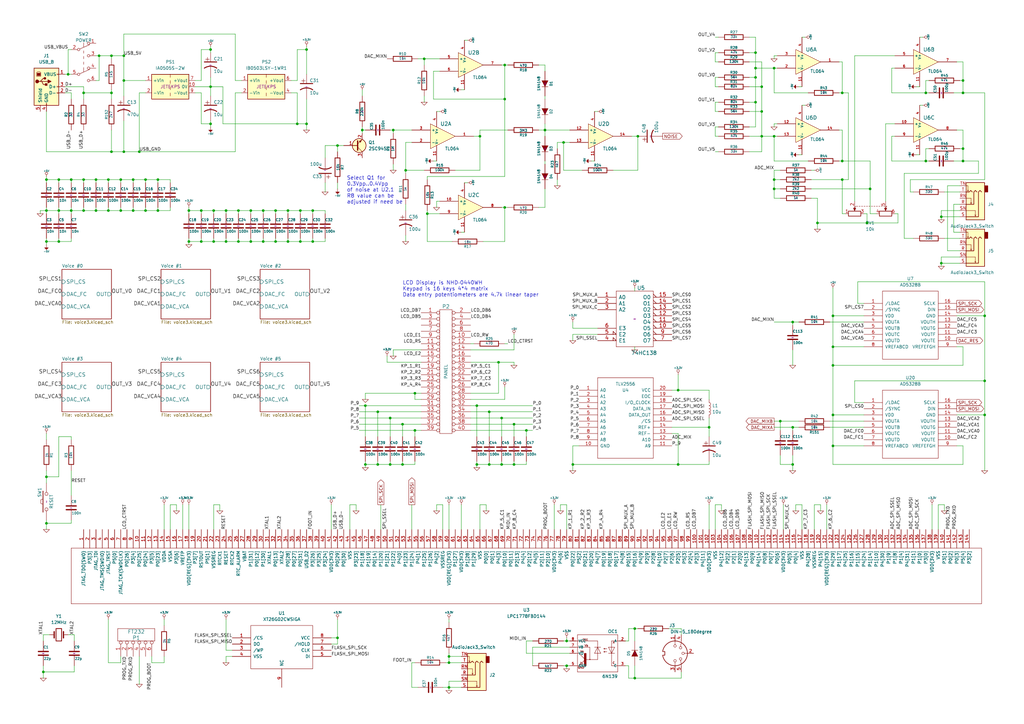
<source format=kicad_sch>
(kicad_sch (version 20230121) (generator eeschema)
  (paper "A3")
  (title_block (title "OverCycler 3 full board") (date "2023-10-16") (rev "1") (company "GliGli's DIY"))
  (lib_symbols
    (symbol "AD5328B:AD5328B" (pin_names (offset 1.016))
      (property "Reference" "U" (at 0 -2.54 0))
      (property "Value" "AD5328B" (at 0 2.54 0))
      (symbol "AD5328B_1_1"
        (pin unspecified line (at -19.05 8.89 0) (length 7.62) (name "/LDAC") (number "1"))
        (pin unspecified line (at 19.05 -6.35 180) (length 7.62) (name "VOUTE") (number "10"))
        (pin unspecified line (at 19.05 -3.81 180) (length 7.62) (name "VOUTF") (number "11"))
        (pin unspecified line (at 19.05 -1.27 180) (length 7.62) (name "VOUTG") (number "12"))
        (pin unspecified line (at 19.05 1.27 180) (length 7.62) (name "VOUTH") (number "13"))
        (pin unspecified line (at 19.05 3.81 180) (length 7.62) (name "GND") (number "14"))
        (pin unspecified line (at 19.05 6.35 180) (length 7.62) (name "DIN") (number "15"))
        (pin unspecified line (at 19.05 8.89 180) (length 7.62) (name "SCLK") (number "16"))
        (pin unspecified line (at -19.05 6.35 0) (length 7.62) (name "/SYNC") (number "2"))
        (pin unspecified line (at -19.05 3.81 0) (length 7.62) (name "VDD") (number "3"))
        (pin unspecified line (at -19.05 1.27 0) (length 7.62) (name "VOUTA") (number "4"))
        (pin unspecified line (at -19.05 -1.27 0) (length 7.62) (name "VOUTB") (number "5"))
        (pin unspecified line (at -19.05 -3.81 0) (length 7.62) (name "VOUTC") (number "6"))
        (pin unspecified line (at -19.05 -6.35 0) (length 7.62) (name "VOUTD") (number "7"))
        (pin unspecified line (at -19.05 -8.89 0) (length 7.62) (name "VREFABCD") (number "8"))
        (pin unspecified line (at 19.05 -8.89 180) (length 7.62) (name "VREFEFGH") (number "9"))
      )
    )
    (symbol "Connector:DIN-5_180degree" (pin_names (offset 1.016))
      (property "Reference" "J" (at 3.175 5.715 0))
      (property "Value" "DIN-5_180degree" (at 0 -6.35 0))
      (symbol "DIN-5_180degree_1_1"
        (pin passive line (at -7.62 0 0) (length 2.54) (name "~") (number "1"))
        (pin passive line (at 0 7.62 270) (length 2.54) (name "~") (number "2"))
        (pin passive line (at 7.62 0 180) (length 2.54) (name "~") (number "3"))
        (pin passive line (at -7.62 2.54 0) (length 2.54) (name "~") (number "4"))
        (pin passive line (at 7.62 2.54 180) (length 2.54) (name "~") (number "5"))
      )
    )
    (symbol "Connector:USB_B" (pin_names (offset 1.016))
      (property "Reference" "J" (at -5.08 11.43 0))
      (property "Value" "USB_B" (at -5.08 8.89 0))
      (symbol "USB_B_1_1"
        (pin power_out line (at 7.62 5.08 180) (length 2.54) (name "VBUS") (number "1"))
        (pin bidirectional line (at 7.62 -2.54 180) (length 2.54) (name "D-") (number "2"))
        (pin bidirectional line (at 7.62 0 180) (length 2.54) (name "D+") (number "3"))
        (pin power_out line (at 0 -10.16 90) (length 2.54) (name "GND") (number "4"))
        (pin passive line (at -2.54 -10.16 90) (length 2.54) (name "Shield") (number "5"))
      )
    )
    (symbol "Connector_Audio:AudioJack3_Switch"
      (property "Reference" "J" (at 0 11.43 0))
      (property "Value" "AudioJack3_Switch" (at 0 8.89 0))
      (symbol "AudioJack3_Switch_1_1"
        (pin passive line (at 5.08 0 180) (length 2.54) (name "~") (number "R"))
        (pin passive line (at 5.08 -2.54 180) (length 2.54) (name "~") (number "RN"))
        (pin passive line (at 5.08 5.08 180) (length 2.54) (name "~") (number "S"))
        (pin passive line (at 5.08 2.54 180) (length 2.54) (name "~") (number "SN"))
        (pin passive line (at 5.08 -5.08 180) (length 2.54) (name "~") (number "T"))
        (pin passive line (at 5.08 -7.62 180) (length 2.54) (name "~") (number "TN"))
      )
    )
    (symbol "Converter_DCDC:IA0503S"
      (property "Reference" "PS2" (at 0 10.16 0))
      (property "Value" "IB0503LSY-1WR1" (at 0 7.62 0))
      (property "Manufacturer" "JETEKPS" (at 0 0 0))
      (symbol "IA0503S_0_0"
        (pin power_in line (at -10.16 2.54 0) (length 2.54) (name "+Vin") (number "1"))
        (pin power_in line (at -10.16 -2.54 0) (length 2.54) (name "-Vin") (number "2"))
        (pin power_out line (at 10.16 -2.54 180) (length 2.54) (name "-Vout") (number "4"))
        (pin power_out line (at 10.16 2.54 180) (length 2.54) (name "+Vout") (number "6"))
      )
    )
    (symbol "Converter_DCDC:IA0505S"
      (property "Reference" "PS1" (at 0 10.16 0))
      (property "Value" "IA0505S-2W" (at 0 7.62 0))
      (property "Manufacturer" "JETEKPS" (at 0 0 0))
      (symbol "IA0505S_0_0"
        (pin power_in line (at -10.16 2.54 0) (length 2.54) (name "+Vin") (number "1"))
        (pin power_in line (at -10.16 -2.54 0) (length 2.54) (name "-Vin") (number "2"))
      )
      (symbol "IA0505S_1_0"
        (pin power_out line (at 10.16 0 180) (length 2.54) (name "0V") (number "10"))
        (pin power_out line (at 10.16 2.54 180) (length 2.54) (name "+Vout") (number "7"))
        (pin power_out line (at 10.16 -2.54 180) (length 2.54) (name "-Vout") (number "9"))
      )
    )
    (symbol "Device:Crystal" (pin_numbers hide) (pin_names (offset 1.016) hide)
      (property "Reference" "Y" (at 0 3.81 0))
      (property "Value" "Crystal" (at 0 -3.81 0))
      (symbol "Crystal_1_1"
        (pin passive line (at -3.81 0 0) (length 1.27) (name "1") (number "1"))
        (pin passive line (at 3.81 0 180) (length 1.27) (name "2") (number "2"))
      )
    )
    (symbol "Device:L" (pin_numbers hide) (pin_names (offset 1.016) hide)
      (property "Reference" "L" (at -1.27 0 90))
      (property "Value" "L" (at 1.905 0 90))
      (symbol "L_1_1"
        (pin passive line (at 0 3.81 270) (length 1.27) (name "1") (number "1"))
        (pin passive line (at 0 -3.81 90) (length 1.27) (name "2") (number "2"))
      )
    )
    (symbol "Device:R_Potentiometer_Dual" (pin_names (offset 1.016) hide)
      (property "Reference" "RV" (at 0 3.81 0))
      (property "Value" "R_Potentiometer_Dual" (at 0 1.905 0))
      (symbol "R_Potentiometer_Dual_1_1"
        (pin passive line (at -10.16 -2.54 0) (length 1.27) (name "1") (number "1"))
        (pin passive line (at -6.35 2.54 270) (length 2.54) (name "2") (number "2"))
        (pin passive line (at -2.54 -2.54 180) (length 1.27) (name "3") (number "3"))
        (pin passive line (at 2.54 -2.54 0) (length 1.27) (name "4") (number "4"))
        (pin passive line (at 6.35 2.54 270) (length 2.54) (name "5") (number "5"))
        (pin passive line (at 10.16 -2.54 180) (length 1.27) (name "6") (number "6"))
      )
    )
    (symbol "LPC1778FBD144:LPC1778FBD144" (pin_names (offset 1.016))
      (property "Reference" "U" (at 0 -2.54 0))
      (property "Value" "LPC1778FBD144" (at 0 2.54 0))
      (symbol "LPC1778FBD144_1_1"
        (pin unspecified line (at -19.05 181.61 0) (length 7.62) (name "JTAG_TDO(SWO)") (number "1"))
        (pin unspecified line (at -19.05 158.75 0) (length 7.62) (name "P0[25]") (number "10"))
        (pin unspecified line (at -19.05 -69.85 0) (length 7.62) (name "P2[3]") (number "100"))
        (pin unspecified line (at -19.05 -72.39 0) (length 7.62) (name "P4[11]") (number "101"))
        (pin unspecified line (at -19.05 -74.93 0) (length 7.62) (name "VDD(3V3)") (number "102"))
        (pin unspecified line (at -19.05 -77.47 0) (length 7.62) (name "VSS") (number "103"))
        (pin unspecified line (at -19.05 -80.01 0) (length 7.62) (name "P4[12]") (number "104"))
        (pin unspecified line (at -19.05 -82.55 0) (length 7.62) (name "P2[2]") (number "105"))
        (pin unspecified line (at -19.05 -85.09 0) (length 7.62) (name "P2[1]") (number "106"))
        (pin unspecified line (at -19.05 -87.63 0) (length 7.62) (name "P2[0]") (number "107"))
        (pin unspecified line (at -19.05 -90.17 0) (length 7.62) (name "P4[13]") (number "108"))
        (pin unspecified line (at -19.05 -92.71 0) (length 7.62) (name "P0[9]") (number "109"))
        (pin unspecified line (at -19.05 156.21 0) (length 7.62) (name "P0[24]") (number "11"))
        (pin unspecified line (at -19.05 -95.25 0) (length 7.62) (name "P4[14]") (number "110"))
        (pin unspecified line (at -19.05 -97.79 0) (length 7.62) (name "P0[8]") (number "111"))
        (pin unspecified line (at -19.05 -100.33 0) (length 7.62) (name "P0[7]") (number "112"))
        (pin unspecified line (at -19.05 -102.87 0) (length 7.62) (name "P0[6]") (number "113"))
        (pin unspecified line (at -19.05 -105.41 0) (length 7.62) (name "VDD(3V3)") (number "114"))
        (pin unspecified line (at -19.05 -107.95 0) (length 7.62) (name "P0[5]") (number "115"))
        (pin unspecified line (at -19.05 -110.49 0) (length 7.62) (name "P0[4]") (number "116"))
        (pin unspecified line (at -19.05 -113.03 0) (length 7.62) (name "VSS") (number "117"))
        (pin unspecified line (at -19.05 -115.57 0) (length 7.62) (name "P4[28]") (number "118"))
        (pin unspecified line (at -19.05 -118.11 0) (length 7.62) (name "VSSREG") (number "119"))
        (pin unspecified line (at -19.05 153.67 0) (length 7.62) (name "P3[5]") (number "12"))
        (pin unspecified line (at -19.05 -120.65 0) (length 7.62) (name "P4[15]") (number "120"))
        (pin unspecified line (at -19.05 -123.19 0) (length 7.62) (name "VDD(REG)(3V3)") (number "121"))
        (pin unspecified line (at -19.05 -125.73 0) (length 7.62) (name "P4[29]") (number "122"))
        (pin unspecified line (at -19.05 -128.27 0) (length 7.62) (name "P1[17]") (number "123"))
        (pin unspecified line (at -19.05 -130.81 0) (length 7.62) (name "P4[25]") (number "124"))
        (pin unspecified line (at -19.05 -133.35 0) (length 7.62) (name "P1[16]") (number "125"))
        (pin unspecified line (at -19.05 -135.89 0) (length 7.62) (name "P1[15]") (number "126"))
        (pin unspecified line (at -19.05 -138.43 0) (length 7.62) (name "P4[24]") (number "127"))
        (pin unspecified line (at -19.05 -140.97 0) (length 7.62) (name "P1[14]") (number "128"))
        (pin unspecified line (at -19.05 -143.51 0) (length 7.62) (name "P1[10]") (number "129"))
        (pin unspecified line (at -19.05 151.13 0) (length 7.62) (name "P0[23]") (number "13"))
        (pin unspecified line (at -19.05 -146.05 0) (length 7.62) (name "P4[30]") (number "130"))
        (pin unspecified line (at -19.05 -148.59 0) (length 7.62) (name "P1[9]") (number "131"))
        (pin unspecified line (at -19.05 -151.13 0) (length 7.62) (name "P1[8]") (number "132"))
        (pin unspecified line (at -19.05 -153.67 0) (length 7.62) (name "P1[4]") (number "133"))
        (pin unspecified line (at -19.05 -156.21 0) (length 7.62) (name "P4[31]") (number "134"))
        (pin unspecified line (at -19.05 -158.75 0) (length 7.62) (name "P1[1]") (number "135"))
        (pin unspecified line (at -19.05 -161.29 0) (length 7.62) (name "P1[0]") (number "136"))
        (pin unspecified line (at -19.05 -163.83 0) (length 7.62) (name "P3[0]") (number "137"))
        (pin unspecified line (at -19.05 -166.37 0) (length 7.62) (name "VDD(3V3)") (number "138"))
        (pin unspecified line (at -19.05 -168.91 0) (length 7.62) (name "VSS") (number "139"))
        (pin unspecified line (at -19.05 148.59 0) (length 7.62) (name "VDDA") (number "14"))
        (pin unspecified line (at -19.05 -171.45 0) (length 7.62) (name "P3[1]") (number "140"))
        (pin unspecified line (at -19.05 -173.99 0) (length 7.62) (name "P0[2]") (number "141"))
        (pin unspecified line (at -19.05 -176.53 0) (length 7.62) (name "P0[3]") (number "142"))
        (pin unspecified line (at -19.05 -179.07 0) (length 7.62) (name "P5[4]") (number "143"))
        (pin unspecified line (at -19.05 -181.61 0) (length 7.62) (name "P3[2]") (number "144"))
        (pin unspecified line (at -19.05 146.05 0) (length 7.62) (name "VSSA") (number "15"))
        (pin unspecified line (at -19.05 143.51 0) (length 7.62) (name "P3[6]") (number "16"))
        (pin unspecified line (at -19.05 140.97 0) (length 7.62) (name "VREFP") (number "17"))
        (pin unspecified line (at -19.05 138.43 0) (length 7.62) (name "VDD(REG)(3V3)") (number "18"))
        (pin unspecified line (at -19.05 135.89 0) (length 7.62) (name "P3[7]") (number "19"))
        (pin unspecified line (at -19.05 179.07 0) (length 7.62) (name "P3[3]") (number "2"))
        (pin unspecified line (at -19.05 133.35 0) (length 7.62) (name "RSTOUT") (number "20"))
        (pin unspecified line (at -19.05 130.81 0) (length 7.62) (name "P5[1]") (number "21"))
        (pin unspecified line (at -19.05 128.27 0) (length 7.62) (name "VSSREG") (number "22"))
        (pin unspecified line (at -19.05 125.73 0) (length 7.62) (name "RTCX1") (number "23"))
        (pin unspecified line (at -19.05 123.19 0) (length 7.62) (name "RESET") (number "24"))
        (pin unspecified line (at -19.05 120.65 0) (length 7.62) (name "RTCX2") (number "25"))
        (pin unspecified line (at -19.05 118.11 0) (length 7.62) (name "RTC_ALARM") (number "26"))
        (pin unspecified line (at -19.05 115.57 0) (length 7.62) (name "VBAT") (number "27"))
        (pin unspecified line (at -19.05 113.03 0) (length 7.62) (name "P1[31]") (number "28"))
        (pin unspecified line (at -19.05 110.49 0) (length 7.62) (name "P0[12]") (number "29"))
        (pin unspecified line (at -19.05 176.53 0) (length 7.62) (name "JTAG_TDI") (number "3"))
        (pin unspecified line (at -19.05 107.95 0) (length 7.62) (name "P1[30]") (number "30"))
        (pin unspecified line (at -19.05 105.41 0) (length 7.62) (name "XTAL1") (number "31"))
        (pin unspecified line (at -19.05 102.87 0) (length 7.62) (name "P0[13]") (number "32"))
        (pin unspecified line (at -19.05 100.33 0) (length 7.62) (name "XTAL2") (number "33"))
        (pin unspecified line (at -19.05 97.79 0) (length 7.62) (name "P0[28]") (number "34"))
        (pin unspecified line (at -19.05 95.25 0) (length 7.62) (name "P0[27]") (number "35"))
        (pin unspecified line (at -19.05 92.71 0) (length 7.62) (name "P0[31]") (number "36"))
        (pin unspecified line (at -19.05 90.17 0) (length 7.62) (name "USB_D2") (number "37"))
        (pin unspecified line (at -19.05 87.63 0) (length 7.62) (name "P3[26]") (number "38"))
        (pin unspecified line (at -19.05 85.09 0) (length 7.62) (name "P3[25]") (number "39"))
        (pin unspecified line (at -19.05 173.99 0) (length 7.62) (name "JTAG_TMS(SWDIO)") (number "4"))
        (pin unspecified line (at -19.05 82.55 0) (length 7.62) (name "P3[24]") (number "40"))
        (pin unspecified line (at -19.05 80.01 0) (length 7.62) (name "VDD(3V3)") (number "41"))
        (pin unspecified line (at -19.05 77.47 0) (length 7.62) (name "P0[29]") (number "42"))
        (pin unspecified line (at -19.05 74.93 0) (length 7.62) (name "P0[30]") (number "43"))
        (pin unspecified line (at -19.05 72.39 0) (length 7.62) (name "VSS") (number "44"))
        (pin unspecified line (at -19.05 69.85 0) (length 7.62) (name "P3[23]") (number "45"))
        (pin unspecified line (at -19.05 67.31 0) (length 7.62) (name "P1[18]") (number "46"))
        (pin unspecified line (at -19.05 64.77 0) (length 7.62) (name "P1[19]") (number "47"))
        (pin unspecified line (at -19.05 62.23 0) (length 7.62) (name "P0[14]") (number "48"))
        (pin unspecified line (at -19.05 59.69 0) (length 7.62) (name "P1[20]") (number "49"))
        (pin unspecified line (at -19.05 171.45 0) (length 7.62) (name "JTAG_TRST") (number "5"))
        (pin unspecified line (at -19.05 57.15 0) (length 7.62) (name "P1[21]") (number "50"))
        (pin unspecified line (at -19.05 54.61 0) (length 7.62) (name "P1[22]") (number "51"))
        (pin unspecified line (at -19.05 52.07 0) (length 7.62) (name "P4[0]") (number "52"))
        (pin unspecified line (at -19.05 49.53 0) (length 7.62) (name "P1[23]") (number "53"))
        (pin unspecified line (at -19.05 46.99 0) (length 7.62) (name "P1[24]") (number "54"))
        (pin unspecified line (at -19.05 44.45 0) (length 7.62) (name "P4[1]") (number "55"))
        (pin unspecified line (at -19.05 41.91 0) (length 7.62) (name "P1[25]") (number "56"))
        (pin unspecified line (at -19.05 39.37 0) (length 7.62) (name "P1[26]") (number "57"))
        (pin unspecified line (at -19.05 36.83 0) (length 7.62) (name "P4[2]") (number "58"))
        (pin unspecified line (at -19.05 34.29 0) (length 7.62) (name "VSSREG") (number "59"))
        (pin unspecified line (at -19.05 168.91 0) (length 7.62) (name "P5[0]") (number "6"))
        (pin unspecified line (at -19.05 31.75 0) (length 7.62) (name "VDD(REG)(3V3)") (number "60"))
        (pin unspecified line (at -19.05 29.21 0) (length 7.62) (name "P1[27]") (number "61"))
        (pin unspecified line (at -19.05 26.67 0) (length 7.62) (name "VDD(3V3)") (number "62"))
        (pin unspecified line (at -19.05 24.13 0) (length 7.62) (name "P1[28]") (number "63"))
        (pin unspecified line (at -19.05 21.59 0) (length 7.62) (name "P1[29]") (number "64"))
        (pin unspecified line (at -19.05 19.05 0) (length 7.62) (name "VSS") (number "65"))
        (pin unspecified line (at -19.05 16.51 0) (length 7.62) (name "P0[0]") (number "66"))
        (pin unspecified line (at -19.05 13.97 0) (length 7.62) (name "P0[1]") (number "67"))
        (pin unspecified line (at -19.05 11.43 0) (length 7.62) (name "P4[3]") (number "68"))
        (pin unspecified line (at -19.05 8.89 0) (length 7.62) (name "P0[10]") (number "69"))
        (pin unspecified line (at -19.05 166.37 0) (length 7.62) (name "JTAG_TCK(SWDCLK)") (number "7"))
        (pin unspecified line (at -19.05 6.35 0) (length 7.62) (name "P0[11]") (number "70"))
        (pin unspecified line (at -19.05 3.81 0) (length 7.62) (name "P2[13]") (number "71"))
        (pin unspecified line (at -19.05 1.27 0) (length 7.62) (name "P4[4]") (number "72"))
        (pin unspecified line (at -19.05 -1.27 0) (length 7.62) (name "P2[12]") (number "73"))
        (pin unspecified line (at -19.05 -3.81 0) (length 7.62) (name "P4[5]") (number "74"))
        (pin unspecified line (at -19.05 -6.35 0) (length 7.62) (name "P2[11]") (number "75"))
        (pin unspecified line (at -19.05 -8.89 0) (length 7.62) (name "P2[10]") (number "76"))
        (pin unspecified line (at -19.05 -11.43 0) (length 7.62) (name "VDD(3V3)") (number "77"))
        (pin unspecified line (at -19.05 -13.97 0) (length 7.62) (name "P4[6]") (number "78"))
        (pin unspecified line (at -19.05 -16.51 0) (length 7.62) (name "VSS") (number "79"))
        (pin unspecified line (at -19.05 163.83 0) (length 7.62) (name "P0[26]") (number "8"))
        (pin unspecified line (at -19.05 -19.05 0) (length 7.62) (name "P0[22]") (number "80"))
        (pin unspecified line (at -19.05 -21.59 0) (length 7.62) (name "P5[2]") (number "81"))
        (pin unspecified line (at -19.05 -24.13 0) (length 7.62) (name "P0[21]") (number "82"))
        (pin unspecified line (at -19.05 -26.67 0) (length 7.62) (name "P0[20]") (number "83"))
        (pin unspecified line (at -19.05 -29.21 0) (length 7.62) (name "P4[7]") (number "84"))
        (pin unspecified line (at -19.05 -31.75 0) (length 7.62) (name "P0[19]") (number "85"))
        (pin unspecified line (at -19.05 -34.29 0) (length 7.62) (name "P0[18]") (number "86"))
        (pin unspecified line (at -19.05 -36.83 0) (length 7.62) (name "P0[17]") (number "87"))
        (pin unspecified line (at -19.05 -39.37 0) (length 7.62) (name "P4[8]") (number "88"))
        (pin unspecified line (at -19.05 -41.91 0) (length 7.62) (name "P0[15]") (number "89"))
        (pin unspecified line (at -19.05 161.29 0) (length 7.62) (name "P3[4]") (number "9"))
        (pin unspecified line (at -19.05 -44.45 0) (length 7.62) (name "P0[16]") (number "90"))
        (pin unspecified line (at -19.05 -46.99 0) (length 7.62) (name "P4[9]") (number "91"))
        (pin unspecified line (at -19.05 -49.53 0) (length 7.62) (name "P2[9]") (number "92"))
        (pin unspecified line (at -19.05 -52.07 0) (length 7.62) (name "P2[8]") (number "93"))
        (pin unspecified line (at -19.05 -54.61 0) (length 7.62) (name "P4[10]") (number "94"))
        (pin unspecified line (at -19.05 -57.15 0) (length 7.62) (name "P2[7]") (number "95"))
        (pin unspecified line (at -19.05 -59.69 0) (length 7.62) (name "P2[6]") (number "96"))
        (pin unspecified line (at -19.05 -62.23 0) (length 7.62) (name "P2[5]") (number "97"))
        (pin unspecified line (at -19.05 -64.77 0) (length 7.62) (name "P5[3]") (number "98"))
        (pin unspecified line (at -19.05 -67.31 0) (length 7.62) (name "P2[4]") (number "99"))
      )
    )
    (symbol "PCM_Transistor_BJT_AKL:2SC945" (pin_names hide)
      (property "Reference" "Q1" (at 5.08 -1.27 0))
      (property "Value" "2SC945" (at 5.08 1.27 0))
      (symbol "2SC945_1_1"
        (pin passive line (at -5.08 0 0) (length 5.715) (name "B") (number "1"))
        (pin passive line (at 2.54 -5.08 90) (length 2.54) (name "E") (number "2"))
        (pin passive line (at 2.54 5.08 270) (length 2.54) (name "C") (number "3"))
      )
    )
    (symbol "Switch:SW_Push_DPDT" (pin_names (offset 0) hide)
      (property "Reference" "SW" (at 0 8.89 0))
      (property "Value" "SW_Push_DPDT" (at 0 -10.16 0))
      (symbol "SW_Push_DPDT_1_1"
        (pin passive line (at 5.08 7.62 180) (length 2.54) (name "A") (number "1"))
        (pin passive line (at -5.08 5.08 0) (length 2.54) (name "B") (number "2"))
        (pin passive line (at 5.08 2.54 180) (length 2.54) (name "C") (number "3"))
        (pin passive line (at 5.08 -2.54 180) (length 2.54) (name "A") (number "4"))
        (pin passive line (at -5.08 -5.08 0) (length 2.54) (name "B") (number "5"))
        (pin passive line (at 5.08 -7.62 180) (length 2.54) (name "C") (number "6"))
      )
    )
    (symbol "XT26G02ELGIGA:XT26G02ELGIGA" (pin_names (offset 1.016))
      (property "Reference" "U" (at 0 -2.54 0))
      (property "Value" "XT26G02ELGIGA" (at 0 2.54 0))
      (symbol "XT26G02ELGIGA_1_1"
        (pin unspecified line (at -20.32 3.81 0) (length 7.62) (name "/CS") (number "1"))
        (pin unspecified line (at -20.32 1.27 0) (length 7.62) (name "DO") (number "2"))
        (pin unspecified line (at -20.32 -1.27 0) (length 7.62) (name "/WP") (number "3"))
        (pin unspecified line (at -20.32 -3.81 0) (length 7.62) (name "VSS") (number "4"))
        (pin unspecified line (at 20.32 -3.81 180) (length 7.62) (name "DI") (number "5"))
        (pin unspecified line (at 20.32 -1.27 180) (length 7.62) (name "CLK") (number "6"))
        (pin unspecified line (at 20.32 1.27 180) (length 7.62) (name "/HOLD") (number "7"))
        (pin unspecified line (at 20.32 3.81 180) (length 7.62) (name "VCC") (number "8"))
        (pin unspecified line (at 0 -16.51 90) (length 7.62) (name "NC") (number "9"))
      )
    )
    (symbol "overcycler2-rescue:+3.3V" (power) (pin_names (offset 0))
      (property "Value" "+3.3V" (at 0 2.794 0))
      (symbol "+3.3V_0_0"
        (pin power_in line (at 0 0 90) (length 0) hide (name "+3.3V") (number "1"))
      )
    )
    (symbol "overcycler2-rescue:+5V" (power) (pin_names (offset 1.016))
      (property "Value" "+5V" (at 0 2.286 0))
      (symbol "+5V_0_0"
        (pin power_in line (at 0 0 90) (length 0) hide (name "+5V") (number "1"))
      )
    )
    (symbol "overcycler2-rescue:-5V" (power) (pin_names (offset 0))
      (property "Value" "-5V" (at 0 2.794 0))
      (symbol "-5V_0_0"
        (pin power_in line (at 0 0 90) (length 0) hide (name "-5V") (number "1"))
      )
    )
    (symbol "overcycler2-rescue:6N139" (pin_names (offset 1.016))
      (property "Reference" "OC" (at -9.525 8.255 0))
      (property "Value" "6N139" (at -9.525 -10.16 0))
      (symbol "6N139_1_0"
        (text "A" (at -7.8486 4.4704 0) (effects (font (size 0.8128 0.8128) bold)))
        (text "C" (at -7.8486 -3.9116 0) (effects (font (size 0.8128 0.8128) bold)))
        (text "GND" (at 5.5372 -5.8166 0) (effects (font (size 0.8128 0.8128) bold)))
        (text "Vb" (at 3.3528 3.2004 0) (effects (font (size 0.8128 0.8128) bold)))
        (text "Vcc" (at 3.7592 5.7404 0) (effects (font (size 0.8128 0.8128) bold)))
        (text "Vo" (at 5.1308 0.7874 0) (effects (font (size 0.8128 0.8128) bold)))
      )
      (symbol "6N139_1_1"
        (pin passive line (at -12.7 5.08 0) (length 2.54) (name "A") (number "2"))
        (pin passive line (at -12.7 -5.08 0) (length 2.54) (name "C") (number "3"))
        (pin passive line (at 10.16 -5.08 180) (length 2.54) (name "GND") (number "5"))
        (pin passive line (at 10.16 0 180) (length 2.54) (name "VO") (number "6"))
        (pin passive line (at 10.16 2.54 180) (length 2.54) (name "VB") (number "7"))
        (pin passive line (at 10.16 5.08 180) (length 2.54) (name "VCC") (number "8"))
      )
    )
    (symbol "overcycler2-rescue:74LS138" (pin_names (offset 1.016))
      (property "Reference" "U" (at 2.54 12.7 0))
      (property "Value" "74LS138" (at 3.81 -13.9446 0))
      (symbol "74LS138_1_1"
        (pin input line (at -15.24 8.89 0) (length 7.62) (name "A0") (number "1"))
        (pin output output_low (at 15.24 -3.81 180) (length 7.62) (name "O5") (number "10"))
        (pin output output_low (at 15.24 -1.27 180) (length 7.62) (name "O4") (number "11"))
        (pin output output_low (at 15.24 1.27 180) (length 7.62) (name "O3") (number "12"))
        (pin output output_low (at 15.24 3.81 180) (length 7.62) (name "O2") (number "13"))
        (pin output output_low (at 15.24 6.35 180) (length 7.62) (name "O1") (number "14"))
        (pin output output_low (at 15.24 8.89 180) (length 7.62) (name "O0") (number "15"))
        (pin power_in line (at 0 11.43 270) (length 0) hide (name "VCC") (number "16"))
        (pin input line (at -15.24 6.35 0) (length 7.62) (name "A1") (number "2"))
        (pin input line (at -15.24 3.81 0) (length 7.62) (name "A2") (number "3"))
        (pin input input_low (at -15.24 -8.89 0) (length 7.62) (name "E1") (number "4"))
        (pin input input_low (at -15.24 -6.35 0) (length 7.62) (name "E2") (number "5"))
        (pin input line (at -15.24 -3.81 0) (length 7.62) (name "E3") (number "6"))
        (pin output output_low (at 15.24 -8.89 180) (length 7.62) (name "O7") (number "7"))
        (pin power_in line (at 0 -11.43 90) (length 0) hide (name "GND") (number "8"))
        (pin output output_low (at 15.24 -6.35 180) (length 7.62) (name "O6") (number "9"))
      )
    )
    (symbol "overcycler2-rescue:C" (pin_numbers hide) (pin_names (offset 0.254))
      (property "Reference" "C" (at 0 2.54 0))
      (property "Value" "C" (at 0.1524 -2.159 0))
      (symbol "C_1_1"
        (pin passive line (at 0 5.08 270) (length 4.318) (name "~") (number "1"))
        (pin passive line (at 0 -5.08 90) (length 4.318) (name "~") (number "2"))
      )
    )
    (symbol "overcycler2-rescue:CONN_20X2" (pin_names (offset 0.254) hide)
      (property "Reference" "P" (at 0 26.67 0))
      (property "Value" "CONN_20X2" (at 0 0 90))
      (symbol "CONN_20X2_1_1"
        (pin passive inverted (at -10.16 24.13 0) (length 7.62) (name "P1") (number "1"))
        (pin passive inverted (at 10.16 13.97 180) (length 7.62) (name "P10") (number "10"))
        (pin passive inverted (at -10.16 11.43 0) (length 7.62) (name "P11") (number "11"))
        (pin passive inverted (at 10.16 11.43 180) (length 7.62) (name "P12") (number "12"))
        (pin passive inverted (at -10.16 8.89 0) (length 7.62) (name "P13") (number "13"))
        (pin passive inverted (at 10.16 8.89 180) (length 7.62) (name "P14") (number "14"))
        (pin passive inverted (at -10.16 6.35 0) (length 7.62) (name "P15") (number "15"))
        (pin passive inverted (at 10.16 6.35 180) (length 7.62) (name "P16") (number "16"))
        (pin passive inverted (at -10.16 3.81 0) (length 7.62) (name "P17") (number "17"))
        (pin passive inverted (at 10.16 3.81 180) (length 7.62) (name "P18") (number "18"))
        (pin passive inverted (at -10.16 1.27 0) (length 7.62) (name "P19") (number "19"))
        (pin passive inverted (at 10.16 24.13 180) (length 7.62) (name "P2") (number "2"))
        (pin passive inverted (at 10.16 1.27 180) (length 7.62) (name "P20") (number "20"))
        (pin passive inverted (at -10.16 -1.27 0) (length 7.62) (name "P21") (number "21"))
        (pin passive inverted (at 10.16 -1.27 180) (length 7.62) (name "P22") (number "22"))
        (pin passive inverted (at -10.16 -3.81 0) (length 7.62) (name "P23") (number "23"))
        (pin passive inverted (at 10.16 -3.81 180) (length 7.62) (name "P24") (number "24"))
        (pin passive inverted (at -10.16 -6.35 0) (length 7.62) (name "~") (number "25"))
        (pin passive inverted (at 10.16 -6.35 180) (length 7.62) (name "P26") (number "26"))
        (pin passive inverted (at -10.16 -8.89 0) (length 7.62) (name "P27") (number "27"))
        (pin passive inverted (at 10.16 -8.89 180) (length 7.62) (name "P28") (number "28"))
        (pin passive inverted (at -10.16 -11.43 0) (length 7.62) (name "P29") (number "29"))
        (pin passive inverted (at -10.16 21.59 0) (length 7.62) (name "P3") (number "3"))
        (pin passive inverted (at 10.16 -11.43 180) (length 7.62) (name "P30") (number "30"))
        (pin passive inverted (at -10.16 -13.97 0) (length 7.62) (name "P31") (number "31"))
        (pin passive inverted (at 10.16 -13.97 180) (length 7.62) (name "P32") (number "32"))
        (pin passive inverted (at -10.16 -16.51 0) (length 7.62) (name "P33") (number "33"))
        (pin passive inverted (at 10.16 -16.51 180) (length 7.62) (name "P34") (number "34"))
        (pin passive inverted (at -10.16 -19.05 0) (length 7.62) (name "P35") (number "35"))
        (pin passive inverted (at 10.16 -19.05 180) (length 7.62) (name "P36") (number "36"))
        (pin passive inverted (at -10.16 -21.59 0) (length 7.62) (name "P37") (number "37"))
        (pin passive inverted (at 10.16 -21.59 180) (length 7.62) (name "P38") (number "38"))
        (pin passive inverted (at -10.16 -24.13 0) (length 7.62) (name "P39") (number "39"))
        (pin passive inverted (at 10.16 21.59 180) (length 7.62) (name "P4") (number "4"))
        (pin passive inverted (at 10.16 -24.13 180) (length 7.62) (name "P40") (number "40"))
        (pin passive inverted (at -10.16 19.05 0) (length 7.62) (name "P5") (number "5"))
        (pin passive inverted (at 10.16 19.05 180) (length 7.62) (name "P6") (number "6"))
        (pin passive inverted (at -10.16 16.51 0) (length 7.62) (name "P7") (number "7"))
        (pin passive inverted (at 10.16 16.51 180) (length 7.62) (name "P8") (number "8"))
        (pin passive inverted (at -10.16 13.97 0) (length 7.62) (name "P9") (number "9"))
      )
    )
    (symbol "overcycler2-rescue:CONN_6" (pin_names (offset 0.762) hide)
      (property "Reference" "P" (at -1.27 0 90))
      (property "Value" "CONN_6" (at 1.27 0 90))
      (symbol "CONN_6_1_1"
        (pin passive inverted (at -8.89 6.35 0) (length 6.35) (name "1") (number "1"))
        (pin passive inverted (at -8.89 3.81 0) (length 6.35) (name "2") (number "2"))
        (pin passive inverted (at -8.89 1.27 0) (length 6.35) (name "3") (number "3"))
        (pin passive inverted (at -8.89 -1.27 0) (length 6.35) (name "4") (number "4"))
        (pin passive inverted (at -8.89 -3.81 0) (length 6.35) (name "5") (number "5"))
        (pin passive inverted (at -8.89 -6.35 0) (length 6.35) (name "6") (number "6"))
      )
    )
    (symbol "overcycler2-rescue:CP1" (pin_numbers hide) (pin_names (offset 0.254) hide)
      (property "Reference" "C" (at 1.27 2.54 0))
      (property "Value" "CP1" (at 1.27 -2.54 0))
      (symbol "CP1_0_0"
        (text "+" (at -1.27 2.54 0) (effects (font (size 2.032 2.032))))
      )
      (symbol "CP1_1_1"
        (pin passive line (at 0 5.08 270) (length 3.81) (name "~") (number "1"))
        (pin passive line (at 0 -5.08 90) (length 4.572) (name "~") (number "2"))
      )
    )
    (symbol "overcycler2-rescue:DIODE" (pin_numbers hide) (pin_names (offset 1.016) hide)
      (property "Reference" "D" (at 0 2.54 0))
      (property "Value" "DIODE" (at 0 -2.54 0))
      (symbol "DIODE_1_1"
        (pin passive line (at -5.08 0 0) (length 3.81) (name "A") (number "1"))
        (pin passive line (at 5.08 0 180) (length 3.81) (name "K") (number "2"))
      )
    )
    (symbol "overcycler2-rescue:GND" (power) (pin_names (offset 0))
      (symbol "GND_1_1"
        (pin power_in line (at 0 0 90) (length 0) hide (name "GND") (number "1"))
      )
    )
    (symbol "overcycler2-rescue:R" (pin_numbers hide) (pin_names (offset 0))
      (property "Reference" "R" (at 2.032 0 90))
      (property "Value" "R" (at 0.1778 0.0254 90))
      (symbol "R_1_1"
        (pin passive line (at 0 6.35 270) (length 2.54) (name "~") (number "1"))
        (pin passive line (at 0 -6.35 90) (length 2.54) (name "~") (number "2"))
      )
    )
    (symbol "overcycler2-rescue:SW_PUSH" (pin_numbers hide) (pin_names (offset 1.016) hide)
      (property "Reference" "SW" (at 3.81 2.794 0))
      (property "Value" "SW_PUSH" (at 0 -2.032 0))
      (symbol "SW_PUSH_0_1"
        (pin passive inverted (at -7.62 0 0) (length 5.08) (name "1") (number "1"))
        (pin passive inverted (at 7.62 0 180) (length 5.08) (name "2") (number "2"))
      )
    )
    (symbol "overcycler2-rescue:TL074"
      (property "Reference" "U" (at 1.27 5.08 0))
      (property "Value" "TL074" (at 3.81 -5.08 0))
      (symbol "TL074_0_1"
        (pin power_in line (at -2.54 -10.16 90) (length 6.35) (name "V-") (number "11"))
        (pin power_in line (at -2.54 10.16 270) (length 6.35) (name "V+") (number "4"))
      )
      (symbol "TL074_1_1"
        (pin output line (at 12.7 0 180) (length 7.62) (name "~") (number "1"))
        (pin input line (at -12.7 -2.54 0) (length 7.62) (name "-") (number "2"))
        (pin input line (at -12.7 2.54 0) (length 7.62) (name "+") (number "3"))
      )
      (symbol "TL074_2_1"
        (pin input line (at -12.7 2.54 0) (length 7.62) (name "+") (number "5"))
        (pin input line (at -12.7 -2.54 0) (length 7.62) (name "-") (number "6"))
        (pin output line (at 12.7 0 180) (length 7.62) (name "~") (number "7"))
      )
      (symbol "TL074_3_1"
        (pin input line (at -12.7 2.54 0) (length 7.62) (name "+") (number "10"))
        (pin output line (at 12.7 0 180) (length 7.62) (name "~") (number "8"))
        (pin input line (at -12.7 -2.54 0) (length 7.62) (name "-") (number "9"))
      )
      (symbol "TL074_4_1"
        (pin input line (at -12.7 2.54 0) (length 7.62) (name "+") (number "12"))
        (pin input line (at -12.7 -2.54 0) (length 7.62) (name "-") (number "13"))
        (pin output line (at 12.7 0 180) (length 7.62) (name "~") (number "14"))
      )
    )
    (symbol "overcycler2-rescue:TLV1543" (pin_names (offset 1.016))
      (property "Reference" "U4" (at 0 11.43 0))
      (property "Value" "TLV2556" (at 0 13.97 0))
      (symbol "TLV1543_1_1"
        (pin unspecified line (at -19.05 11.43 0) (length 7.62) (name "A0") (number "1"))
        (pin unspecified line (at -19.05 -11.43 0) (length 7.62) (name "GND") (number "10"))
        (pin unspecified line (at 19.05 -11.43 180) (length 7.62) (name "A9") (number "11"))
        (pin unspecified line (at 19.05 -8.89 180) (length 7.62) (name "A10") (number "12"))
        (pin unspecified line (at 19.05 -6.35 180) (length 7.62) (name "REF-") (number "13"))
        (pin unspecified line (at 19.05 -3.81 180) (length 7.62) (name "REF+") (number "14"))
        (pin unspecified line (at 19.05 -1.27 180) (length 7.62) (name "/CS") (number "15"))
        (pin unspecified line (at 19.05 1.27 180) (length 7.62) (name "DATA_OUT") (number "16"))
        (pin unspecified line (at 19.05 3.81 180) (length 7.62) (name "DATA_IN") (number "17"))
        (pin unspecified line (at 19.05 6.35 180) (length 7.62) (name "I/O_CLOCK") (number "18"))
        (pin unspecified line (at 19.05 8.89 180) (length 7.62) (name "EOC") (number "19"))
        (pin unspecified line (at -19.05 8.89 0) (length 7.62) (name "A1") (number "2"))
        (pin unspecified line (at 19.05 11.43 180) (length 7.62) (name "VCC") (number "20"))
        (pin unspecified line (at -19.05 6.35 0) (length 7.62) (name "A2") (number "3"))
        (pin unspecified line (at -19.05 3.81 0) (length 7.62) (name "A3") (number "4"))
        (pin unspecified line (at -19.05 1.27 0) (length 7.62) (name "A4") (number "5"))
        (pin unspecified line (at -19.05 -1.27 0) (length 7.62) (name "A5") (number "6"))
        (pin unspecified line (at -19.05 -3.81 0) (length 7.62) (name "A6") (number "7"))
        (pin unspecified line (at -19.05 -6.35 0) (length 7.62) (name "A7") (number "8"))
        (pin unspecified line (at -19.05 -8.89 0) (length 7.62) (name "A8") (number "9"))
      )
    )
  )
  (junction (at 215.9 176.53))
  (junction (at 97.79 86.36))
  (junction (at 27.94 30.48))
  (junction (at 261.62 55.88))
  (junction (at 175.26 87.63))
  (junction (at 107.95 86.36))
  (junction (at 231.14 58.42))
  (junction (at 125.73 50.8))
  (junction (at 207.01 26.67))
  (junction (at 40.64 22.86))
  (junction (at 309.88 41.91))
  (junction (at 234.95 190.5))
  (junction (at 403.86 156.21))
  (junction (at 184.15 269.24))
  (junction (at 200.66 168.91))
  (junction (at 54.61 73.66))
  (junction (at 170.18 161.29))
  (junction (at 86.36 50.8))
  (junction (at 205.74 171.45))
  (junction (at 29.21 73.66))
  (junction (at 57.15 62.23))
  (junction (at 50.8 22.86))
  (junction (at 204.47 148.59))
  (junction (at 160.02 190.5))
  (junction (at 64.77 86.36))
  (junction (at 205.74 190.5))
  (junction (at 394.97 33.02))
  (junction (at 341.63 142.24))
  (junction (at 317.5 55.88))
  (junction (at 309.88 31.75))
  (junction (at 102.87 99.06))
  (junction (at 394.97 60.96))
  (junction (at 77.47 86.36))
  (junction (at 195.58 166.37))
  (junction (at 82.55 86.36))
  (junction (at 39.37 86.36))
  (junction (at 195.58 190.5))
  (junction (at 325.12 190.5))
  (junction (at 260.35 278.13))
  (junction (at 64.77 73.66))
  (junction (at 356.87 77.47))
  (junction (at 34.29 38.1))
  (junction (at 196.85 55.88))
  (junction (at 107.95 99.06))
  (junction (at 128.27 86.36))
  (junction (at 165.1 190.5))
  (junction (at 59.69 73.66))
  (junction (at 19.05 86.36))
  (junction (at 317.5 27.94))
  (junction (at 59.69 86.36))
  (junction (at 312.42 35.56))
  (junction (at 223.52 53.34))
  (junction (at 148.59 53.34))
  (junction (at 325.12 175.26))
  (junction (at 341.63 149.86))
  (junction (at 138.43 261.62))
  (junction (at 207.01 40.64))
  (junction (at 165.1 173.99))
  (junction (at 341.63 170.18))
  (junction (at 149.86 166.37))
  (junction (at 320.04 172.72))
  (junction (at 24.13 86.36))
  (junction (at 17.78 275.59))
  (junction (at 86.36 35.56))
  (junction (at 166.37 69.85))
  (junction (at 173.99 24.13))
  (junction (at 92.71 99.06))
  (junction (at 113.03 99.06))
  (junction (at 317.5 73.66))
  (junction (at 149.86 190.5))
  (junction (at 24.13 73.66))
  (junction (at 44.45 73.66))
  (junction (at 24.13 99.06))
  (junction (at 341.63 182.88))
  (junction (at 160.02 171.45))
  (junction (at 123.19 99.06))
  (junction (at 232.41 273.05))
  (junction (at 118.11 99.06))
  (junction (at 345.44 73.66))
  (junction (at 19.05 195.58))
  (junction (at 260.35 257.81))
  (junction (at 50.8 62.23))
  (junction (at 161.29 53.34))
  (junction (at 49.53 86.36))
  (junction (at 125.73 20.32))
  (junction (at 278.13 190.5))
  (junction (at 184.15 271.78))
  (junction (at 345.44 38.1))
  (junction (at 138.43 59.69))
  (junction (at 403.86 170.18))
  (junction (at 184.15 281.94))
  (junction (at 128.27 99.06))
  (junction (at 54.61 86.36))
  (junction (at 121.92 50.8))
  (junction (at 379.73 38.1))
  (junction (at 97.79 99.06))
  (junction (at 45.72 38.1))
  (junction (at 394.97 38.1))
  (junction (at 34.29 73.66))
  (junction (at 386.08 107.95))
  (junction (at 386.08 88.9))
  (junction (at 312.42 45.72))
  (junction (at 39.37 73.66))
  (junction (at 50.8 33.02))
  (junction (at 341.63 129.54))
  (junction (at 345.44 66.04))
  (junction (at 210.82 173.99))
  (junction (at 49.53 73.66))
  (junction (at 113.03 86.36))
  (junction (at 309.88 21.59))
  (junction (at 309.88 27.94))
  (junction (at 210.82 190.5))
  (junction (at 403.86 129.54))
  (junction (at 394.97 66.04))
  (junction (at 123.19 86.36))
  (junction (at 207.01 85.09))
  (junction (at 154.94 168.91))
  (junction (at 232.41 262.89))
  (junction (at 19.05 214.63))
  (junction (at 102.87 86.36))
  (junction (at 86.36 20.32))
  (junction (at 45.72 62.23))
  (junction (at 317.5 77.47))
  (junction (at 87.63 99.06))
  (junction (at 77.47 99.06))
  (junction (at 355.6 91.44))
  (junction (at 34.29 86.36))
  (junction (at 87.63 86.36))
  (junction (at 200.66 190.5))
  (junction (at 19.05 99.06))
  (junction (at 44.45 86.36))
  (junction (at 335.28 91.44))
  (junction (at 325.12 132.08))
  (junction (at 154.94 190.5))
  (junction (at 379.73 66.04))
  (junction (at 92.71 86.36))
  (junction (at 82.55 99.06))
  (junction (at 278.13 160.02))
  (junction (at 290.83 175.26))
  (junction (at 170.18 176.53))
  (junction (at 118.11 86.36))
  (junction (at 312.42 55.88))
  (junction (at 29.21 86.36))
  (junction (at 19.05 73.66))
  (junction (at 45.72 22.86))
  (wire (pts (xy 166.37 69.85) (xy 173.99 69.85)))
  (wire (pts (xy 325.12 176.53) (xy 325.12 175.26)))
  (wire (pts (xy 82.55 38.1) (xy 82.55 50.8)))
  (wire (pts (xy 54.61 86.36) (xy 59.69 86.36)))
  (wire (pts (xy 189.23 269.24) (xy 184.15 269.24)))
  (wire (pts (xy 175.26 72.39) (xy 175.26 73.66)))
  (wire (pts (xy 394.97 38.1) (xy 403.86 38.1)))
  (wire (pts (xy 345.44 87.63) (xy 345.44 73.66)))
  (wire (pts (xy 168.91 281.94) (xy 168.91 271.78)))
  (wire (pts (xy 210.82 137.16) (xy 210.82 143.51)))
  (wire (pts (xy 341.63 190.5) (xy 341.63 182.88)))
  (wire (pts (xy 261.62 69.85) (xy 261.62 55.88)))
  (wire (pts (xy 184.15 271.78) (xy 189.23 271.78)))
  (wire (pts (xy 198.12 99.06) (xy 207.01 99.06)))
  (wire (pts (xy 261.62 55.88) (xy 259.08 55.88)))
  (wire (pts (xy 218.44 273.05) (xy 218.44 265.43)))
  (wire (pts (xy 332.74 81.28) (xy 335.28 81.28)))
  (wire (pts (xy 166.37 58.42) (xy 166.37 69.85)))
  (wire (pts (xy 161.29 67.31) (xy 161.29 69.85)))
  (wire (pts (xy 275.59 177.8) (xy 278.13 177.8)))
  (wire (pts (xy 363.22 50.8) (xy 363.22 82.55)))
  (wire (pts (xy 196.85 207.01) (xy 199.39 207.01)))
  (wire (pts (xy 82.55 99.06) (xy 87.63 99.06)))
  (wire (pts (xy 293.37 62.23) (xy 294.64 62.23)))
  (wire (pts (xy 92.71 266.7) (xy 92.71 254)))
  (wire (pts (xy 184.15 281.94) (xy 184.15 279.4)))
  (wire (pts (xy 154.94 168.91) (xy 172.72 168.91)))
  (wire (pts (xy 128.27 86.36) (xy 133.35 86.36)))
  (wire (pts (xy 195.58 190.5) (xy 200.66 190.5)))
  (wire (pts (xy 309.88 41.91) (xy 309.88 52.07)))
  (wire (pts (xy 69.85 86.36) (xy 69.85 85.09)))
  (wire (pts (xy 29.21 38.1) (xy 29.21 40.64)))
  (wire (pts (xy 196.85 69.85) (xy 186.69 69.85)))
  (wire (pts (xy 207.01 26.67) (xy 207.01 40.64)))
  (wire (pts (xy 19.05 86.36) (xy 19.05 87.63)))
  (wire (pts (xy 125.73 19.05) (xy 125.73 20.32)))
  (wire (pts (xy 44.45 86.36) (xy 44.45 85.09)))
  (wire (pts (xy 379.73 38.1) (xy 381 38.1)))
  (wire (pts (xy 200.66 190.5) (xy 205.74 190.5)))
  (wire (pts (xy 149.86 190.5) (xy 149.86 191.77)))
  (wire (pts (xy 290.83 207.01) (xy 290.83 217.17)))
  (wire (pts (xy 340.36 175.26) (xy 354.33 175.26)))
  (wire (pts (xy 196.85 53.34) (xy 196.85 55.88)))
  (wire (pts (xy 86.36 50.8) (xy 86.36 52.07)))
  (wire (pts (xy 317.5 73.66) (xy 320.04 73.66)))
  (wire (pts (xy 328.93 207.01) (xy 326.39 207.01)))
  (wire (pts (xy 312.42 35.56) (xy 312.42 45.72)))
  (wire (pts (xy 50.8 62.23) (xy 45.72 62.23)))
  (wire (pts (xy 325.12 133.35) (xy 325.12 132.08)))
  (wire (pts (xy 228.6 73.66) (xy 228.6 76.2)))
  (wire (pts (xy 171.45 24.13) (xy 173.99 24.13)))
  (wire (pts (xy 325.12 190.5) (xy 320.04 190.5)))
  (wire (pts (xy 87.63 207.01) (xy 87.63 217.17)))
  (wire (pts (xy 62.23 271.78) (xy 67.31 271.78)))
  (wire (pts (xy 320.04 172.72) (xy 320.04 176.53)))
  (wire (pts (xy 118.11 99.06) (xy 118.11 97.79)))
  (wire (pts (xy 64.77 73.66) (xy 69.85 73.66)))
  (wire (pts (xy 317.5 27.94) (xy 318.77 27.94)))
  (wire (pts (xy 365.76 27.94) (xy 367.03 27.94)))
  (wire (pts (xy 19.05 214.63) (xy 19.05 217.17)))
  (wire (pts (xy 227.33 207.01) (xy 227.33 217.17)))
  (wire (pts (xy 97.79 99.06) (xy 97.79 97.79)))
  (wire (pts (xy 205.74 171.45) (xy 205.74 179.07)))
  (wire (pts (xy 179.07 85.09) (xy 179.07 82.55)))
  (wire (pts (xy 189.23 36.83) (xy 190.5 36.83)))
  (wire (pts (xy 293.37 15.24) (xy 294.64 15.24)))
  (wire (pts (xy 379.73 60.96) (xy 379.73 66.04)))
  (wire (pts (xy 121.92 20.32) (xy 125.73 20.32)))
  (wire (pts (xy 91.44 35.56) (xy 91.44 50.8)))
  (wire (pts (xy 351.79 115.57) (xy 403.86 115.57)))
  (wire (pts (xy 293.37 31.75) (xy 293.37 35.56)))
  (wire (pts (xy 295.91 207.01) (xy 295.91 209.55)))
  (wire (pts (xy 39.37 22.86) (xy 40.64 22.86)))
  (wire (pts (xy 128.27 87.63) (xy 128.27 86.36)))
  (wire (pts (xy 128.27 99.06) (xy 133.35 99.06)))
  (wire (pts (xy 19.05 99.06) (xy 24.13 99.06)))
  (wire (pts (xy 92.71 86.36) (xy 97.79 86.36)))
  (wire (pts (xy 113.03 87.63) (xy 113.03 86.36)))
  (wire (pts (xy 34.29 73.66) (xy 39.37 73.66)))
  (wire (pts (xy 189.23 95.25) (xy 190.5 95.25)))
  (wire (pts (xy 394.97 149.86) (xy 341.63 149.86)))
  (wire (pts (xy 379.73 33.02) (xy 379.73 38.1)))
  (wire (pts (xy 146.05 207.01) (xy 146.05 209.55)))
  (wire (pts (xy 336.55 207.01) (xy 336.55 209.55)))
  (wire (pts (xy 317.5 132.08) (xy 325.12 132.08)))
  (wire (pts (xy 339.09 207.01) (xy 339.09 217.17)))
  (wire (pts (xy 102.87 86.36) (xy 102.87 87.63)))
  (wire (pts (xy 345.44 25.4) (xy 344.17 25.4)))
  (wire (pts (xy 394.97 25.4) (xy 392.43 25.4)))
  (wire (pts (xy 147.32 176.53) (xy 170.18 176.53)))
  (wire (pts (xy 392.43 170.18) (xy 403.86 170.18)))
  (wire (pts (xy 166.37 96.52) (xy 166.37 99.06)))
  (wire (pts (xy 243.84 45.72) (xy 245.11 45.72)))
  (wire (pts (xy 34.29 86.36) (xy 39.37 86.36)))
  (wire (pts (xy 290.83 163.83) (xy 290.83 160.02)))
  (wire (pts (xy 59.69 73.66) (xy 64.77 73.66)))
  (wire (pts (xy 80.01 35.56) (xy 86.36 35.56)))
  (wire (pts (xy 354.33 129.54) (xy 341.63 129.54)))
  (wire (pts (xy 317.5 22.86) (xy 318.77 22.86)))
  (wire (pts (xy 234.95 137.16) (xy 245.11 137.16)))
  (wire (pts (xy 86.36 20.32) (xy 86.36 21.59)))
  (wire (pts (xy 158.75 146.05) (xy 158.75 148.59)))
  (wire (pts (xy 62.23 269.24) (xy 62.23 271.78)))
  (wire (pts (xy 401.32 66.04) (xy 401.32 71.12)))
  (wire (pts (xy 50.8 22.86) (xy 45.72 22.86)))
  (wire (pts (xy 257.81 257.81) (xy 260.35 257.81)))
  (wire (pts (xy 210.82 190.5) (xy 215.9 190.5)))
  (wire (pts (xy 279.4 257.81) (xy 274.32 257.81)))
  (wire (pts (xy 96.52 33.02) (xy 99.06 33.02)))
  (wire (pts (xy 19.05 62.23) (xy 45.72 62.23)))
  (wire (pts (xy 293.37 52.07) (xy 293.37 55.88)))
  (wire (pts (xy 393.7 60.96) (xy 394.97 60.96)))
  (wire (pts (xy 147.32 173.99) (xy 165.1 173.99)))
  (wire (pts (xy 321.31 207.01) (xy 321.31 217.17)))
  (wire (pts (xy 195.58 166.37) (xy 195.58 179.07)))
  (wire (pts (xy 384.81 207.01) (xy 384.81 217.17)))
  (wire (pts (xy 279.4 257.81) (xy 279.4 260.35)))
  (wire (pts (xy 123.19 97.79) (xy 123.19 99.06)))
  (wire (pts (xy 279.4 278.13) (xy 279.4 275.59)))
  (wire (pts (xy 347.98 38.1) (xy 347.98 73.66)))
  (wire (pts (xy 232.41 261.62) (xy 232.41 262.89)))
  (wire (pts (xy 257.81 262.89) (xy 257.81 257.81)))
  (wire (pts (xy 123.19 86.36) (xy 123.19 87.63)))
  (wire (pts (xy 317.5 38.1) (xy 331.47 38.1)))
  (wire (pts (xy 87.63 86.36) (xy 92.71 86.36)))
  (wire (pts (xy 24.13 179.07) (xy 29.21 179.07)))
  (wire (pts (xy 391.16 95.25) (xy 391.16 83.82)))
  (wire (pts (xy 173.99 24.13) (xy 173.99 26.67)))
  (wire (pts (xy 228.6 58.42) (xy 231.14 58.42)))
  (wire (pts (xy 317.5 172.72) (xy 320.04 172.72)))
  (wire (pts (xy 351.79 124.46) (xy 351.79 115.57)))
  (wire (pts (xy 50.8 49.53) (xy 50.8 62.23)))
  (wire (pts (xy 234.95 190.5) (xy 234.95 193.04)))
  (wire (pts (xy 184.15 255.27) (xy 184.15 254)))
  (wire (pts (xy 345.44 38.1) (xy 347.98 38.1)))
  (wire (pts (xy 148.59 53.34) (xy 148.59 54.61)))
  (wire (pts (xy 278.13 190.5) (xy 290.83 190.5)))
  (wire (pts (xy 309.88 21.59) (xy 309.88 27.94)))
  (wire (pts (xy 345.44 53.34) (xy 345.44 66.04)))
  (wire (pts (xy 50.8 22.86) (xy 50.8 33.02)))
  (wire (pts (xy 275.59 160.02) (xy 278.13 160.02)))
  (wire (pts (xy 278.13 160.02) (xy 290.83 160.02)))
  (wire (pts (xy 147.32 168.91) (xy 154.94 168.91)))
  (wire (pts (xy 386.08 107.95) (xy 393.7 107.95)))
  (wire (pts (xy 190.5 16.51) (xy 191.77 16.51)))
  (wire (pts (xy 386.08 107.95) (xy 386.08 109.22)))
  (wire (pts (xy 160.02 190.5) (xy 165.1 190.5)))
  (wire (pts (xy 195.58 166.37) (xy 193.04 166.37)))
  (wire (pts (xy 189.23 207.01) (xy 189.23 217.17)))
  (wire (pts (xy 86.36 19.05) (xy 86.36 20.32)))
  (wire (pts (xy 210.82 173.99) (xy 210.82 179.07)))
  (wire (pts (xy 138.43 254) (xy 138.43 261.62)))
  (wire (pts (xy 86.36 35.56) (xy 91.44 35.56)))
  (wire (pts (xy 359.41 87.63) (xy 356.87 87.63)))
  (wire (pts (xy 328.93 43.18) (xy 330.2 43.18)))
  (wire (pts (xy 207.01 40.64) (xy 207.01 72.39)))
  (wire (pts (xy 190.5 74.93) (xy 191.77 74.93)))
  (wire (pts (xy 229.87 207.01) (xy 229.87 209.55)))
  (wire (pts (xy 64.77 86.36) (xy 64.77 85.09)))
  (wire (pts (xy 365.76 66.04) (xy 379.73 66.04)))
  (wire (pts (xy 204.47 161.29) (xy 204.47 148.59)))
  (wire (pts (xy 44.45 86.36) (xy 49.53 86.36)))
  (wire (pts (xy 50.8 33.02) (xy 50.8 39.37)))
  (wire (pts (xy 82.55 99.06) (xy 82.55 97.79)))
  (wire (pts (xy 97.79 86.36) (xy 102.87 86.36)))
  (wire (pts (xy 29.21 213.36) (xy 29.21 214.63)))
  (wire (pts (xy 381 60.96) (xy 379.73 60.96)))
  (wire (pts (xy 161.29 54.61) (xy 161.29 53.34)))
  (wire (pts (xy 64.77 86.36) (xy 69.85 86.36)))
  (wire (pts (xy 29.21 38.1) (xy 26.67 38.1)))
  (wire (pts (xy 27.94 20.32) (xy 27.94 30.48)))
  (wire (pts (xy 181.61 207.01) (xy 181.61 217.17)))
  (wire (pts (xy 320.04 172.72) (xy 327.66 172.72)))
  (wire (pts (xy 381 33.02) (xy 379.73 33.02)))
  (wire (pts (xy 50.8 13.97) (xy 96.52 13.97)))
  (wire (pts (xy 69.85 207.01) (xy 72.39 207.01)))
  (wire (pts (xy 17.78 273.05) (xy 17.78 275.59)))
  (wire (pts (xy 392.43 142.24) (xy 394.97 142.24)))
  (wire (pts (xy 207.01 163.83) (xy 207.01 158.75)))
  (wire (pts (xy 193.04 161.29) (xy 204.47 161.29)))
  (wire (pts (xy 34.29 35.56) (xy 26.67 35.56)))
  (wire (pts (xy 30.48 262.89) (xy 30.48 260.35)))
  (wire (pts (xy 133.35 74.93) (xy 133.35 78.74)))
  (wire (pts (xy 133.35 86.36) (xy 133.35 87.63)))
  (wire (pts (xy 379.73 66.04) (xy 381 66.04)))
  (wire (pts (xy 77.47 97.79) (xy 77.47 99.06)))
  (wire (pts (xy 123.19 86.36) (xy 128.27 86.36)))
  (wire (pts (xy 223.52 29.21) (xy 223.52 26.67)))
  (wire (pts (xy 232.41 207.01) (xy 232.41 217.17)))
  (wire (pts (xy 373.38 78.74) (xy 374.65 78.74)))
  (wire (pts (xy 16.51 86.36) (xy 19.05 86.36)))
  (wire (pts (xy 260.35 278.13) (xy 279.4 278.13)))
  (wire (pts (xy 207.01 85.09) (xy 208.28 85.09)))
  (wire (pts (xy 344.17 53.34) (xy 345.44 53.34)))
  (wire (pts (xy 138.43 261.62) (xy 138.43 264.16)))
  (wire (pts (xy 377.19 15.24) (xy 378.46 15.24)))
  (wire (pts (xy 29.21 20.32) (xy 27.94 20.32)))
  (wire (pts (xy 92.71 99.06) (xy 97.79 99.06)))
  (wire (pts (xy 24.13 86.36) (xy 24.13 87.63)))
  (wire (pts (xy 166.37 58.42) (xy 168.91 58.42)))
  (wire (pts (xy 293.37 207.01) (xy 293.37 217.17)))
  (wire (pts (xy 320.04 81.28) (xy 317.5 81.28)))
  (wire (pts (xy 365.76 38.1) (xy 365.76 27.94)))
  (wire (pts (xy 218.44 166.37) (xy 195.58 166.37)))
  (wire (pts (xy 218.44 171.45) (xy 205.74 171.45)))
  (wire (pts (xy 34.29 86.36) (xy 34.29 85.09)))
  (wire (pts (xy 40.64 22.86) (xy 40.64 33.02)))
  (wire (pts (xy 102.87 99.06) (xy 102.87 97.79)))
  (wire (pts (xy 341.63 118.11) (xy 341.63 129.54)))
  (wire (pts (xy 307.34 35.56) (xy 312.42 35.56)))
  (wire (pts (xy 232.41 273.05) (xy 233.68 273.05)))
  (wire (pts (xy 341.63 149.86) (xy 341.63 142.24)))
  (wire (pts (xy 393.7 88.9) (xy 386.08 88.9)))
  (wire (pts (xy 34.29 73.66) (xy 34.29 74.93)))
  (wire (pts (xy 135.89 261.62) (xy 138.43 261.62)))
  (wire (pts (xy 16.51 87.63) (xy 16.51 86.36)))
  (wire (pts (xy 19.05 85.09) (xy 19.05 86.36)))
  (wire (pts (xy 29.21 179.07) (xy 29.21 180.34)))
  (wire (pts (xy 290.83 189.23) (xy 290.83 190.5)))
  (wire (pts (xy 39.37 73.66) (xy 44.45 73.66)))
  (wire (pts (xy 133.35 59.69) (xy 138.43 59.69)))
  (wire (pts (xy 165.1 190.5) (xy 170.18 190.5)))
  (wire (pts (xy 107.95 99.06) (xy 113.03 99.06)))
  (wire (pts (xy 154.94 190.5) (xy 154.94 189.23)))
  (wire (pts (xy 177.8 29.21) (xy 177.8 40.64)))
  (wire (pts (xy 179.07 82.55) (xy 180.34 82.55)))
  (wire (pts (xy 44.45 73.66) (xy 44.45 74.93)))
  (wire (pts (xy 27.94 260.35) (xy 30.48 260.35)))
  (wire (pts (xy 92.71 271.78) (xy 92.71 269.24)))
  (wire (pts (xy 168.91 207.01) (xy 168.91 217.17)))
  (wire (pts (xy 57.15 269.24) (xy 57.15 280.67)))
  (wire (pts (xy 102.87 86.36) (xy 107.95 86.36)))
  (wire (pts (xy 171.45 281.94) (xy 168.91 281.94)))
  (wire (pts (xy 290.83 175.26) (xy 290.83 179.07)))
  (wire (pts (xy 317.5 52.07) (xy 317.5 50.8)))
  (wire (pts (xy 205.74 190.5) (xy 205.74 189.23)))
  (wire (pts (xy 69.85 207.01) (xy 69.85 217.17)))
  (wire (pts (xy 166.37 83.82) (xy 166.37 86.36)))
  (wire (pts (xy 165.1 179.07) (xy 165.1 173.99)))
  (wire (pts (xy 59.69 38.1) (xy 57.15 38.1)))
  (wire (pts (xy 350.52 165.1) (xy 350.52 156.21)))
  (wire (pts (xy 82.55 20.32) (xy 86.36 20.32)))
  (wire (pts (xy 375.92 63.5) (xy 377.19 63.5)))
  (wire (pts (xy 67.31 254) (xy 67.31 256.54)))
  (wire (pts (xy 29.21 85.09) (xy 29.21 86.36)))
  (wire (pts (xy 388.62 102.87) (xy 393.7 102.87)))
  (wire (pts (xy 175.26 87.63) (xy 180.34 87.63)))
  (wire (pts (xy 350.52 22.86) (xy 367.03 22.86)))
  (wire (pts (xy 170.18 163.83) (xy 170.18 161.29)))
  (wire (pts (xy 49.53 73.66) (xy 49.53 74.93)))
  (wire (pts (xy 184.15 269.24) (xy 184.15 271.78)))
  (wire (pts (xy 135.89 264.16) (xy 138.43 264.16)))
  (wire (pts (xy 149.86 163.83) (xy 149.86 161.29)))
  (wire (pts (xy 307.34 15.24) (xy 309.88 15.24)))
  (wire (pts (xy 332.74 73.66) (xy 345.44 73.66)))
  (wire (pts (xy 327.66 35.56) (xy 328.93 35.56)))
  (wire (pts (xy 312.42 25.4) (xy 312.42 35.56)))
  (wire (pts (xy 335.28 91.44) (xy 335.28 93.98)))
  (wire (pts (xy 92.71 269.24) (xy 95.25 269.24)))
  (wire (pts (xy 223.52 67.31) (xy 223.52 66.04)))
  (wire (pts (xy 345.44 66.04) (xy 356.87 66.04)))
  (wire (pts (xy 77.47 85.09) (xy 77.47 86.36)))
  (wire (pts (xy 77.47 86.36) (xy 82.55 86.36)))
  (wire (pts (xy 394.97 142.24) (xy 394.97 149.86)))
  (wire (pts (xy 158.75 148.59) (xy 172.72 148.59)))
  (wire (pts (xy 312.42 45.72) (xy 312.42 55.88)))
  (wire (pts (xy 80.01 33.02) (xy 82.55 33.02)))
  (wire (pts (xy 154.94 190.5) (xy 160.02 190.5)))
  (wire (pts (xy 34.29 38.1) (xy 45.72 38.1)))
  (wire (pts (xy 393.7 76.2) (xy 388.62 76.2)))
  (wire (pts (xy 196.85 207.01) (xy 196.85 217.17)))
  (wire (pts (xy 182.88 271.78) (xy 184.15 271.78)))
  (wire (pts (xy 45.72 40.64) (xy 45.72 38.1)))
  (wire (pts (xy 165.1 190.5) (xy 165.1 189.23)))
  (wire (pts (xy 19.05 72.39) (xy 19.05 73.66)))
  (wire (pts (xy 392.43 129.54) (xy 403.86 129.54)))
  (wire (pts (xy 147.32 171.45) (xy 160.02 171.45)))
  (wire (pts (xy 24.13 85.09) (xy 24.13 86.36)))
  (wire (pts (xy 354.33 87.63) (xy 355.6 87.63)))
  (wire (pts (xy 160.02 171.45) (xy 172.72 171.45)))
  (wire (pts (xy 223.52 50.8) (xy 223.52 53.34)))
  (wire (pts (xy 44.45 271.78) (xy 44.45 254)))
  (wire (pts (xy 350.52 156.21) (xy 403.86 156.21)))
  (wire (pts (xy 309.88 31.75) (xy 307.34 31.75)))
  (wire (pts (xy 179.07 45.72) (xy 180.34 45.72)))
  (wire (pts (xy 170.18 176.53) (xy 172.72 176.53)))
  (wire (pts (xy 24.13 97.79) (xy 24.13 99.06)))
  (wire (pts (xy 307.34 25.4) (xy 312.42 25.4)))
  (wire (pts (xy 368.3 87.63) (xy 367.03 87.63)))
  (wire (pts (xy 220.98 53.34) (xy 223.52 53.34)))
  (wire (pts (xy 257.81 273.05) (xy 256.54 273.05)))
  (wire (pts (xy 215.9 262.89) (xy 215.9 267.97)))
  (wire (pts (xy 251.46 69.85) (xy 261.62 69.85)))
  (wire (pts (xy 92.71 86.36) (xy 92.71 87.63)))
  (wire (pts (xy 34.29 38.1) (xy 34.29 40.64)))
  (wire (pts (xy 138.43 77.47) (xy 138.43 74.93)))
  (wire (pts (xy 387.35 97.79) (xy 393.7 97.79)))
  (wire (pts (xy 207.01 72.39) (xy 175.26 72.39)))
  (wire (pts (xy 26.67 30.48) (xy 27.94 30.48)))
  (wire (pts (xy 403.86 38.1) (xy 403.86 73.66)))
  (wire (pts (xy 242.57 66.04) (xy 243.84 66.04)))
  (wire (pts (xy 293.37 55.88) (xy 294.64 55.88)))
  (wire (pts (xy 320.04 186.69) (xy 320.04 190.5)))
  (wire (pts (xy 293.37 45.72) (xy 294.64 45.72)))
  (wire (pts (xy 377.19 43.18) (xy 378.46 43.18)))
  (wire (pts (xy 293.37 35.56) (xy 294.64 35.56)))
  (wire (pts (xy 391.16 66.04) (xy 394.97 66.04)))
  (wire (pts (xy 199.39 207.01) (xy 199.39 209.55)))
  (wire (pts (xy 118.11 86.36) (xy 123.19 86.36)))
  (wire (pts (xy 165.1 173.99) (xy 172.72 173.99)))
  (wire (pts (xy 370.84 71.12) (xy 401.32 71.12)))
  (wire (pts (xy 341.63 129.54) (xy 341.63 142.24)))
  (wire (pts (xy 193.04 148.59) (xy 204.47 148.59)))
  (wire (pts (xy 370.84 97.79) (xy 374.65 97.79)))
  (wire (pts (xy 19.05 73.66) (xy 19.05 74.93)))
  (wire (pts (xy 19.05 193.04) (xy 19.05 195.58)))
  (wire (pts (xy 215.9 190.5) (xy 215.9 189.23)))
  (wire (pts (xy 121.92 33.02) (xy 121.92 20.32)))
  (wire (pts (xy 309.88 15.24) (xy 309.88 21.59)))
  (wire (pts (xy 196.85 55.88) (xy 196.85 69.85)))
  (wire (pts (xy 19.05 73.66) (xy 24.13 73.66)))
  (wire (pts (xy 335.28 81.28) (xy 335.28 91.44)))
  (wire (pts (xy 97.79 87.63) (xy 97.79 86.36)))
  (wire (pts (xy 107.95 86.36) (xy 113.03 86.36)))
  (wire (pts (xy 45.72 53.34) (xy 45.72 62.23)))
  (wire (pts (xy 356.87 66.04) (xy 356.87 77.47)))
  (wire (pts (xy 223.52 85.09) (xy 223.52 77.47)))
  (wire (pts (xy 149.86 166.37) (xy 172.72 166.37)))
  (wire (pts (xy 195.58 189.23) (xy 195.58 190.5)))
  (wire (pts (xy 375.92 35.56) (xy 377.19 35.56)))
  (wire (pts (xy 231.14 58.42) (xy 231.14 69.85)))
  (wire (pts (xy 312.42 62.23) (xy 307.34 62.23)))
  (wire (pts (xy 232.41 207.01) (xy 229.87 207.01)))
  (wire (pts (xy 24.13 73.66) (xy 24.13 74.93)))
  (wire (pts (xy 394.97 53.34) (xy 394.97 60.96)))
  (wire (pts (xy 149.86 166.37) (xy 149.86 179.07)))
  (wire (pts (xy 135.89 207.01) (xy 135.89 217.17)))
  (wire (pts (xy 332.74 77.47) (xy 356.87 77.47)))
  (wire (pts (xy 184.15 281.94) (xy 189.23 281.94)))
  (wire (pts (xy 86.36 49.53) (xy 86.36 50.8)))
  (wire (pts (xy 50.8 22.86) (xy 50.8 13.97)))
  (wire (pts (xy 95.25 266.7) (xy 92.71 266.7)))
  (wire (pts (xy 388.62 76.2) (xy 388.62 102.87)))
  (wire (pts (xy 143.51 207.01) (xy 143.51 217.17)))
  (wire (pts (xy 193.04 143.51) (xy 210.82 143.51)))
  (wire (pts (xy 340.36 172.72) (xy 354.33 172.72)))
  (wire (pts (xy 180.34 29.21) (xy 177.8 29.21)))
  (wire (pts (xy 133.35 59.69) (xy 133.35 64.77)))
  (wire (pts (xy 86.36 35.56) (xy 86.36 39.37)))
  (wire (pts (xy 218.44 265.43) (xy 233.68 265.43)))
  (wire (pts (xy 119.38 33.02) (xy 121.92 33.02)))
  (wire (pts (xy 325.12 186.69) (xy 325.12 190.5)))
  (wire (pts (xy 77.47 86.36) (xy 77.47 87.63)))
  (wire (pts (xy 392.43 182.88) (xy 394.97 182.88)))
  (wire (pts (xy 355.6 91.44) (xy 335.28 91.44)))
  (wire (pts (xy 19.05 177.8) (xy 19.05 180.34)))
  (wire (pts (xy 317.5 81.28) (xy 317.5 77.47)))
  (wire (pts (xy 161.29 53.34) (xy 168.91 53.34)))
  (wire (pts (xy 119.38 38.1) (xy 121.92 38.1)))
  (wire (pts (xy 118.11 86.36) (xy 118.11 87.63)))
  (wire (pts (xy 394.97 190.5) (xy 341.63 190.5)))
  (wire (pts (xy 394.97 25.4) (xy 394.97 33.02)))
  (wire (pts (xy 393.7 95.25) (xy 391.16 95.25)))
  (wire (pts (xy 394.97 66.04) (xy 401.32 66.04)))
  (wire (pts (xy 82.55 50.8) (xy 86.36 50.8)))
  (wire (pts (xy 223.52 39.37) (xy 223.52 40.64)))
  (wire (pts (xy 39.37 86.36) (xy 39.37 85.09)))
  (wire (pts (xy 355.6 87.63) (xy 355.6 91.44)))
  (wire (pts (xy 232.41 273.05) (xy 232.41 274.32)))
  (wire (pts (xy 160.02 190.5) (xy 160.02 189.23)))
  (wire (pts (xy 309.88 52.07) (xy 307.34 52.07)))
  (wire (pts (xy 205.74 190.5) (xy 210.82 190.5)))
  (wire (pts (xy 86.36 31.75) (xy 86.36 35.56)))
  (wire (pts (xy 181.61 281.94) (xy 184.15 281.94)))
  (wire (pts (xy 24.13 73.66) (xy 29.21 73.66)))
  (wire (pts (xy 67.31 271.78) (xy 67.31 269.24)))
  (wire (pts (xy 293.37 207.01) (xy 295.91 207.01)))
  (wire (pts (xy 386.08 88.9) (xy 386.08 86.36)))
  (wire (pts (xy 344.17 38.1) (xy 345.44 38.1)))
  (wire (pts (xy 160.02 171.45) (xy 160.02 179.07)))
  (wire (pts (xy 354.33 165.1) (xy 350.52 165.1)))
  (wire (pts (xy 54.61 73.66) (xy 59.69 73.66)))
  (wire (pts (xy 317.5 66.04) (xy 331.47 66.04)))
  (wire (pts (xy 344.17 66.04) (xy 345.44 66.04)))
  (wire (pts (xy 307.34 55.88) (xy 312.42 55.88)))
  (wire (pts (xy 29.21 86.36) (xy 29.21 87.63)))
  (wire (pts (xy 96.52 38.1) (xy 99.06 38.1)))
  (wire (pts (xy 354.33 170.18) (xy 341.63 170.18)))
  (wire (pts (xy 170.18 190.5) (xy 170.18 189.23)))
  (wire (pts (xy 309.88 27.94) (xy 309.88 31.75)))
  (wire (pts (xy 184.15 207.01) (xy 184.15 217.17)))
  (wire (pts (xy 54.61 86.36) (xy 54.61 85.09)))
  (wire (pts (xy 19.05 86.36) (xy 24.13 86.36)))
  (wire (pts (xy 24.13 99.06) (xy 29.21 99.06)))
  (wire (pts (xy 205.74 171.45) (xy 193.04 171.45)))
  (wire (pts (xy 113.03 99.06) (xy 113.03 97.79)))
  (wire (pts (xy 341.63 170.18) (xy 341.63 182.88)))
  (wire (pts (xy 82.55 33.02) (xy 82.55 20.32)))
  (wire (pts (xy 386.08 88.9) (xy 386.08 90.17)))
  (wire (pts (xy 196.85 55.88) (xy 194.31 55.88)))
  (wire (pts (xy 177.8 66.04) (xy 179.07 66.04)))
  (wire (pts (xy 332.74 69.85) (xy 334.01 69.85)))
  (wire (pts (xy 96.52 13.97) (xy 96.52 33.02)))
  (wire (pts (xy 260.35 257.81) (xy 261.62 257.81)))
  (wire (pts (xy 54.61 73.66) (xy 54.61 74.93)))
  (wire (pts (xy 231.14 273.05) (xy 232.41 273.05)))
  (wire (pts (xy 204.47 148.59) (xy 210.82 148.59)))
  (wire (pts (xy 19.05 97.79) (xy 19.05 99.06)))
  (wire (pts (xy 234.95 182.88) (xy 234.95 190.5)))
  (wire (pts (xy 143.51 207.01) (xy 146.05 207.01)))
  (wire (pts (xy 200.66 168.91) (xy 193.04 168.91)))
  (wire (pts (xy 317.5 27.94) (xy 317.5 38.1)))
  (wire (pts (xy 326.39 207.01) (xy 326.39 209.55)))
  (wire (pts (xy 44.45 271.78) (xy 49.53 271.78)))
  (wire (pts (xy 138.43 59.69) (xy 140.97 59.69)))
  (wire (pts (xy 149.86 161.29) (xy 170.18 161.29)))
  (wire (pts (xy 30.48 273.05) (xy 30.48 275.59)))
  (wire (pts (xy 325.12 175.26) (xy 327.66 175.26)))
  (wire (pts (xy 215.9 176.53) (xy 193.04 176.53)))
  (wire (pts (xy 175.26 87.63) (xy 175.26 99.06)))
  (wire (pts (xy 294.64 31.75) (xy 293.37 31.75)))
  (wire (pts (xy 118.11 99.06) (xy 123.19 99.06)))
  (wire (pts (xy 170.18 176.53) (xy 170.18 179.07)))
  (wire (pts (xy 175.26 86.36) (xy 175.26 87.63)))
  (wire (pts (xy 90.17 207.01) (xy 90.17 209.55)))
  (wire (pts (xy 294.64 41.91) (xy 293.37 41.91)))
  (wire (pts (xy 317.5 55.88) (xy 318.77 55.88)))
  (wire (pts (xy 386.08 86.36) (xy 393.7 86.36)))
  (wire (pts (xy 121.92 38.1) (xy 121.92 50.8)))
  (wire (pts (xy 309.88 27.94) (xy 317.5 27.94)))
  (wire (pts (xy 39.37 33.02) (xy 40.64 33.02)))
  (wire (pts (xy 57.15 62.23) (xy 96.52 62.23)))
  (wire (pts (xy 80.01 38.1) (xy 82.55 38.1)))
  (wire (pts (xy 391.16 38.1) (xy 394.97 38.1)))
  (wire (pts (xy 166.37 69.85) (xy 166.37 71.12)))
  (wire (pts (xy 232.41 262.89) (xy 233.68 262.89)))
  (wire (pts (xy 24.13 195.58) (xy 24.13 179.07)))
  (wire (pts (xy 293.37 21.59) (xy 294.64 21.59)))
  (wire (pts (xy 149.86 189.23) (xy 149.86 190.5)))
  (wire (pts (xy 312.42 45.72) (xy 307.34 45.72)))
  (wire (pts (xy 215.9 267.97) (xy 233.68 267.97)))
  (wire (pts (xy 368.3 91.44) (xy 368.3 87.63)))
  (wire (pts (xy 91.44 50.8) (xy 121.92 50.8)))
  (wire (pts (xy 45.72 22.86) (xy 45.72 24.13)))
  (wire (pts (xy 307.34 21.59) (xy 309.88 21.59)))
  (wire (pts (xy 175.26 99.06) (xy 185.42 99.06)))
  (wire (pts (xy 184.15 283.21) (xy 184.15 281.94)))
  (wire (pts (xy 317.5 24.13) (xy 317.5 22.86)))
  (wire (pts (xy 228.6 60.96) (xy 228.6 58.42)))
  (wire (pts (xy 193.04 140.97) (xy 194.31 140.97)))
  (wire (pts (xy 223.52 53.34) (xy 233.68 53.34)))
  (wire (pts (xy 234.95 139.7) (xy 234.95 137.16)))
  (wire (pts (xy 365.76 55.88) (xy 367.03 55.88)))
  (wire (pts (xy 210.82 173.99) (xy 193.04 173.99)))
  (wire (pts (xy 387.35 207.01) (xy 387.35 209.55)))
  (wire (pts (xy 27.94 30.48) (xy 29.21 30.48)))
  (wire (pts (xy 125.73 40.64) (xy 125.73 50.8)))
  (wire (pts (xy 148.59 52.07) (xy 148.59 53.34)))
  (wire (pts (xy 50.8 62.23) (xy 57.15 62.23)))
  (wire (pts (xy 210.82 148.59) (xy 210.82 149.86)))
  (wire (pts (xy 154.94 168.91) (xy 154.94 179.07)))
  (wire (pts (xy 29.21 99.06) (xy 29.21 97.79)))
  (wire (pts (xy 394.97 182.88) (xy 394.97 190.5)))
  (wire (pts (xy 325.12 190.5) (xy 325.12 193.04)))
  (wire (pts (xy 393.7 33.02) (xy 394.97 33.02)))
  (wire (pts (xy 218.44 173.99) (xy 210.82 173.99)))
  (wire (pts (xy 200.66 168.91) (xy 200.66 179.07)))
  (wire (pts (xy 356.87 77.47) (xy 356.87 87.63)))
  (wire (pts (xy 20.32 260.35) (xy 17.78 260.35)))
  (wire (pts (xy 345.44 73.66) (xy 347.98 73.66)))
  (wire (pts (xy 34.29 35.56) (xy 34.29 38.1)))
  (wire (pts (xy 382.27 207.01) (xy 382.27 217.17)))
  (wire (pts (xy 260.35 278.13) (xy 260.35 273.05)))
  (wire (pts (xy 293.37 41.91) (xy 293.37 45.72)))
  (wire (pts (xy 309.88 41.91) (xy 307.34 41.91)))
  (wire (pts (xy 355.6 91.44) (xy 368.3 91.44)))
  (wire (pts (xy 39.37 86.36) (xy 44.45 86.36)))
  (wire (pts (xy 184.15 279.4) (xy 189.23 279.4)))
  (wire (pts (xy 67.31 207.01) (xy 67.31 217.17)))
  (wire (pts (xy 317.5 73.66) (xy 317.5 69.85)))
  (wire (pts (xy 17.78 275.59) (xy 30.48 275.59)))
  (wire (pts (xy 17.78 275.59) (xy 17.78 278.13)))
  (wire (pts (xy 220.98 85.09) (xy 223.52 85.09)))
  (wire (pts (xy 87.63 99.06) (xy 92.71 99.06)))
  (wire (pts (xy 205.74 85.09) (xy 207.01 85.09)))
  (wire (pts (xy 160.02 53.34) (xy 161.29 53.34)))
  (wire (pts (xy 123.19 99.06) (xy 128.27 99.06)))
  (wire (pts (xy 256.54 262.89) (xy 257.81 262.89)))
  (wire (pts (xy 370.84 71.12) (xy 370.84 97.79)))
  (wire (pts (xy 260.35 118.11) (xy 260.35 119.38)))
  (wire (pts (xy 327.66 63.5) (xy 328.93 63.5)))
  (wire (pts (xy 87.63 207.01) (xy 90.17 207.01)))
  (wire (pts (xy 77.47 99.06) (xy 82.55 99.06)))
  (wire (pts (xy 328.93 15.24) (xy 330.2 15.24)))
  (wire (pts (xy 77.47 207.01) (xy 77.47 217.17)))
  (wire (pts (xy 350.52 22.86) (xy 350.52 82.55)))
  (wire (pts (xy 391.16 83.82) (xy 393.7 83.82)))
  (wire (pts (xy 149.86 190.5) (xy 154.94 190.5)))
  (wire (pts (xy 45.72 36.83) (xy 45.72 38.1)))
  (wire (pts (xy 387.35 78.74) (xy 393.7 78.74)))
  (wire (pts (xy 312.42 55.88) (xy 312.42 62.23)))
  (wire (pts (xy 196.85 53.34) (xy 208.28 53.34)))
  (wire (pts (xy 205.74 26.67) (xy 207.01 26.67)))
  (wire (pts (xy 49.53 73.66) (xy 54.61 73.66)))
  (wire (pts (xy 325.12 132.08) (xy 327.66 132.08)))
  (wire (pts (xy 207.01 99.06) (xy 207.01 85.09)))
  (wire (pts (xy 312.42 55.88) (xy 317.5 55.88)))
  (wire (pts (xy 156.21 217.17) (xy 156.21 207.01)))
  (wire (pts (xy 218.44 176.53) (xy 215.9 176.53)))
  (wire (pts (xy 19.05 195.58) (xy 19.05 198.12)))
  (wire (pts (xy 29.21 86.36) (xy 34.29 86.36)))
  (wire (pts (xy 113.03 99.06) (xy 118.11 99.06)))
  (wire (pts (xy 403.86 156.21) (xy 403.86 170.18)))
  (wire (pts (xy 207.01 26.67) (xy 208.28 26.67)))
  (wire (pts (xy 128.27 99.06) (xy 128.27 97.79)))
  (wire (pts (xy 102.87 99.06) (xy 107.95 99.06)))
  (wire (pts (xy 161.29 143.51) (xy 172.72 143.51)))
  (wire (pts (xy 40.64 22.86) (xy 45.72 22.86)))
  (wire (pts (xy 179.07 207.01) (xy 179.07 209.55)))
  (wire (pts (xy 340.36 132.08) (xy 354.33 132.08)))
  (wire (pts (xy 334.01 207.01) (xy 336.55 207.01)))
  (wire (pts (xy 215.9 262.89) (xy 218.44 262.89)))
  (wire (pts (xy 74.93 207.01) (xy 74.93 217.17)))
  (wire (pts (xy 317.5 55.88) (xy 317.5 66.04)))
  (wire (pts (xy 92.71 99.06) (xy 92.71 97.79)))
  (wire (pts (xy 72.39 207.01) (xy 72.39 209.55)))
  (wire (pts (xy 97.79 99.06) (xy 102.87 99.06)))
  (wire (pts (xy 147.32 166.37) (xy 149.86 166.37)))
  (wire (pts (xy 317.5 77.47) (xy 320.04 77.47)))
  (wire (pts (xy 96.52 62.23) (xy 96.52 38.1)))
  (wire (pts (xy 181.61 207.01) (xy 179.07 207.01)))
  (wire (pts (xy 173.99 24.13) (xy 180.34 24.13)))
  (wire (pts (xy 373.38 73.66) (xy 403.86 73.66)))
  (wire (pts (xy 177.8 40.64) (xy 207.01 40.64)))
  (wire (pts (xy 121.92 50.8) (xy 125.73 50.8)))
  (wire (pts (xy 341.63 182.88) (xy 354.33 182.88)))
  (wire (pts (xy 19.05 213.36) (xy 19.05 214.63)))
  (wire (pts (xy 218.44 168.91) (xy 200.66 168.91)))
  (wire (pts (xy 19.05 214.63) (xy 29.21 214.63)))
  (wire (pts (xy 341.63 149.86) (xy 341.63 170.18)))
  (wire (pts (xy 223.52 26.67) (xy 220.98 26.67)))
  (wire (pts (xy 403.86 115.57) (xy 403.86 129.54)))
  (wire (pts (xy 77.47 99.06) (xy 77.47 100.33)))
  (wire (pts (xy 403.86 170.18) (xy 403.86 193.04)))
  (wire (pts (xy 384.81 207.01) (xy 387.35 207.01)))
  (wire (pts (xy 19.05 99.06) (xy 19.05 100.33)))
  (wire (pts (xy 57.15 38.1) (xy 57.15 62.23)))
  (wire (pts (xy 245.11 134.62) (xy 234.95 134.62)))
  (wire (pts (xy 234.95 134.62) (xy 234.95 132.08)))
  (wire (pts (xy 168.91 271.78) (xy 170.18 271.78)))
  (wire (pts (xy 290.83 175.26) (xy 275.59 175.26)))
  (wire (pts (xy 386.08 107.95) (xy 386.08 105.41)))
  (wire (pts (xy 161.29 146.05) (xy 161.29 143.51)))
  (wire (pts (xy 172.72 163.83) (xy 170.18 163.83)))
  (wire (pts (xy 260.35 142.24) (xy 260.35 143.51)))
  (wire (pts (xy 64.77 73.66) (xy 64.77 74.93)))
  (wire (pts (xy 49.53 86.36) (xy 54.61 86.36)))
  (wire (pts (xy 44.45 73.66) (xy 49.53 73.66)))
  (wire (pts (xy 290.83 171.45) (xy 290.83 175.26)))
  (wire (pts (xy 69.85 73.66) (xy 69.85 74.93)))
  (wire (pts (xy 365.76 66.04) (xy 365.76 55.88)))
  (wire (pts (xy 107.95 99.06) (xy 107.95 97.79)))
  (wire (pts (xy 394.97 60.96) (xy 394.97 66.04)))
  (wire (pts (xy 29.21 73.66) (xy 29.21 74.93)))
  (wire (pts (xy 293.37 25.4) (xy 294.64 25.4)))
  (wire (pts (xy 394.97 33.02) (xy 394.97 38.1)))
  (wire (pts (xy 184.15 269.24) (xy 184.15 267.97)))
  (wire (pts (xy 138.43 59.69) (xy 138.43 62.23)))
  (wire (pts (xy 148.59 53.34) (xy 149.86 53.34)))
  (wire (pts (xy 210.82 190.5) (xy 210.82 189.23)))
  (wire (pts (xy 278.13 153.67) (xy 278.13 160.02)))
  (wire (pts (xy 49.53 271.78) (xy 49.53 269.24)))
  (wire (pts (xy 148.59 39.37) (xy 148.59 36.83)))
  (wire (pts (xy 19.05 45.72) (xy 19.05 62.23)))
  (wire (pts (xy 82.55 87.63) (xy 82.55 86.36)))
  (wire (pts (xy 334.01 207.01) (xy 334.01 217.17)))
  (wire (pts (xy 215.9 176.53) (xy 215.9 179.07)))
  (wire (pts (xy 317.5 69.85) (xy 320.04 69.85)))
  (wire (pts (xy 24.13 86.36) (xy 29.21 86.36)))
  (wire (pts (xy 125.73 50.8) (xy 125.73 53.34)))
  (wire (pts (xy 193.04 163.83) (xy 207.01 163.83)))
  (wire (pts (xy 365.76 38.1) (xy 379.73 38.1)))
  (wire (pts (xy 49.53 86.36) (xy 49.53 85.09)))
  (wire (pts (xy 328.93 207.01) (xy 328.93 217.17)))
  (wire (pts (xy 59.69 86.36) (xy 59.69 85.09)))
  (wire (pts (xy 231.14 69.85) (xy 238.76 69.85)))
  (wire (pts (xy 200.66 190.5) (xy 200.66 189.23)))
  (wire (pts (xy 345.44 25.4) (xy 345.44 38.1)))
  (wire (pts (xy 234.95 182.88) (xy 237.49 182.88)))
  (wire (pts (xy 386.08 105.41) (xy 393.7 105.41)))
  (wire (pts (xy 133.35 99.06) (xy 133.35 97.79)))
  (wire (pts (xy 39.37 73.66) (xy 39.37 74.93)))
  (wire (pts (xy 125.73 20.32) (xy 125.73 30.48)))
  (wire (pts (xy 293.37 25.4) (xy 293.37 21.59)))
  (wire (pts (xy 173.99 39.37) (xy 173.99 41.91)))
  (wire (pts (xy 87.63 86.36) (xy 87.63 87.63)))
  (wire (pts (xy 87.63 99.06) (xy 87.63 97.79)))
  (wire (pts (xy 403.86 129.54) (xy 403.86 156.21)))
  (wire (pts (xy 59.69 86.36) (xy 64.77 86.36)))
  (wire (pts (xy 317.5 77.47) (xy 317.5 73.66)))
  (wire (pts (xy 223.52 53.34) (xy 223.52 55.88)))
  (wire (pts (xy 394.97 53.34) (xy 392.43 53.34)))
  (wire (pts (xy 294.64 52.07) (xy 293.37 52.07)))
  (wire (pts (xy 341.63 142.24) (xy 354.33 142.24)))
  (wire (pts (xy 231.14 58.42) (xy 233.68 58.42)))
  (wire (pts (xy 260.35 257.81) (xy 260.35 262.89)))
  (wire (pts (xy 325.12 143.51) (xy 325.12 149.86)))
  (wire (pts (xy 195.58 190.5) (xy 195.58 191.77)))
  (wire (pts (xy 257.81 278.13) (xy 260.35 278.13)))
  (wire (pts (xy 363.22 50.8) (xy 367.03 50.8)))
  (wire (pts (xy 346.71 87.63) (xy 345.44 87.63)))
  (wire (pts (xy 278.13 177.8) (xy 278.13 190.5)))
  (wire (pts (xy 278.13 190.5) (xy 234.95 190.5)))
  (wire (pts (xy 317.5 50.8) (xy 318.77 50.8)))
  (wire (pts (xy 231.14 262.89) (xy 232.41 262.89)))
  (wire (pts (xy 354.33 124.46) (xy 351.79 124.46)))
  (wire (pts (xy 19.05 195.58) (xy 24.13 195.58)))
  (wire (pts (xy 373.38 73.66) (xy 373.38 78.74)))
  (wire (pts (xy 17.78 260.35) (xy 17.78 262.89)))
  (wire (pts (xy 309.88 31.75) (xy 309.88 41.91)))
  (wire (pts (xy 113.03 86.36) (xy 118.11 86.36)))
  (wire (pts (xy 59.69 73.66) (xy 59.69 74.93)))
  (wire (pts (xy 170.18 161.29) (xy 172.72 161.29)))
  (wire (pts (xy 82.55 86.36) (xy 87.63 86.36)))
  (wire (pts (xy 257.81 273.05) (xy 257.81 278.13)))
  (wire (pts (xy 317.5 175.26) (xy 325.12 175.26)))
  (wire (pts (xy 29.21 73.66) (xy 34.29 73.66)))
  (wire (pts (xy 107.95 86.36) (xy 107.95 87.63)))
  (wire (pts (xy 29.21 193.04) (xy 29.21 203.2)))
  (wire (pts (xy 207.01 140.97) (xy 208.28 140.97)))
  (wire (pts (xy 50.8 33.02) (xy 59.69 33.02)))
  (text "Select Q1 for\n0.3Vpp..0.4Vpp\nof noise at U2.1\nR8 value can be \nadjusted if need be" (at 142.24 83.82 0) (effects (font (size 1.524 1.524)) (justify left bottom)))
  (text "LCD Display is NHD‐0440WH\nKeypad is 16 keys 4*4 matrix\nData entry potentiometers are 4.7k linear taper" (at 165.1 121.92 0) (effects (font (size 1.524 1.524)) (justify left bottom)))
  (label "DAC_VCA2" (at 106.68 125.73 180) (effects (font (size 1.524 1.524))))
  (label "SPI_CS7" (at 275.59 139.7 0))
  (label "P_3" (at 218.44 173.99 0))
  (label "SPI_SSEL" (at 158.75 217.17 90))
  (label "P_9" (at 275.59 182.88 0))
  (label "OUT_V3" (at 45.72 158.75 0) (effects (font (size 1.524 1.524))))
  (label "USB_D-" (at 140.97 217.17 90))
  (label "FLASH_SPI_SSEL" (at 95.25 261.62 180))
  (label "P_8" (at 147.32 168.91 180))
  (label "PROG_RXD" (at 392.43 217.17 90))
  (label "OUT_V2" (at 293.37 21.59 180))
  (label "USB_VBUS" (at 27.94 20.32 180))
  (label "LCD_DB5" (at 303.53 217.17 90))
  (label "LCD_DB6" (at 298.45 217.17 90))
  (label "XTAL2" (at 30.48 260.35 90))
  (label "P_2" (at 237.49 165.1 180))
  (label "KP_1_R1" (at 172.72 151.13 180))
  (label "P_4" (at 218.44 176.53 0))
  (label "P_3" (at 237.49 167.64 180))
  (label "ADC_MIX" (at 317.5 69.85 180))
  (label "LCD_E2" (at 273.05 217.17 90))
  (label "ADC_SPI_SSEL" (at 275.59 172.72 0))
  (label "OUT_V3" (at 293.37 52.07 180))
  (label "OUT_V0" (at 45.72 120.65 0) (effects (font (size 1.524 1.524))))
  (label "LCD_CTRST" (at 208.28 140.97 0))
  (label "P_1" (at 218.44 168.91 0))
  (label "XTAL2" (at 115.57 217.17 90))
  (label "FLASH_SPI_MOSI" (at 308.61 217.17 90))
  (label "SPI_CS7" (at 354.33 127 180))
  (label "SPI_CS5" (at 66.04 153.67 180) (effects (font (size 1.524 1.524))))
  (label "KP_3_R3" (at 242.57 217.17 90))
  (label "FLASH_SPI_SSEL" (at 318.77 217.17 90))
  (label "LCD_DB4" (at 300.99 217.17 90))
  (label "SPI_CS4" (at 275.59 132.08 0))
  (label "P_2" (at 218.44 171.45 0))
  (label "SPI_CS6" (at 275.59 137.16 0))
  (label "DAC_FC0" (at 25.4 120.65 180) (effects (font (size 1.524 1.524))))
  (label "DAC_VCA0" (at 392.43 177.8 0))
  (label "DAC_FC2" (at 106.68 120.65 180) (effects (font (size 1.524 1.524))))
  (label "DAC_VCA1" (at 392.43 175.26 0))
  (label "SPI_CS0" (at 275.59 121.92 0))
  (label "OUT_V1" (at 86.36 120.65 0) (effects (font (size 1.524 1.524))))
  (label "DAC_VCA4" (at 66.04 163.83 180) (effects (font (size 1.524 1.524))))
  (label "DAC_FC0" (at 354.33 177.8 180))
  (label "P_7" (at 237.49 177.8 180))
  (label "SPI_MUX_A" (at 245.11 121.92 180))
  (label "SPI_CS1" (at 25.4 115.57 180) (effects (font (size 1.524 1.524))))
  (label "DAC_MIXN" (at 317.5 132.08 180))
  (label "KP_1_R1" (at 234.95 217.17 90))
  (label "ADC_SPI_SSEL" (at 367.03 217.17 90))
  (label "KP_7_C3" (at 193.04 156.21 0))
  (label "ADC_SPI_MOSI" (at 374.65 217.17 90))
  (label "LCD_DB4" (at 193.04 130.81 0))
  (label "DAC_VCA5" (at 106.68 163.83 180) (effects (font (size 1.524 1.524))))
  (label "P_1" (at 237.49 162.56 180))
  (label "ADC_MIX" (at 275.59 180.34 0))
  (label "DAC_FC4" (at 392.43 134.62 0))
  (label "P_0" (at 218.44 166.37 0))
  (label "KP_2_R2" (at 240.03 217.17 90))
  (label "PROG_RXD" (at 54.61 269.24 270))
  (label "XTAL1" (at 110.49 217.17 90))
  (label "LCD_E1" (at 275.59 217.17 90))
  (label "DAC_FC2" (at 392.43 180.34 0))
  (label "SPI_CS6" (at 106.68 153.67 180) (effects (font (size 1.524 1.524))))
  (label "SPI_MUX_A" (at 257.81 217.17 90))
  (label "FLASH_SPI_MISO" (at 95.25 264.16 180))
  (label "OUT_V4" (at 293.37 15.24 180))
  (label "PROG_BOOT" (at 62.23 271.78 270))
  (label "SPI_SSEL" (at 245.11 139.7 180))
  (label "OUT_V5" (at 293.37 62.23 180))
  (label "DAC_VCA0" (at 25.4 125.73 180) (effects (font (size 1.524 1.524))))
  (label "KP_8_C4" (at 212.09 217.17 90))
  (label "DAC_VCA5" (at 354.33 139.7 180))
  (label "P_9" (at 147.32 166.37 180))
  (label "SPI_MUX_B" (at 260.35 217.17 90))
  (label "LCD_DB7" (at 172.72 128.27 180))
  (label "ADC_SPI_MOSI" (at 275.59 167.64 0))
  (label "SPI_CS1" (at 275.59 124.46 0))
  (label "PROG_TXD" (at 52.07 269.24 270))
  (label "OUT_V5" (at 127 158.75 0) (effects (font (size 1.524 1.524))))
  (label "USB_D+" (at 138.43 217.17 90))
  (label "XTAL1" (at 17.78 260.35 90))
  (label "FLASH_SPI_MOSI" (at 135.89 269.24 0))
  (label "DAC_FC5" (at 106.68 158.75 180) (effects (font (size 1.524 1.524))))
  (label "DAC_FC1" (at 354.33 180.34 180))
  (label "MIDI_IN" (at 209.55 217.17 90))
  (label "SPI_CS2" (at 66.04 115.57 180) (effects (font (size 1.524 1.524))))
  (label "P_6" (at 237.49 175.26 180))
  (label "SPI_CS0" (at 354.33 167.64 180))
  (label "LCD_E2" (at 172.72 146.05 180))
  (label "KP_6_C2" (at 193.04 153.67 0))
  (label "USB_D+" (at 34.29 53.34 270))
  (label "P_0" (at 237.49 160.02 180))
  (label "USB_GND" (at 57.15 62.23 0))
  (label "MIDI_IN" (at 215.9 262.89 180))
  (label "P_7" (at 147.32 171.45 180))
  (label "DAC_FC4" (at 66.04 158.75 180) (effects (font (size 1.524 1.524))))
  (label "ADC_SPI_MISO" (at 275.59 170.18 0))
  (label "KP_3_R3" (at 172.72 156.21 180))
  (label "SPI_CS3" (at 275.59 129.54 0))
  (label "SPI_CS5" (at 275.59 134.62 0))
  (label "P_5" (at 237.49 172.72 180))
  (label "RESET" (at 92.71 217.17 90))
  (label "OUT_V2" (at 127 120.65 0) (effects (font (size 1.524 1.524))))
  (label "FLASH_SPI_SCK" (at 316.23 217.17 90))
  (label "OUT_V1" (at 293.37 41.91 180))
  (label "DAC_FC3" (at 392.43 137.16 0))
  (label "DAC_FC5" (at 392.43 132.08 0))
  (label "P_5" (at 147.32 176.53 180))
  (label "ADC_SPI_MISO" (at 369.57 217.17 90))
  (label "D+" (at 26.67 35.56 0))
  (label "RESET" (at 29.21 198.12 0))
  (label "OUT_V4" (at 86.36 158.75 0) (effects (font (size 1.524 1.524))))
  (label "LCD_RW" (at 193.04 138.43 0))
  (label "KP_6_C2" (at 341.63 217.17 90))
  (label "SPI_MUX_C" (at 323.85 217.17 90))
  (label "SPI_CS2" (at 275.59 127 0))
  (label "KP_5_C1" (at 193.04 151.13 0))
  (label "DAC_VCA3" (at 25.4 163.83 180) (effects (font (size 1.524 1.524))))
  (label "P_6" (at 147.32 173.99 180))
  (label "LCD_DB5" (at 172.72 130.81 180))
  (label "SPI_CS3" (at 106.68 115.57 180) (effects (font (size 1.524 1.524))))
  (label "DAC_VCA3" (at 354.33 134.62 180))
  (label "DAC_FC1" (at 66.04 120.65 180) (effects (font (size 1.524 1.524))))
  (label "LCD_RW" (at 278.13 217.17 90))
  (label "FLASH_SPI_MISO" (at 313.69 217.17 90))
  (label "LCD_RS" (at 172.72 140.97 180))
  (label "SPI_CS4" (at 25.4 153.67 180) (effects (font (size 1.524 1.524))))
  (label "LCD_RS" (at 283.21 217.17 90))
  (label "DAC_VCA1" (at 66.04 125.73 180) (effects (font (size 1.524 1.524))))
  (label "USB_5V" (at 50.8 22.86 0))
  (label "FOOT_IN" (at 168.91 271.78 180))
  (label "LCD_CTRST" (at 52.07 217.17 90))
  (label "FOOT_IN" (at 128.27 217.17 90))
  (label "FLASH_SPI_SCK" (at 135.89 266.7 0))
  (label "DAC_FC3" (at 25.4 158.75 180) (effects (font (size 1.524 1.524))))
  (label "LCD_E1" (at 172.72 138.43 180))
  (label "DAC_VCA2" (at 392.43 172.72 0))
  (label "ADC_SPI_SCK" (at 377.19 217.17 90))
  (label "KP_7_C3" (at 331.47 217.17 90))
  (label "PROG_BOOT" (at 224.79 217.17 90))
  (label "DAC_MIXN" (at 158.75 24.13 180))
  (label "KP_4_R4" (at 172.72 158.75 180))
  (label "D-" (at 26.67 38.1 0))
  (label "KP_8_C4" (at 193.04 158.75 0))
  (label "ADC_SPI_SCK" (at 275.59 165.1 0))
  (label "LCD_DB7" (at 285.75 217.17 90))
  (label "KP_4_R4" (at 247.65 217.17 90))
  (label "OUT_V0" (at 293.37 31.75 180))
  (label "USB_D-" (at 29.21 53.34 270))
  (label "SPI_MUX_B" (at 245.11 124.46 180))
  (label "PROG_TXD" (at 389.89 217.17 90))
  (label "KP_5_C1" (at 207.01 217.17 90))
  (label "LCD_DB6" (at 193.04 128.27 0))
  (label "P_8" (at 237.49 180.34 180))
  (label "P_4" (at 237.49 170.18 180))
  (label "SPI_MUX_C" (at 245.11 127 180))
  (label "KP_2_R2" (at 172.72 153.67 180))
  (label "DAC_VCA4" (at 354.33 137.16 180))
  (global_label "NOISE" (shape output) (at 271.78 55.88 0) (property "Intersheetrefs" "${INTERSHEET_REFS}" (effects hide)))
  (global_label "SPI_SCK" (shape output) (at 392.43 165.1 0) (property "Intersheetrefs" "${INTERSHEET_REFS}" (effects hide)))
  (global_label "DAC_MIXB" (shape output) (at 317.5 172.72 180) (property "Intersheetrefs" "${INTERSHEET_REFS}" (effects hide)))
  (global_label "SPI_SCK" (shape output) (at 392.43 124.46 0) (property "Intersheetrefs" "${INTERSHEET_REFS}" (effects hide)))
  (global_label "SPI_SCK" (shape output) (at 156.21 207.01 90) (property "Intersheetrefs" "${INTERSHEET_REFS}" (effects hide)))
  (global_label "DAC_MIXA" (shape output) (at 317.5 175.26 180) (property "Intersheetrefs" "${INTERSHEET_REFS}" (effects hide)))
  (global_label "SPI_MOSI" (shape output) (at 392.43 167.64 0) (property "Intersheetrefs" "${INTERSHEET_REFS}" (effects hide)))
  (global_label "SPI_MOSI" (shape output) (at 168.91 207.01 90) (property "Intersheetrefs" "${INTERSHEET_REFS}" (effects hide)))
  (global_label "SPI_MOSI" (shape output) (at 392.43 127 0) (property "Intersheetrefs" "${INTERSHEET_REFS}" (effects hide)))
  (global_label "DAC_RES" (shape output) (at 392.43 139.7 0) (property "Intersheetrefs" "${INTERSHEET_REFS}" (effects hide)))
  (symbol (lib_id "overcycler2-rescue:CP1") (at 86.36 26.67 0) (unit 1)
    (property "Reference" "C21" (at 87.63 24.13 0) (effects (justify left)))
    (property "Value" "10u" (at 87.63 29.21 0) (effects (justify left)))
    (property "Footprint" "Capacitor_Tantalum_SMD:CP_EIA-3216-18_Kemet-A" (effects hide))
    (property "Datasheet" "~" (at 86.36 26.67 0) (effects (font (size 1.524 1.524))))
    (property "LCSC" "C7171" (effects hide))
  )
  (symbol (lib_id "overcycler2-rescue:CP1") (at 86.36 44.45 0) (unit 1)
    (property "Reference" "C22" (at 87.63 41.91 0) (effects (justify left)))
    (property "Value" "10u" (at 87.63 46.99 0) (effects (justify left)))
    (property "Footprint" "Capacitor_Tantalum_SMD:CP_EIA-3216-18_Kemet-A" (effects hide))
    (property "Datasheet" "~" (at 86.36 44.45 0) (effects (font (size 1.524 1.524))))
    (property "LCSC" "C7171" (effects hide))
  )
  (symbol (lib_id "overcycler2-rescue:+5V") (at 19.05 72.39 0) (unit 1)
    (property "Reference" "#PWR03" (effects hide))
    (property "Value" "+5V" (at 19.05 70.104 0) (effects (font (size 0.762 0.762))))
  )
  (symbol (lib_id "overcycler2-rescue:-5V") (at 86.36 52.07 180) (unit 1)
    (property "Reference" "#PWR018" (effects hide))
    (property "Value" "-5V" (at 86.36 54.864 0) (effects (font (size 0.762 0.762))))
  )
  (symbol (lib_id "overcycler2-rescue:GND") (at 125.73 53.34 0) (unit 1)
    (property "Reference" "#PWR023" (effects hide))
    (property "Value" "GND" (effects hide))
  )
  (symbol (lib_id "overcycler2-rescue:CP1") (at 125.73 35.56 0) (unit 1)
    (property "Reference" "C31" (at 127 33.02 0) (effects (justify left)))
    (property "Value" "10u" (at 127 38.1 0) (effects (justify left)))
    (property "Footprint" "Capacitor_Tantalum_SMD:CP_EIA-3216-18_Kemet-A" (effects hide))
    (property "Datasheet" "~" (at 125.73 35.56 0) (effects (font (size 1.524 1.524))))
    (property "LCSC" "C7171" (effects hide))
  )
  (symbol (lib_id "overcycler2-rescue:+3.3V") (at 125.73 19.05 0) (unit 1)
    (property "Reference" "#PWR022" (effects hide))
    (property "Value" "+3.3V" (at 125.73 16.256 0) (effects (font (size 0.762 0.762))))
  )
  (symbol (lib_id "overcycler2-rescue:+3.3V") (at 158.75 146.05 0) (unit 1)
    (property "Reference" "#PWR048" (effects hide))
    (property "Value" "+3.3V" (at 158.75 143.256 0) (effects (font (size 0.762 0.762))))
  )
  (symbol (lib_id "overcycler2-rescue:6N139") (at 243.84 267.97 0) (mirror y) (unit 1)
    (property "Reference" "OC1" (at 253.365 259.715 0) (effects (justify left bottom)))
    (property "Value" "6N139" (at 253.365 278.13 0) (effects (justify left bottom)))
    (property "Footprint" "Package_DIP:DIP-8_W7.62mm" (effects hide))
    (property "LCSC" "C4071" (effects hide))
  )
  (symbol (lib_id "overcycler2-rescue:R") (at 267.97 257.81 270) (unit 1)
    (property "Reference" "R26" (at 267.97 259.842 90) (effects (font (size 1.016 1.016))))
    (property "Value" "220" (at 267.9954 257.9878 90) (effects (font (size 1.016 1.016))))
    (property "Footprint" "Resistor_SMD:R_0805_2012Metric" (effects hide))
    (property "Datasheet" "~" (at 267.97 257.81 0) (effects (font (size 0.762 0.762))))
    (property "LCSC" "C17557" (effects hide))
  )
  (symbol (lib_id "overcycler2-rescue:R") (at 224.79 262.89 270) (unit 1)
    (property "Reference" "R21" (at 224.79 264.922 90) (effects (font (size 1.016 1.016))))
    (property "Value" "270" (at 224.8154 263.0678 90) (effects (font (size 1.016 1.016))))
    (property "Footprint" "Resistor_SMD:R_0805_2012Metric" (effects hide))
    (property "Datasheet" "~" (at 224.79 262.89 0) (effects (font (size 0.762 0.762))))
    (property "LCSC" "C17590" (effects hide))
  )
  (symbol (lib_id "overcycler2-rescue:R") (at 224.79 273.05 270) (unit 1)
    (property "Reference" "R22" (at 224.79 275.082 90) (effects (font (size 1.016 1.016))))
    (property "Value" "4k7" (at 224.8154 273.2278 90) (effects (font (size 1.016 1.016))))
    (property "Footprint" "Resistor_SMD:R_0805_2012Metric" (effects hide))
    (property "Datasheet" "~" (at 224.79 273.05 0) (effects (font (size 0.762 0.762))))
    (property "LCSC" "C17673" (effects hide))
  )
  (symbol (lib_id "overcycler2-rescue:GND") (at 232.41 274.32 0) (unit 1)
    (property "Reference" "#PWR054" (effects hide))
    (property "Value" "GND" (effects hide))
  )
  (symbol (lib_id "overcycler2-rescue:GND") (at 184.15 283.21 0) (unit 1)
    (property "Reference" "#PWR039" (effects hide))
    (property "Value" "GND" (effects hide))
  )
  (symbol (lib_id "overcycler2-rescue:R") (at 184.15 261.62 180) (unit 1)
    (property "Reference" "R16" (at 182.118 261.62 90) (effects (font (size 1.016 1.016))))
    (property "Value" "4k7" (at 183.9722 261.6454 90) (effects (font (size 1.016 1.016))))
    (property "Footprint" "Resistor_SMD:R_0805_2012Metric" (effects hide))
    (property "Datasheet" "~" (at 184.15 261.62 0) (effects (font (size 0.762 0.762))))
    (property "LCSC" "C17673" (effects hide))
  )
  (symbol (lib_id "overcycler2-rescue:R") (at 176.53 271.78 90) (unit 1)
    (property "Reference" "R14" (at 176.53 269.748 90) (effects (font (size 1.016 1.016))))
    (property "Value" "10k" (at 176.5046 271.6022 90) (effects (font (size 1.016 1.016))))
    (property "Footprint" "Resistor_SMD:R_0805_2012Metric" (effects hide))
    (property "Datasheet" "~" (at 176.53 271.78 0) (effects (font (size 0.762 0.762))))
    (property "LCSC" "C17414" (effects hide))
  )
  (symbol (lib_id "overcycler2-rescue:C") (at 176.53 281.94 90) (unit 1)
    (property "Reference" "C37" (at 173.99 281.94 0) (effects (font (size 1.016 1.016)) (justify left)))
    (property "Value" "100n" (at 178.689 281.7876 0) (effects (font (size 1.016 1.016)) (justify left)))
    (property "Footprint" "Capacitor_SMD:C_0805_2012Metric" (effects hide))
    (property "Datasheet" "~" (at 176.53 281.94 0) (effects (font (size 1.524 1.524))))
    (property "LCSC" "C28233" (effects hide))
  )
  (symbol (lib_id "overcycler2-rescue:+3.3V") (at 232.41 261.62 0) (unit 1)
    (property "Reference" "#PWR053" (effects hide))
    (property "Value" "+3.3V" (at 232.41 258.826 0) (effects (font (size 0.762 0.762))))
  )
  (symbol (lib_id "overcycler2-rescue:C") (at 19.05 80.01 0) (unit 1)
    (property "Reference" "C2" (at 19.05 77.47 0) (effects (font (size 1.016 1.016)) (justify left)))
    (property "Value" "10n" (at 19.2024 82.169 0) (effects (font (size 1.016 1.016)) (justify left)))
    (property "Footprint" "Capacitor_SMD:C_0805_2012Metric" (effects hide))
    (property "Datasheet" "~" (at 19.05 80.01 0) (effects (font (size 1.524 1.524))))
    (property "LCSC" "C1710" (effects hide))
  )
  (symbol (lib_id "overcycler2-rescue:C") (at 24.13 80.01 0) (unit 1)
    (property "Reference" "C4" (at 24.13 77.47 0) (effects (font (size 1.016 1.016)) (justify left)))
    (property "Value" "10n" (at 24.2824 82.169 0) (effects (font (size 1.016 1.016)) (justify left)))
    (property "Footprint" "Capacitor_SMD:C_0805_2012Metric" (effects hide))
    (property "Datasheet" "~" (at 24.13 80.01 0) (effects (font (size 1.524 1.524))))
    (property "LCSC" "C1710" (effects hide))
  )
  (symbol (lib_id "overcycler2-rescue:C") (at 29.21 80.01 0) (unit 1)
    (property "Reference" "C6" (at 29.21 77.47 0) (effects (font (size 1.016 1.016)) (justify left)))
    (property "Value" "10n" (at 29.3624 82.169 0) (effects (font (size 1.016 1.016)) (justify left)))
    (property "Footprint" "Capacitor_SMD:C_0805_2012Metric" (effects hide))
    (property "Datasheet" "~" (at 29.21 80.01 0) (effects (font (size 1.524 1.524))))
    (property "LCSC" "C1710" (effects hide))
  )
  (symbol (lib_id "overcycler2-rescue:GND") (at 16.51 87.63 0) (unit 1)
    (property "Reference" "#PWR01" (effects hide))
    (property "Value" "GND" (effects hide))
  )
  (symbol (lib_id "overcycler2-rescue:+5V") (at 86.36 19.05 0) (unit 1)
    (property "Reference" "#PWR017" (effects hide))
    (property "Value" "+5V" (at 86.36 16.764 0) (effects (font (size 0.762 0.762))))
  )
  (symbol (lib_id "overcycler2-rescue:C") (at 77.47 92.71 0) (unit 1)
    (property "Reference" "C18" (at 77.47 90.17 0) (effects (font (size 1.016 1.016)) (justify left)))
    (property "Value" "100n" (at 77.6224 94.869 0) (effects (font (size 1.016 1.016)) (justify left)))
    (property "Footprint" "Capacitor_SMD:C_0805_2012Metric" (effects hide))
    (property "Datasheet" "~" (at 77.47 92.71 0) (effects (font (size 1.524 1.524))))
    (property "LCSC" "C28233" (effects hide))
  )
  (symbol (lib_id "overcycler2-rescue:GND") (at 77.47 100.33 0) (unit 1)
    (property "Reference" "#PWR013" (effects hide))
    (property "Value" "GND" (effects hide))
  )
  (symbol (lib_id "overcycler2-rescue:+3.3V") (at 77.47 85.09 0) (unit 1)
    (property "Reference" "#PWR012" (effects hide))
    (property "Value" "+3.3V" (at 77.47 82.296 0) (effects (font (size 0.762 0.762))))
  )
  (symbol (lib_id "overcycler2-rescue:C") (at 82.55 92.71 0) (unit 1)
    (property "Reference" "C19" (at 82.55 90.17 0) (effects (font (size 1.016 1.016)) (justify left)))
    (property "Value" "100n" (at 82.7024 94.869 0) (effects (font (size 1.016 1.016)) (justify left)))
    (property "Footprint" "Capacitor_SMD:C_0805_2012Metric" (effects hide))
    (property "Datasheet" "~" (at 82.55 92.71 0) (effects (font (size 1.524 1.524))))
    (property "LCSC" "C28233" (effects hide))
  )
  (symbol (lib_id "overcycler2-rescue:+3.3V") (at 184.15 254 0) (unit 1)
    (property "Reference" "#PWR038" (effects hide))
    (property "Value" "+3.3V" (at 184.15 251.206 0) (effects (font (size 0.762 0.762))))
  )
  (symbol (lib_id "overcycler2-rescue:CONN_20X2") (at 182.88 152.4 0) (unit 1)
    (property "Reference" "P2" (at 182.88 125.73 0) (effects (font (size 1.524 1.524))))
    (property "Value" "PANEL" (at 182.88 152.4 90))
    (property "Footprint" "Connector_IDC:IDC-Header_2x20_P2.54mm_Vertical" (effects hide))
    (property "LCSC" "C3013500" (effects hide))
  )
  (symbol (lib_id "overcycler2-rescue:+5V") (at 210.82 137.16 0) (unit 1)
    (property "Reference" "#PWR059" (effects hide))
    (property "Value" "+5V" (at 210.82 134.874 0) (effects (font (size 0.762 0.762))))
  )
  (symbol (lib_id "overcycler2-rescue:GND") (at 210.82 149.86 0) (unit 1)
    (property "Reference" "#PWR060" (effects hide))
    (property "Value" "GND" (effects hide))
  )
  (symbol (lib_id "overcycler2-rescue:GND") (at 161.29 146.05 0) (unit 1)
    (property "Reference" "#PWR049" (effects hide))
    (property "Value" "GND" (effects hide))
  )
  (symbol (lib_id "overcycler2-rescue:GND") (at 149.86 163.83 0) (unit 1)
    (property "Reference" "#PWR045" (effects hide))
    (property "Value" "GND" (effects hide))
  )
  (symbol (lib_id "overcycler2-rescue:TLV1543") (at 256.54 171.45 0) (unit 1)
    (property "Reference" "U4" (at 256.54 160.02 0))
    (property "Value" "TLV2556" (at 256.54 157.48 0))
    (property "Footprint" "Package_SO:SOIC-20W_7.5x12.8mm_P1.27mm" (effects hide))
    (property "Datasheet" "DOCUMENTATION" (effects hide))
    (property "LCSC" "C527513" (effects hide))
  )
  (symbol (lib_id "overcycler2-rescue:+3.3V") (at 207.01 158.75 0) (unit 1)
    (property "Reference" "#PWR058" (effects hide))
    (property "Value" "+3.3V" (at 207.01 155.956 0) (effects (font (size 0.762 0.762))))
  )
  (symbol (lib_id "overcycler2-rescue:GND") (at 234.95 193.04 0) (unit 1)
    (property "Reference" "#PWR063" (effects hide))
    (property "Value" "GND" (effects hide))
  )
  (symbol (lib_id "overcycler2-rescue:+3.3V") (at 278.13 153.67 0) (unit 1)
    (property "Reference" "#PWR070" (effects hide))
    (property "Value" "+3.3V" (at 278.13 150.876 0) (effects (font (size 0.762 0.762))))
  )
  (symbol (lib_id "overcycler2-rescue:GND") (at 260.35 143.51 0) (unit 1)
    (property "Reference" "#PWR067" (effects hide))
    (property "Value" "GND" (effects hide))
  )
  (symbol (lib_id "overcycler2-rescue:R") (at 300.99 45.72 270) (mirror x) (unit 1)
    (property "Reference" "R33" (at 300.99 43.688 90) (effects (font (size 1.016 1.016))))
    (property "Value" "56k" (at 301.0154 45.5422 90) (effects (font (size 1.016 1.016))))
    (property "Footprint" "Resistor_SMD:R_0805_2012Metric" (effects hide))
    (property "Datasheet" "~" (at 300.99 45.72 0) (effects (font (size 0.762 0.762))))
    (property "LCSC" "C17756" (effects hide))
  )
  (symbol (lib_id "overcycler2-rescue:R") (at 300.99 52.07 270) (mirror x) (unit 1)
    (property "Reference" "R34" (at 300.99 50.038 90) (effects (font (size 1.016 1.016))))
    (property "Value" "120k" (at 301.0154 51.8922 90) (effects (font (size 1.016 1.016))))
    (property "Footprint" "Resistor_SMD:R_0805_2012Metric" (effects hide))
    (property "Datasheet" "~" (at 300.99 52.07 0) (effects (font (size 0.762 0.762))))
    (property "LCSC" "C17436" (effects hide))
  )
  (symbol (lib_id "overcycler2-rescue:R") (at 300.99 55.88 270) (mirror x) (unit 1)
    (property "Reference" "R35" (at 300.99 53.848 90) (effects (font (size 1.016 1.016))))
    (property "Value" "47k" (at 301.0154 55.7022 90) (effects (font (size 1.016 1.016))))
    (property "Footprint" "Resistor_SMD:R_0805_2012Metric" (effects hide))
    (property "Datasheet" "~" (at 300.99 55.88 0) (effects (font (size 0.762 0.762))))
    (property "LCSC" "C17713" (effects hide))
  )
  (symbol (lib_id "overcycler2-rescue:R") (at 300.99 62.23 270) (mirror x) (unit 1)
    (property "Reference" "R36" (at 300.99 60.198 90) (effects (font (size 1.016 1.016))))
    (property "Value" "33k" (at 301.0154 62.0522 90) (effects (font (size 1.016 1.016))))
    (property "Footprint" "Resistor_SMD:R_0805_2012Metric" (effects hide))
    (property "Datasheet" "~" (at 300.99 62.23 0) (effects (font (size 0.762 0.762))))
    (property "LCSC" "C17633" (effects hide))
  )
  (symbol (lib_id "overcycler2-rescue:R") (at 300.99 41.91 270) (mirror x) (unit 1)
    (property "Reference" "R32" (at 300.99 39.878 90) (effects (font (size 1.016 1.016))))
    (property "Value" "82k" (at 301.0154 41.7322 90) (effects (font (size 1.016 1.016))))
    (property "Footprint" "Resistor_SMD:R_0805_2012Metric" (effects hide))
    (property "Datasheet" "~" (at 300.99 41.91 0) (effects (font (size 0.762 0.762))))
    (property "LCSC" "C17840" (effects hide))
  )
  (symbol (lib_id "overcycler2-rescue:R") (at 300.99 35.56 270) (mirror x) (unit 1)
    (property "Reference" "R31" (at 300.99 33.528 90) (effects (font (size 1.016 1.016))))
    (property "Value" "82k" (at 301.0154 35.3822 90) (effects (font (size 1.016 1.016))))
    (property "Footprint" "Resistor_SMD:R_0805_2012Metric" (effects hide))
    (property "Datasheet" "~" (at 300.99 35.56 0) (effects (font (size 0.762 0.762))))
    (property "LCSC" "C17840" (effects hide))
  )
  (symbol (lib_id "overcycler2-rescue:R") (at 300.99 31.75 270) (mirror x) (unit 1)
    (property "Reference" "R30" (at 300.99 29.718 90) (effects (font (size 1.016 1.016))))
    (property "Value" "56k" (at 301.0154 31.5722 90) (effects (font (size 1.016 1.016))))
    (property "Footprint" "Resistor_SMD:R_0805_2012Metric" (effects hide))
    (property "Datasheet" "~" (at 300.99 31.75 0) (effects (font (size 0.762 0.762))))
    (property "LCSC" "C17756" (effects hide))
  )
  (symbol (lib_id "overcycler2-rescue:R") (at 300.99 25.4 270) (mirror x) (unit 1)
    (property "Reference" "R29" (at 300.99 23.368 90) (effects (font (size 1.016 1.016))))
    (property "Value" "120k" (at 301.0154 25.2222 90) (effects (font (size 1.016 1.016))))
    (property "Footprint" "Resistor_SMD:R_0805_2012Metric" (effects hide))
    (property "Datasheet" "~" (at 300.99 25.4 0) (effects (font (size 0.762 0.762))))
    (property "LCSC" "C17436" (effects hide))
  )
  (symbol (lib_id "overcycler2-rescue:R") (at 300.99 21.59 270) (mirror x) (unit 1)
    (property "Reference" "R28" (at 300.99 19.558 90) (effects (font (size 1.016 1.016))))
    (property "Value" "47k" (at 301.0154 21.4122 90) (effects (font (size 1.016 1.016))))
    (property "Footprint" "Resistor_SMD:R_0805_2012Metric" (effects hide))
    (property "Datasheet" "~" (at 300.99 21.59 0) (effects (font (size 0.762 0.762))))
    (property "LCSC" "C17713" (effects hide))
  )
  (symbol (lib_id "overcycler2-rescue:R") (at 300.99 15.24 270) (mirror x) (unit 1)
    (property "Reference" "R27" (at 300.99 13.208 90) (effects (font (size 1.016 1.016))))
    (property "Value" "33k" (at 301.0154 15.0622 90) (effects (font (size 1.016 1.016))))
    (property "Footprint" "Resistor_SMD:R_0805_2012Metric" (effects hide))
    (property "Datasheet" "~" (at 300.99 15.24 0) (effects (font (size 0.762 0.762))))
    (property "LCSC" "C17633" (effects hide))
  )
  (symbol (lib_id "overcycler2-rescue:R") (at 387.35 33.02 90) (unit 1)
    (property "Reference" "R45" (at 387.35 30.988 90) (effects (font (size 1.016 1.016))))
    (property "Value" "47k" (at 387.3246 32.8422 90) (effects (font (size 1.016 1.016))))
    (property "Footprint" "Resistor_SMD:R_0805_2012Metric" (effects hide))
    (property "Datasheet" "~" (at 387.35 33.02 0) (effects (font (size 0.762 0.762))))
    (property "LCSC" "C17713" (effects hide))
  )
  (symbol (lib_id "overcycler2-rescue:+5V") (at 378.46 15.24 270) (unit 1)
    (property "Reference" "#PWR086" (effects hide))
    (property "Value" "+5V" (at 380.746 15.24 0) (effects (font (size 0.762 0.762))))
  )
  (symbol (lib_id "overcycler2-rescue:-5V") (at 375.92 35.56 90) (unit 1)
    (property "Reference" "#PWR084" (effects hide))
    (property "Value" "-5V" (at 373.126 35.56 0) (effects (font (size 0.762 0.762))))
  )
  (symbol (lib_id "overcycler2-rescue:C") (at 386.08 38.1 90) (unit 1)
    (property "Reference" "C50" (at 383.54 38.1 0) (effects (font (size 1.016 1.016)) (justify left)))
    (property "Value" "100p" (at 388.239 37.9476 0) (effects (font (size 1.016 1.016)) (justify left)))
    (property "Footprint" "Capacitor_SMD:C_0805_2012Metric" (effects hide))
    (property "Datasheet" "~" (at 386.08 38.1 0) (effects (font (size 1.524 1.524))))
    (property "LCSC" "C1790" (effects hide))
  )
  (symbol (lib_id "overcycler2-rescue:R") (at 387.35 60.96 90) (unit 1)
    (property "Reference" "R46" (at 387.35 58.928 90) (effects (font (size 1.016 1.016))))
    (property "Value" "47k" (at 387.3246 60.7822 90) (effects (font (size 1.016 1.016))))
    (property "Footprint" "Resistor_SMD:R_0805_2012Metric" (effects hide))
    (property "Datasheet" "~" (at 387.35 60.96 0) (effects (font (size 0.762 0.762))))
    (property "LCSC" "C17713" (effects hide))
  )
  (symbol (lib_id "overcycler2-rescue:+5V") (at 378.46 43.18 270) (unit 1)
    (property "Reference" "#PWR087" (effects hide))
    (property "Value" "+5V" (at 380.746 43.18 0) (effects (font (size 0.762 0.762))))
  )
  (symbol (lib_id "overcycler2-rescue:-5V") (at 375.92 63.5 90) (unit 1)
    (property "Reference" "#PWR085" (effects hide))
    (property "Value" "-5V" (at 373.126 63.5 0) (effects (font (size 0.762 0.762))))
  )
  (symbol (lib_id "overcycler2-rescue:C") (at 386.08 66.04 90) (unit 1)
    (property "Reference" "C51" (at 383.54 66.04 0) (effects (font (size 1.016 1.016)) (justify left)))
    (property "Value" "100p" (at 388.239 65.8876 0) (effects (font (size 1.016 1.016)) (justify left)))
    (property "Footprint" "Capacitor_SMD:C_0805_2012Metric" (effects hide))
    (property "Datasheet" "~" (at 386.08 66.04 0) (effects (font (size 1.524 1.524))))
    (property "LCSC" "C1790" (effects hide))
  )
  (symbol (lib_id "overcycler2-rescue:+5V") (at 330.2 15.24 270) (unit 1)
    (property "Reference" "#PWR075" (effects hide))
    (property "Value" "+5V" (at 332.486 15.24 0) (effects (font (size 0.762 0.762))))
  )
  (symbol (lib_id "overcycler2-rescue:+5V") (at 330.2 43.18 270) (unit 1)
    (property "Reference" "#PWR076" (effects hide))
    (property "Value" "+5V" (at 332.486 43.18 0) (effects (font (size 0.762 0.762))))
  )
  (symbol (lib_id "overcycler2-rescue:-5V") (at 327.66 63.5 90) (unit 1)
    (property "Reference" "#PWR074" (effects hide))
    (property "Value" "-5V" (at 324.866 63.5 0) (effects (font (size 0.762 0.762))))
  )
  (symbol (lib_id "overcycler2-rescue:-5V") (at 327.66 35.56 90) (unit 1)
    (property "Reference" "#PWR073" (effects hide))
    (property "Value" "-5V" (at 324.866 35.56 0) (effects (font (size 0.762 0.762))))
  )
  (symbol (lib_id "overcycler2-rescue:GND") (at 335.28 93.98 0) (unit 1)
    (property "Reference" "#PWR078" (effects hide))
    (property "Value" "GND" (effects hide))
  )
  (symbol (lib_id "overcycler2-rescue:GND") (at 317.5 24.13 0) (unit 1)
    (property "Reference" "#PWR068" (effects hide))
    (property "Value" "GND" (effects hide))
  )
  (symbol (lib_id "overcycler2-rescue:GND") (at 317.5 52.07 0) (unit 1)
    (property "Reference" "#PWR069" (effects hide))
    (property "Value" "GND" (effects hide))
  )
  (symbol (lib_id "overcycler2-rescue:TL074") (at 331.47 25.4 0) (unit 1)
    (property "Reference" "U6" (at 332.74 20.32 0) (effects (font (size 1.524 1.524))))
    (property "Value" "TL064" (at 335.28 29.21 0))
    (property "Footprint" "Package_SO:SO-14_3.9x8.65mm_P1.27mm" (effects hide))
    (property "LCSC" "C6959" (effects hide))
  )
  (symbol (lib_id "overcycler2-rescue:TL074") (at 331.47 53.34 0) (unit 4)
    (property "Reference" "U6" (at 332.74 48.26 0) (effects (font (size 1.524 1.524))))
    (property "Value" "TL064" (at 335.28 57.15 0))
    (property "Footprint" "Package_SO:SO-14_3.9x8.65mm_P1.27mm" (effects hide))
    (property "LCSC" "C6959" (effects hide))
  )
  (symbol (lib_id "overcycler2-rescue:TL074") (at 379.73 25.4 0) (unit 2)
    (property "Reference" "U6" (at 381 20.32 0) (effects (font (size 1.524 1.524))))
    (property "Value" "TL064" (at 383.54 29.21 0))
    (property "Footprint" "Package_SO:SO-14_3.9x8.65mm_P1.27mm" (effects hide))
    (property "LCSC" "C6959" (effects hide))
  )
  (symbol (lib_id "overcycler2-rescue:TL074") (at 379.73 53.34 0) (unit 3)
    (property "Reference" "U6" (at 381 48.26 0) (effects (font (size 1.524 1.524))))
    (property "Value" "TL064" (at 383.54 57.15 0))
    (property "Footprint" "Package_SO:SO-14_3.9x8.65mm_P1.27mm" (effects hide))
    (property "LCSC" "C6959" (effects hide))
  )
  (symbol (lib_id "overcycler2-rescue:+5V") (at 191.77 16.51 270) (unit 1)
    (property "Reference" "#PWR043" (effects hide))
    (property "Value" "+5V" (at 194.056 16.51 0) (effects (font (size 0.762 0.762))))
  )
  (symbol (lib_id "overcycler2-rescue:-5V") (at 189.23 36.83 90) (unit 1)
    (property "Reference" "#PWR040" (effects hide))
    (property "Value" "-5V" (at 186.436 36.83 0) (effects (font (size 0.762 0.762))))
  )
  (symbol (lib_id "overcycler2-rescue:TL074") (at 193.04 26.67 0) (unit 2)
    (property "Reference" "U2" (at 194.31 21.59 0) (effects (font (size 1.524 1.524))))
    (property "Value" "TL064" (at 196.85 31.75 0))
    (property "Footprint" "Package_SO:SO-14_3.9x8.65mm_P1.27mm" (effects hide))
    (property "LCSC" "C6959" (effects hide))
  )
  (symbol (lib_id "overcycler2-rescue:+5V") (at 180.34 45.72 270) (unit 1)
    (property "Reference" "#PWR036" (effects hide))
    (property "Value" "+5V" (at 182.626 45.72 0) (effects (font (size 0.762 0.762))))
  )
  (symbol (lib_id "overcycler2-rescue:-5V") (at 177.8 66.04 90) (unit 1)
    (property "Reference" "#PWR033" (effects hide))
    (property "Value" "-5V" (at 175.006 66.04 0) (effects (font (size 0.762 0.762))))
  )
  (symbol (lib_id "overcycler2-rescue:TL074") (at 181.61 55.88 0) (unit 1)
    (property "Reference" "U2" (at 182.88 50.8 0) (effects (font (size 1.524 1.524))))
    (property "Value" "TL064" (at 185.42 60.96 0))
    (property "Footprint" "Package_SO:SO-14_3.9x8.65mm_P1.27mm" (effects hide))
    (property "LCSC" "C6959" (effects hide))
  )
  (symbol (lib_id "overcycler2-rescue:+5V") (at 191.77 74.93 270) (unit 1)
    (property "Reference" "#PWR044" (effects hide))
    (property "Value" "+5V" (at 194.056 74.93 0) (effects (font (size 0.762 0.762))))
  )
  (symbol (lib_id "overcycler2-rescue:-5V") (at 189.23 95.25 90) (unit 1)
    (property "Reference" "#PWR041" (effects hide))
    (property "Value" "-5V" (at 186.436 95.25 0) (effects (font (size 0.762 0.762))))
  )
  (symbol (lib_id "overcycler2-rescue:TL074") (at 193.04 85.09 0) (unit 3)
    (property "Reference" "U2" (at 194.31 80.01 0) (effects (font (size 1.524 1.524))))
    (property "Value" "TL064" (at 196.85 90.17 0))
    (property "Footprint" "Package_SO:SO-14_3.9x8.65mm_P1.27mm" (effects hide))
    (property "LCSC" "C6959" (effects hide))
  )
  (symbol (lib_id "overcycler2-rescue:+5V") (at 245.11 45.72 270) (unit 1)
    (property "Reference" "#PWR057" (effects hide))
    (property "Value" "+5V" (at 247.396 45.72 0) (effects (font (size 0.762 0.762))))
  )
  (symbol (lib_id "overcycler2-rescue:-5V") (at 242.57 66.04 90) (unit 1)
    (property "Reference" "#PWR056" (effects hide))
    (property "Value" "-5V" (at 239.776 66.04 0) (effects (font (size 0.762 0.762))))
  )
  (symbol (lib_id "overcycler2-rescue:TL074") (at 246.38 55.88 0) (unit 4)
    (property "Reference" "U2" (at 247.65 50.8 0) (effects (font (size 1.524 1.524))))
    (property "Value" "TL064" (at 250.19 60.96 0))
    (property "Footprint" "Package_SO:SO-14_3.9x8.65mm_P1.27mm" (effects hide))
    (property "LCSC" "C6959" (effects hide))
  )
  (symbol (lib_id "overcycler2-rescue:R") (at 148.59 45.72 180) (unit 1)
    (property "Reference" "R8" (at 146.558 45.72 90) (effects (font (size 1.016 1.016))))
    (property "Value" "220k" (at 148.4122 45.7454 90) (effects (font (size 1.016 1.016))))
    (property "Footprint" "Resistor_SMD:R_0805_2012Metric" (effects hide))
    (property "Datasheet" "~" (at 148.59 45.72 0) (effects (font (size 0.762 0.762))))
    (property "LCSC" "C17556" (effects hide))
  )
  (symbol (lib_id "overcycler2-rescue:+5V") (at 148.59 36.83 0) (unit 1)
    (property "Reference" "#PWR029" (effects hide))
    (property "Value" "+5V" (at 148.59 34.544 0) (effects (font (size 0.762 0.762))))
  )
  (symbol (lib_id "overcycler2-rescue:R") (at 166.37 77.47 180) (unit 1)
    (property "Reference" "R11" (at 164.338 77.47 90) (effects (font (size 1.016 1.016))))
    (property "Value" "1k" (at 166.1922 77.4954 90) (effects (font (size 1.016 1.016))))
    (property "Footprint" "Resistor_SMD:R_0805_2012Metric" (effects hide))
    (property "Datasheet" "~" (at 166.37 77.47 0) (effects (font (size 0.762 0.762))))
    (property "LCSC" "C17513" (effects hide))
  )
  (symbol (lib_id "overcycler2-rescue:R") (at 180.34 69.85 90) (unit 1)
    (property "Reference" "R15" (at 180.34 67.818 90) (effects (font (size 1.016 1.016))))
    (property "Value" "100k" (at 180.3146 69.6722 90) (effects (font (size 1.016 1.016))))
    (property "Footprint" "Resistor_SMD:R_0805_2012Metric" (effects hide))
    (property "Datasheet" "~" (at 180.34 69.85 0) (effects (font (size 0.762 0.762))))
    (property "LCSC" "C149504" (effects hide))
  )
  (symbol (lib_id "overcycler2-rescue:CP1") (at 166.37 91.44 0) (unit 1)
    (property "Reference" "C36" (at 167.64 88.9 0) (effects (justify left)))
    (property "Value" "100u" (at 167.64 93.98 0) (effects (justify left)))
    (property "Footprint" "Capacitor_Tantalum_SMD:CP_EIA-3528-21_Kemet-B" (effects hide))
    (property "Datasheet" "~" (at 166.37 91.44 0) (effects (font (size 1.524 1.524))))
    (property "LCSC" "C16133" (effects hide))
  )
  (symbol (lib_id "overcycler2-rescue:GND") (at 166.37 99.06 0) (unit 1)
    (property "Reference" "#PWR031" (effects hide))
    (property "Value" "GND" (effects hide))
  )
  (symbol (lib_id "overcycler2-rescue:R") (at 228.6 67.31 180) (unit 1)
    (property "Reference" "R23" (at 226.568 67.31 90) (effects (font (size 1.016 1.016))))
    (property "Value" "4k7" (at 228.4222 67.3354 90) (effects (font (size 1.016 1.016))))
    (property "Footprint" "Resistor_SMD:R_0805_2012Metric" (effects hide))
    (property "Datasheet" "~" (at 228.6 67.31 0) (effects (font (size 0.762 0.762))))
    (property "LCSC" "C17673" (effects hide))
  )
  (symbol (lib_id "overcycler2-rescue:R") (at 245.11 69.85 90) (unit 1)
    (property "Reference" "R24" (at 245.11 67.818 90) (effects (font (size 1.016 1.016))))
    (property "Value" "100k" (at 245.0846 69.6722 90) (effects (font (size 1.016 1.016))))
    (property "Footprint" "Resistor_SMD:R_0805_2012Metric" (effects hide))
    (property "Datasheet" "~" (at 245.11 69.85 0) (effects (font (size 0.762 0.762))))
    (property "LCSC" "C149504" (effects hide))
  )
  (symbol (lib_id "overcycler2-rescue:GND") (at 228.6 76.2 0) (unit 1)
    (property "Reference" "#PWR051" (effects hide))
    (property "Value" "GND" (effects hide))
  )
  (symbol (lib_id "overcycler2-rescue:DIODE") (at 223.52 45.72 270) (unit 1)
    (property "Reference" "D2" (at 226.06 45.72 0) (effects (font (size 1.016 1.016))))
    (property "Value" "1N4148" (at 220.98 45.72 0) (effects (font (size 1.016 1.016))))
    (property "Footprint" "Diode_SMD:D_SOD-123" (effects hide))
    (property "Datasheet" "~" (at 223.52 45.72 0) (effects (font (size 1.524 1.524))))
    (property "LCSC" "C81598" (effects hide))
  )
  (symbol (lib_id "overcycler2-rescue:DIODE") (at 223.52 34.29 270) (unit 1)
    (property "Reference" "D1" (at 226.06 34.29 0) (effects (font (size 1.016 1.016))))
    (property "Value" "1N4148" (at 220.98 34.29 0) (effects (font (size 1.016 1.016))))
    (property "Footprint" "Diode_SMD:D_SOD-123" (effects hide))
    (property "Datasheet" "~" (at 223.52 34.29 0) (effects (font (size 1.524 1.524))))
    (property "LCSC" "C81598" (effects hide))
  )
  (symbol (lib_id "overcycler2-rescue:DIODE") (at 223.52 60.96 270) (unit 1)
    (property "Reference" "D3" (at 226.06 60.96 0) (effects (font (size 1.016 1.016))))
    (property "Value" "1N4148" (at 220.98 60.96 0) (effects (font (size 1.016 1.016))))
    (property "Footprint" "Diode_SMD:D_SOD-123" (effects hide))
    (property "Datasheet" "~" (at 223.52 60.96 0) (effects (font (size 1.524 1.524))))
    (property "LCSC" "C81598" (effects hide))
  )
  (symbol (lib_id "overcycler2-rescue:DIODE") (at 223.52 72.39 270) (unit 1)
    (property "Reference" "D4" (at 226.06 72.39 0) (effects (font (size 1.016 1.016))))
    (property "Value" "1N4148" (at 220.98 72.39 0) (effects (font (size 1.016 1.016))))
    (property "Footprint" "Diode_SMD:D_SOD-123" (effects hide))
    (property "Datasheet" "~" (at 223.52 72.39 0) (effects (font (size 1.524 1.524))))
    (property "LCSC" "C81598" (effects hide))
  )
  (symbol (lib_id "overcycler2-rescue:R") (at 214.63 26.67 270) (unit 1)
    (property "Reference" "R18" (at 214.63 28.702 90) (effects (font (size 1.016 1.016))))
    (property "Value" "470" (at 214.6554 26.8478 90) (effects (font (size 1.016 1.016))))
    (property "Footprint" "Resistor_SMD:R_0805_2012Metric" (effects hide))
    (property "Datasheet" "~" (at 214.63 26.67 0) (effects (font (size 0.762 0.762))))
    (property "LCSC" "C17710" (effects hide))
  )
  (symbol (lib_id "overcycler2-rescue:R") (at 214.63 85.09 270) (unit 1)
    (property "Reference" "R20" (at 214.63 87.122 90) (effects (font (size 1.016 1.016))))
    (property "Value" "470" (at 214.6554 85.2678 90) (effects (font (size 1.016 1.016))))
    (property "Footprint" "Resistor_SMD:R_0805_2012Metric" (effects hide))
    (property "Datasheet" "~" (at 214.63 85.09 0) (effects (font (size 0.762 0.762))))
    (property "LCSC" "C17710" (effects hide))
  )
  (symbol (lib_id "overcycler2-rescue:+3.3V") (at 260.35 118.11 0) (unit 1)
    (property "Reference" "#PWR066" (effects hide))
    (property "Value" "+3.3V" (at 260.35 115.316 0) (effects (font (size 0.762 0.762))))
  )
  (symbol (lib_id "overcycler2-rescue:-5V") (at 19.05 100.33 180) (unit 1)
    (property "Reference" "#PWR04" (effects hide))
    (property "Value" "-5V" (at 19.05 103.124 0) (effects (font (size 0.762 0.762))))
  )
  (symbol (lib_id "overcycler2-rescue:C") (at 34.29 80.01 0) (unit 1)
    (property "Reference" "C10" (at 34.29 77.47 0) (effects (font (size 1.016 1.016)) (justify left)))
    (property "Value" "100n" (at 34.4424 82.169 0) (effects (font (size 1.016 1.016)) (justify left)))
    (property "Footprint" "Capacitor_SMD:C_0805_2012Metric" (effects hide))
    (property "Datasheet" "~" (at 34.29 80.01 0) (effects (font (size 1.524 1.524))))
    (property "LCSC" "C28233" (effects hide))
  )
  (symbol (lib_id "overcycler2-rescue:C") (at 39.37 80.01 0) (unit 1)
    (property "Reference" "C11" (at 39.37 77.47 0) (effects (font (size 1.016 1.016)) (justify left)))
    (property "Value" "100n" (at 39.5224 82.169 0) (effects (font (size 1.016 1.016)) (justify left)))
    (property "Footprint" "Capacitor_SMD:C_0805_2012Metric" (effects hide))
    (property "Datasheet" "~" (at 39.37 80.01 0) (effects (font (size 1.524 1.524))))
    (property "LCSC" "C28233" (effects hide))
  )
  (symbol (lib_id "overcycler2-rescue:C") (at 44.45 80.01 0) (unit 1)
    (property "Reference" "C12" (at 44.45 77.47 0) (effects (font (size 1.016 1.016)) (justify left)))
    (property "Value" "100n" (at 44.6024 82.169 0) (effects (font (size 1.016 1.016)) (justify left)))
    (property "Footprint" "Capacitor_SMD:C_0805_2012Metric" (effects hide))
    (property "Datasheet" "~" (at 44.45 80.01 0) (effects (font (size 1.524 1.524))))
    (property "LCSC" "C28233" (effects hide))
  )
  (symbol (lib_id "overcycler2-rescue:C") (at 49.53 80.01 0) (unit 1)
    (property "Reference" "C14" (at 49.53 77.47 0) (effects (font (size 1.016 1.016)) (justify left)))
    (property "Value" "100n" (at 49.6824 82.169 0) (effects (font (size 1.016 1.016)) (justify left)))
    (property "Footprint" "Capacitor_SMD:C_0805_2012Metric" (effects hide))
    (property "Datasheet" "~" (at 49.53 80.01 0) (effects (font (size 1.524 1.524))))
    (property "LCSC" "C28233" (effects hide))
  )
  (symbol (lib_id "overcycler2-rescue:C") (at 54.61 80.01 0) (unit 1)
    (property "Reference" "C15" (at 54.61 77.47 0) (effects (font (size 1.016 1.016)) (justify left)))
    (property "Value" "100n" (at 54.7624 82.169 0) (effects (font (size 1.016 1.016)) (justify left)))
    (property "Footprint" "Capacitor_SMD:C_0805_2012Metric" (effects hide))
    (property "Datasheet" "~" (at 54.61 80.01 0) (effects (font (size 1.524 1.524))))
    (property "LCSC" "C28233" (effects hide))
  )
  (symbol (lib_id "overcycler2-rescue:C") (at 59.69 80.01 0) (unit 1)
    (property "Reference" "C16" (at 59.69 77.47 0) (effects (font (size 1.016 1.016)) (justify left)))
    (property "Value" "100n" (at 59.8424 82.169 0) (effects (font (size 1.016 1.016)) (justify left)))
    (property "Footprint" "Capacitor_SMD:C_0805_2012Metric" (effects hide))
    (property "Datasheet" "~" (at 59.69 80.01 0) (effects (font (size 1.524 1.524))))
    (property "LCSC" "C28233" (effects hide))
  )
  (symbol (lib_id "overcycler2-rescue:C") (at 64.77 80.01 0) (unit 1)
    (property "Reference" "C17" (at 64.77 77.47 0) (effects (font (size 1.016 1.016)) (justify left)))
    (property "Value" "100n" (at 64.9224 82.169 0) (effects (font (size 1.016 1.016)) (justify left)))
    (property "Footprint" "Capacitor_SMD:C_0805_2012Metric" (effects hide))
    (property "Datasheet" "~" (at 64.77 80.01 0) (effects (font (size 1.524 1.524))))
    (property "LCSC" "C28233" (effects hide))
  )
  (symbol (lib_id "overcycler2-rescue:C") (at 87.63 92.71 0) (unit 1)
    (property "Reference" "C20" (at 87.63 90.17 0) (effects (font (size 1.016 1.016)) (justify left)))
    (property "Value" "100n" (at 87.7824 94.869 0) (effects (font (size 1.016 1.016)) (justify left)))
    (property "Footprint" "Capacitor_SMD:C_0805_2012Metric" (effects hide))
    (property "Datasheet" "~" (at 87.63 92.71 0) (effects (font (size 1.524 1.524))))
    (property "LCSC" "C28233" (effects hide))
  )
  (symbol (lib_id "overcycler2-rescue:R") (at 214.63 53.34 270) (unit 1)
    (property "Reference" "R19" (at 214.63 55.372 90) (effects (font (size 1.016 1.016))))
    (property "Value" "3M3" (at 214.6554 53.5178 90) (effects (font (size 1.016 1.016))))
    (property "Footprint" "Resistor_SMD:R_0805_2012Metric" (effects hide))
    (property "Datasheet" "~" (at 214.63 53.34 0) (effects (font (size 0.762 0.762))))
    (property "LCSC" "C34154" (effects hide))
  )
  (symbol (lib_id "overcycler2-rescue:C") (at 19.05 92.71 0) (unit 1)
    (property "Reference" "C3" (at 19.05 90.17 0) (effects (font (size 1.016 1.016)) (justify left)))
    (property "Value" "10n" (at 19.2024 94.869 0) (effects (font (size 1.016 1.016)) (justify left)))
    (property "Footprint" "Capacitor_SMD:C_0805_2012Metric" (effects hide))
    (property "Datasheet" "~" (at 19.05 92.71 0) (effects (font (size 1.524 1.524))))
    (property "LCSC" "C1710" (effects hide))
  )
  (symbol (lib_id "overcycler2-rescue:C") (at 24.13 92.71 0) (unit 1)
    (property "Reference" "C5" (at 24.13 90.17 0) (effects (font (size 1.016 1.016)) (justify left)))
    (property "Value" "10n" (at 24.2824 94.869 0) (effects (font (size 1.016 1.016)) (justify left)))
    (property "Footprint" "Capacitor_SMD:C_0805_2012Metric" (effects hide))
    (property "Datasheet" "~" (at 24.13 92.71 0) (effects (font (size 1.524 1.524))))
    (property "LCSC" "C1710" (effects hide))
  )
  (symbol (lib_id "overcycler2-rescue:C") (at 29.21 92.71 0) (unit 1)
    (property "Reference" "C7" (at 29.21 90.17 0) (effects (font (size 1.016 1.016)) (justify left)))
    (property "Value" "10n" (at 29.3624 94.869 0) (effects (font (size 1.016 1.016)) (justify left)))
    (property "Footprint" "Capacitor_SMD:C_0805_2012Metric" (effects hide))
    (property "Datasheet" "~" (at 29.21 92.71 0) (effects (font (size 1.524 1.524))))
    (property "LCSC" "C1710" (effects hide))
  )
  (symbol (lib_id "overcycler2-rescue:GND") (at 179.07 85.09 0) (unit 1)
    (property "Reference" "#PWR034" (effects hide))
    (property "Value" "GND" (effects hide))
  )
  (symbol (lib_id "overcycler2-rescue:R") (at 191.77 99.06 270) (unit 1)
    (property "Reference" "R17" (at 191.77 101.092 90) (effects (font (size 1.016 1.016))))
    (property "Value" "10k" (at 191.7954 99.2378 90) (effects (font (size 1.016 1.016))))
    (property "Footprint" "Resistor_SMD:R_0805_2012Metric" (effects hide))
    (property "Datasheet" "~" (at 191.77 99.06 0) (effects (font (size 0.762 0.762))))
    (property "LCSC" "C17414" (effects hide))
  )
  (symbol (lib_id "overcycler2-rescue:R") (at 175.26 80.01 0) (unit 1)
    (property "Reference" "R13" (at 177.292 80.01 90) (effects (font (size 1.016 1.016))))
    (property "Value" "10k" (at 175.4378 79.9846 90) (effects (font (size 1.016 1.016))))
    (property "Footprint" "Resistor_SMD:R_0805_2012Metric" (effects hide))
    (property "Datasheet" "~" (at 175.26 80.01 0) (effects (font (size 0.762 0.762))))
    (property "LCSC" "C17414" (effects hide))
  )
  (symbol (lib_id "overcycler2-rescue:R") (at 173.99 33.02 180) (unit 1)
    (property "Reference" "R12" (at 171.958 33.02 90) (effects (font (size 1.016 1.016))))
    (property "Value" "10k" (at 173.8122 33.0454 90) (effects (font (size 1.016 1.016))))
    (property "Footprint" "Resistor_SMD:R_0805_2012Metric" (effects hide))
    (property "Datasheet" "~" (at 173.99 33.02 0) (effects (font (size 0.762 0.762))))
    (property "LCSC" "C17414" (effects hide))
  )
  (symbol (lib_id "overcycler2-rescue:GND") (at 173.99 41.91 0) (unit 1)
    (property "Reference" "#PWR032" (effects hide))
    (property "Value" "GND" (effects hide))
  )
  (symbol (lib_id "overcycler2-rescue:R") (at 161.29 60.96 180) (unit 1)
    (property "Reference" "R9" (at 159.258 60.96 90) (effects (font (size 1.016 1.016))))
    (property "Value" "1M" (at 161.1122 60.9854 90) (effects (font (size 1.016 1.016))))
    (property "Footprint" "Resistor_SMD:R_0805_2012Metric" (effects hide))
    (property "Datasheet" "~" (at 161.29 60.96 0) (effects (font (size 0.762 0.762))))
    (property "LCSC" "C17514" (effects hide))
  )
  (symbol (lib_id "overcycler2-rescue:C") (at 154.94 53.34 90) (unit 1)
    (property "Reference" "C35" (at 152.4 53.34 0) (effects (font (size 1.016 1.016)) (justify left)))
    (property "Value" "100n" (at 157.099 53.1876 0) (effects (font (size 1.016 1.016)) (justify left)))
    (property "Footprint" "Capacitor_SMD:C_0805_2012Metric" (effects hide))
    (property "Datasheet" "~" (at 154.94 53.34 0) (effects (font (size 1.524 1.524))))
    (property "LCSC" "C28233" (effects hide))
  )
  (symbol (lib_id "overcycler2-rescue:GND") (at 161.29 69.85 0) (unit 1)
    (property "Reference" "#PWR030" (effects hide))
    (property "Value" "GND" (effects hide))
  )
  (symbol (lib_id "overcycler2-rescue:-5V") (at 138.43 77.47 180) (unit 1)
    (property "Reference" "#PWR026" (effects hide))
    (property "Value" "-5V" (at 138.43 80.264 0) (effects (font (size 0.762 0.762))))
  )
  (symbol (lib_id "overcycler2-rescue:CP1") (at 266.7 55.88 90) (unit 1)
    (property "Reference" "C48" (at 264.16 54.61 0) (effects (justify left)))
    (property "Value" "100u" (at 269.24 54.61 0) (effects (justify left)))
    (property "Footprint" "Capacitor_Tantalum_SMD:CP_EIA-3528-21_Kemet-B" (effects hide))
    (property "Datasheet" "~" (at 266.7 55.88 0) (effects (font (size 1.524 1.524))))
    (property "LCSC" "C16133" (effects hide))
  )
  (symbol (lib_id "overcycler2-rescue:74LS138") (at 260.35 130.81 0) (unit 1)
    (property "Reference" "U5" (at 262.89 118.11 0) (effects (font (size 1.524 1.524))))
    (property "Value" "74HC138" (at 264.16 144.7546 0) (effects (font (size 1.524 1.524))))
    (property "Footprint" "Package_SO:SO-16_3.9x9.9mm_P1.27mm" (effects hide))
    (property "Datasheet" "~" (at 260.35 130.81 0) (effects (font (size 1.524 1.524))))
    (property "LCSC" "C5602" (effects hide))
  )
  (symbol (lib_id "overcycler2-rescue:GND") (at 234.95 139.7 0) (unit 1)
    (property "Reference" "#PWR062" (effects hide))
    (property "Value" "GND" (effects hide))
  )
  (symbol (lib_id "overcycler2-rescue:+3.3V") (at 234.95 132.08 0) (unit 1)
    (property "Reference" "#PWR061" (effects hide))
    (property "Value" "+3.3V" (at 234.95 129.286 0) (effects (font (size 0.762 0.762))))
  )
  (symbol (lib_id "overcycler2-rescue:R") (at 138.43 68.58 0) (unit 1)
    (property "Reference" "R7" (at 140.462 68.58 90) (effects (font (size 1.016 1.016))))
    (property "Value" "10k" (at 138.6078 68.5546 90) (effects (font (size 1.016 1.016))))
    (property "Footprint" "Resistor_SMD:R_0805_2012Metric" (effects hide))
    (property "Datasheet" "~" (at 138.43 68.58 0) (effects (font (size 0.762 0.762))))
    (property "LCSC" "C17414" (effects hide))
  )
  (symbol (lib_id "overcycler2-rescue:CP1") (at 133.35 69.85 180) (unit 1)
    (property "Reference" "C33" (at 132.08 72.39 0) (effects (justify left)))
    (property "Value" "100u" (at 132.08 67.31 0) (effects (justify left)))
    (property "Footprint" "Capacitor_Tantalum_SMD:CP_EIA-3528-21_Kemet-B" (effects hide))
    (property "Datasheet" "~" (at 133.35 69.85 0) (effects (font (size 1.524 1.524))))
    (property "LCSC" "C16133" (effects hide))
  )
  (symbol (lib_id "overcycler2-rescue:GND") (at 133.35 78.74 0) (unit 1)
    (property "Reference" "#PWR024" (effects hide))
    (property "Value" "GND" (effects hide))
  )
  (symbol (lib_id "overcycler2-rescue:+3.3V") (at 92.71 254 0) (unit 1)
    (property "Reference" "#PWR020" (effects hide))
    (property "Value" "+3.3V" (at 92.71 251.206 0) (effects (font (size 0.762 0.762))))
  )
  (symbol (lib_id "overcycler2-rescue:C") (at 123.19 92.71 0) (unit 1)
    (property "Reference" "C29" (at 123.19 90.17 0) (effects (font (size 1.016 1.016)) (justify left)))
    (property "Value" "100n" (at 123.3424 94.869 0) (effects (font (size 1.016 1.016)) (justify left)))
    (property "Footprint" "Capacitor_SMD:C_0805_2012Metric" (effects hide))
    (property "Datasheet" "~" (at 123.19 92.71 0) (effects (font (size 1.524 1.524))))
    (property "LCSC" "C28233" (effects hide))
  )
  (symbol (lib_id "overcycler2-rescue:R") (at 337.82 38.1 90) (unit 1)
    (property "Reference" "R43" (at 337.82 36.068 90) (effects (font (size 1.016 1.016))))
    (property "Value" "10k" (at 337.7946 37.9222 90) (effects (font (size 1.016 1.016))))
    (property "Footprint" "Resistor_SMD:R_0805_2012Metric" (effects hide))
    (property "Datasheet" "~" (at 337.82 38.1 0) (effects (font (size 0.762 0.762))))
    (property "LCSC" "C17414" (effects hide))
  )
  (symbol (lib_id "overcycler2-rescue:GND") (at 90.17 209.55 0) (unit 1)
    (property "Reference" "#PWR019" (effects hide))
    (property "Value" "GND" (effects hide))
  )
  (symbol (lib_id "overcycler2-rescue:R") (at 326.39 73.66 270) (mirror x) (unit 1)
    (property "Reference" "R38" (at 326.39 71.628 90) (effects (font (size 1.016 1.016))))
    (property "Value" "2k2" (at 326.4154 73.4822 90) (effects (font (size 1.016 1.016))))
    (property "Footprint" "Resistor_SMD:R_0805_2012Metric" (effects hide))
    (property "Datasheet" "~" (at 326.39 73.66 0) (effects (font (size 0.762 0.762))))
    (property "LCSC" "C17520" (effects hide))
  )
  (symbol (lib_id "Device:Crystal") (at 24.13 260.35 0) (unit 1)
    (property "Reference" "Y1" (at 24.13 252.73 0))
    (property "Value" "12MHz" (at 24.13 255.27 0))
    (property "Footprint" "Crystal:Crystal_SMD_ECS_CSM3X-2Pin_7.6x4.1mm" (effects hide))
    (property "LCSC" "C2975358" (effects hide))
  )
  (symbol (lib_id "overcycler2-rescue:CP1") (at 50.8 44.45 0) (unit 1)
    (property "Reference" "C13" (at 52.07 41.91 0) (effects (justify left)))
    (property "Value" "470u" (at 52.07 46.99 0) (effects (justify left)))
    (property "Footprint" "Capacitor_Tantalum_SMD:CP_EIA-7343-43_Kemet-X" (effects hide))
    (property "Datasheet" "~" (at 50.8 44.45 0) (effects (font (size 1.524 1.524))))
    (property "LCSC" "C561869" (effects hide))
  )
  (symbol (lib_id "overcycler2-rescue:C") (at 97.79 92.71 0) (unit 1)
    (property "Reference" "C24" (at 97.79 90.17 0) (effects (font (size 1.016 1.016)) (justify left)))
    (property "Value" "100n" (at 97.9424 94.869 0) (effects (font (size 1.016 1.016)) (justify left)))
    (property "Footprint" "Capacitor_SMD:C_0805_2012Metric" (effects hide))
    (property "Datasheet" "~" (at 97.79 92.71 0) (effects (font (size 1.524 1.524))))
    (property "LCSC" "C28233" (effects hide))
  )
  (symbol (lib_id "LPC1778FBD144:LPC1778FBD144") (at 215.9 236.22 90) (mirror x) (unit 1)
    (property "Reference" "U3" (at 215.9 250.19 90))
    (property "Value" "LPC1778FBD144" (at 215.9 252.73 90))
    (property "Footprint" "Package_QFP:LQFP-144_20x20mm_P0.5mm" (effects hide))
    (property "Datasheet" "https://www.nxp.com/docs/en/data-sheet/LPC178X_7X.pdf" (effects hide))
    (property "Part" "Extended Part" (effects hide))
    (property "Manufacturer" "NXP Semicon" (effects hide))
    (property "Supplier" "C37701" (effects hide))
    (property "LCSC" "C37701" (effects hide))
  )
  (symbol (lib_id "overcycler2-rescue:GND") (at 387.35 209.55 0) (unit 1)
    (property "Reference" "#PWR089" (effects hide))
    (property "Value" "GND" (effects hide))
  )
  (symbol (lib_id "overcycler2-rescue:R") (at 381 78.74 90) (unit 1)
    (property "Reference" "R47" (at 381 76.708 90) (effects (font (size 1.016 1.016))))
    (property "Value" "330" (at 380.9746 78.5622 90) (effects (font (size 1.016 1.016))))
    (property "Footprint" "Resistor_SMD:R_0805_2012Metric" (effects hide))
    (property "Datasheet" "~" (at 381 78.74 0) (effects (font (size 0.762 0.762))))
    (property "LCSC" "C17630" (effects hide))
  )
  (symbol (lib_id "overcycler2-rescue:R") (at 45.72 46.99 180) (unit 1)
    (property "Reference" "R152" (at 43.688 46.99 90) (effects (font (size 1.016 1.016))))
    (property "Value" "2k7" (at 45.5422 47.0154 90) (effects (font (size 1.016 1.016))))
    (property "Footprint" "Resistor_SMD:R_0805_2012Metric" (effects hide))
    (property "Datasheet" "~" (at 45.72 46.99 0) (effects (font (size 0.762 0.762))))
    (property "LCSC" "C114520" (effects hide))
  )
  (symbol (lib_id "overcycler2-rescue:+3.3V") (at 184.15 207.01 0) (unit 1)
    (property "Reference" "#PWR037" (effects hide))
    (property "Value" "+3.3V" (at 184.15 204.216 0) (effects (font (size 0.762 0.762))))
  )
  (symbol (lib_id "overcycler2-rescue:R") (at 334.01 172.72 90) (unit 1)
    (property "Reference" "R42" (at 334.01 170.688 90) (effects (font (size 1.016 1.016))))
    (property "Value" "10k" (at 334.01 172.72 90) (effects (font (size 1.016 1.016))))
    (property "Footprint" "Resistor_SMD:R_0805_2012Metric" (effects hide))
    (property "Datasheet" "~" (at 334.01 172.72 0) (effects (font (size 0.762 0.762))))
    (property "LCSC" "C17414" (effects hide))
  )
  (symbol (lib_id "overcycler2-rescue:R") (at 326.39 81.28 270) (mirror x) (unit 1)
    (property "Reference" "R40" (at 326.39 79.248 90) (effects (font (size 1.016 1.016))))
    (property "Value" "1k" (at 326.4154 81.1022 90) (effects (font (size 1.016 1.016))))
    (property "Footprint" "Resistor_SMD:R_0805_2012Metric" (effects hide))
    (property "Datasheet" "~" (at 326.39 81.28 0) (effects (font (size 0.762 0.762))))
    (property "LCSC" "C17513" (effects hide))
  )
  (symbol (lib_id "overcycler2-rescue:C") (at 200.66 184.15 0) (unit 1)
    (property "Reference" "C44" (at 200.66 181.61 0) (effects (font (size 1.016 1.016)) (justify left)))
    (property "Value" "100n" (at 200.8124 186.309 0) (effects (font (size 1.016 1.016)) (justify left)))
    (property "Footprint" "Capacitor_SMD:C_0805_2012Metric" (effects hide))
    (property "Datasheet" "~" (at 200.66 184.15 0) (effects (font (size 1.524 1.524))))
    (property "LCSC" "C28233" (effects hide))
  )
  (symbol (lib_id "overcycler2-rescue:+3.3V") (at 67.31 207.01 0) (unit 1)
    (property "Reference" "#PWR010" (effects hide))
    (property "Value" "+3.3V" (at 67.31 204.216 0) (effects (font (size 0.762 0.762))))
  )
  (symbol (lib_id "overcycler2-rescue:C") (at 133.35 92.71 0) (unit 1)
    (property "Reference" "C32" (at 133.35 90.17 0) (effects (font (size 1.016 1.016)) (justify left)))
    (property "Value" "100n" (at 133.5024 94.869 0) (effects (font (size 1.016 1.016)) (justify left)))
    (property "Footprint" "Capacitor_SMD:C_0805_2012Metric" (effects hide))
    (property "Datasheet" "~" (at 133.35 92.71 0) (effects (font (size 1.524 1.524))))
    (property "LCSC" "C28233" (effects hide))
  )
  (symbol (lib_id "overcycler2-rescue:+3.3V") (at 321.31 207.01 0) (unit 1)
    (property "Reference" "#PWR071" (effects hide))
    (property "Value" "+3.3V" (at 321.31 204.216 0) (effects (font (size 0.762 0.762))))
  )
  (symbol (lib_id "overcycler2-rescue:GND") (at 229.87 209.55 0) (mirror y) (unit 1)
    (property "Reference" "#PWR052" (effects hide))
    (property "Value" "GND" (effects hide))
  )
  (symbol (lib_id "Converter_DCDC:IA0505S") (at 69.85 35.56 0) (unit 1)
    (property "Reference" "PS1" (at 69.85 25.4 0))
    (property "Value" "IA0505S-2W" (at 69.85 27.94 0))
    (property "Footprint" "JETEKPS:IA0505S-2W" (effects hide))
    (property "Datasheet" "https://www.xppower.com/pdfs/SF_IA.pdf" (effects hide))
    (property "Manufacturer" "JETEKPS" (at 69.85 35.56 0))
    (property "LCSC" "C5198614" (effects hide))
  )
  (symbol (lib_id "overcycler2-rescue:GND") (at 72.39 209.55 0) (unit 1)
    (property "Reference" "#PWR014" (effects hide))
    (property "Value" "GND" (effects hide))
  )
  (symbol (lib_id "overcycler2-rescue:C") (at 113.03 92.71 0) (unit 1)
    (property "Reference" "C27" (at 113.03 90.17 0) (effects (font (size 1.016 1.016)) (justify left)))
    (property "Value" "100n" (at 113.1824 94.869 0) (effects (font (size 1.016 1.016)) (justify left)))
    (property "Footprint" "Capacitor_SMD:C_0805_2012Metric" (effects hide))
    (property "Datasheet" "~" (at 113.03 92.71 0) (effects (font (size 1.524 1.524))))
    (property "LCSC" "C28233" (effects hide))
  )
  (symbol (lib_id "overcycler2-rescue:R") (at 67.31 262.89 0) (unit 1)
    (property "Reference" "R6" (at 69.342 262.89 90) (effects (font (size 1.016 1.016))))
    (property "Value" "1k" (at 67.4878 262.8646 90) (effects (font (size 1.016 1.016))))
    (property "Footprint" "Resistor_SMD:R_0805_2012Metric" (effects hide))
    (property "Datasheet" "~" (at 67.31 262.89 0) (effects (font (size 0.762 0.762))))
    (property "LCSC" "C17513" (effects hide))
  )
  (symbol (lib_id "overcycler2-rescue:GND") (at 92.71 271.78 0) (unit 1)
    (property "Reference" "#PWR021" (effects hide))
    (property "Value" "GND" (effects hide))
  )
  (symbol (lib_id "overcycler2-rescue:C") (at 17.78 267.97 0) (unit 1)
    (property "Reference" "C1" (at 17.78 265.43 0) (effects (font (size 1.016 1.016)) (justify left)))
    (property "Value" "22p" (at 17.9324 270.129 0) (effects (font (size 1.016 1.016)) (justify left)))
    (property "Footprint" "Capacitor_SMD:C_0805_2012Metric" (effects hide))
    (property "Datasheet" "~" (at 17.78 267.97 0) (effects (font (size 1.524 1.524))))
    (property "LCSC" "C1804" (effects hide))
  )
  (symbol (lib_id "overcycler2-rescue:C") (at 69.85 80.01 0) (unit 1)
    (property "Reference" "C34" (at 69.85 77.47 0) (effects (font (size 1.016 1.016)) (justify left)))
    (property "Value" "100n" (at 70.0024 82.169 0) (effects (font (size 1.016 1.016)) (justify left)))
    (property "Footprint" "Capacitor_SMD:C_0805_2012Metric" (effects hide))
    (property "Datasheet" "~" (at 69.85 80.01 0) (effects (font (size 1.524 1.524))))
    (property "LCSC" "C28233" (effects hide))
  )
  (symbol (lib_id "overcycler2-rescue:GND") (at 179.07 209.55 0) (mirror y) (unit 1)
    (property "Reference" "#PWR035" (effects hide))
    (property "Value" "GND" (effects hide))
  )
  (symbol (lib_id "overcycler2-rescue:+3.3V") (at 74.93 207.01 0) (unit 1)
    (property "Reference" "#PWR015" (effects hide))
    (property "Value" "+3.3V" (at 74.93 204.216 0) (effects (font (size 0.762 0.762))))
  )
  (symbol (lib_id "overcycler2-rescue:C") (at 215.9 184.15 0) (unit 1)
    (property "Reference" "C47" (at 215.9 181.61 0) (effects (font (size 1.016 1.016)) (justify left)))
    (property "Value" "100n" (at 216.0524 186.309 0) (effects (font (size 1.016 1.016)) (justify left)))
    (property "Footprint" "Capacitor_SMD:C_0805_2012Metric" (effects hide))
    (property "Datasheet" "~" (at 215.9 184.15 0) (effects (font (size 1.524 1.524))))
    (property "LCSC" "C28233" (effects hide))
  )
  (symbol (lib_id "overcycler2-rescue:R") (at 326.39 69.85 270) (mirror x) (unit 1)
    (property "Reference" "R37" (at 326.39 67.818 90) (effects (font (size 1.016 1.016))))
    (property "Value" "1k" (at 326.4154 69.6722 90) (effects (font (size 1.016 1.016))))
    (property "Footprint" "Resistor_SMD:R_0805_2012Metric" (effects hide))
    (property "Datasheet" "~" (at 326.39 69.85 0) (effects (font (size 0.762 0.762))))
    (property "LCSC" "C17513" (effects hide))
  )
  (symbol (lib_id "overcycler2-rescue:R") (at 29.21 186.69 180) (unit 1)
    (property "Reference" "R3" (at 27.178 186.69 90) (effects (font (size 1.016 1.016))))
    (property "Value" "10k" (at 29.0322 186.7154 90) (effects (font (size 1.016 1.016))))
    (property "Footprint" "Resistor_SMD:R_0805_2012Metric" (effects hide))
    (property "Datasheet" "~" (at 29.21 186.69 0) (effects (font (size 0.762 0.762))))
    (property "LCSC" "C17414" (effects hide))
  )
  (symbol (lib_id "overcycler2-rescue:GND") (at 325.12 149.86 0) (unit 1)
    (property "Reference" "#PWR082" (effects hide))
    (property "Value" "GND" (effects hide))
  )
  (symbol (lib_id "overcycler2-rescue:DIODE") (at 260.35 267.97 90) (unit 1)
    (property "Reference" "D5" (at 257.81 267.97 0) (effects (font (size 1.016 1.016))))
    (property "Value" "1N4148" (at 262.89 267.97 0) (effects (font (size 1.016 1.016))))
    (property "Footprint" "Diode_SMD:D_SOD-123" (effects hide))
    (property "Datasheet" "~" (at 260.35 267.97 0) (effects (font (size 1.524 1.524))))
    (property "LCSC" "C81598" (effects hide))
  )
  (symbol (lib_id "overcycler2-rescue:C") (at 102.87 92.71 0) (unit 1)
    (property "Reference" "C25" (at 102.87 90.17 0) (effects (font (size 1.016 1.016)) (justify left)))
    (property "Value" "100n" (at 103.0224 94.869 0) (effects (font (size 1.016 1.016)) (justify left)))
    (property "Footprint" "Capacitor_SMD:C_0805_2012Metric" (effects hide))
    (property "Datasheet" "~" (at 102.87 92.71 0) (effects (font (size 1.524 1.524))))
    (property "LCSC" "C28233" (effects hide))
  )
  (symbol (lib_id "overcycler2-rescue:+5V") (at 341.63 118.11 0) (unit 1)
    (property "Reference" "#PWR0189" (effects hide))
    (property "Value" "+5V" (at 341.63 115.824 0) (effects (font (size 0.762 0.762))))
  )
  (symbol (lib_id "Converter_DCDC:IA0503S") (at 109.22 35.56 0) (unit 1)
    (property "Reference" "PS2" (at 109.22 25.4 0))
    (property "Value" "IB0503LSY-1WR1" (at 109.22 27.94 0))
    (property "Footprint" "JETEKPS:IB0503LSY" (effects hide))
    (property "Datasheet" "https://www.xppower.com/pdfs/SF_IA.pdf" (effects hide))
    (property "Manufacturer" "JETEKPS" (at 109.22 35.56 0))
    (property "LCSC" "C5198623" (effects hide))
  )
  (symbol (lib_id "overcycler2-rescue:R") (at 19.05 186.69 0) (unit 1)
    (property "Reference" "R1" (at 21.082 186.69 90) (effects (font (size 1.016 1.016))))
    (property "Value" "1k" (at 19.2278 186.6646 90) (effects (font (size 1.016 1.016))))
    (property "Footprint" "Resistor_SMD:R_0805_2012Metric" (effects hide))
    (property "Datasheet" "~" (at 19.05 186.69 0) (effects (font (size 0.762 0.762))))
    (property "LCSC" "C17513" (effects hide))
  )
  (symbol (lib_id "overcycler2-rescue:GND") (at 146.05 209.55 0) (unit 1)
    (property "Reference" "#PWR028" (effects hide))
    (property "Value" "GND" (effects hide))
  )
  (symbol (lib_id "overcycler2-rescue:GND") (at 386.08 90.17 0) (unit 1)
    (property "Reference" "#PWR0188" (effects hide))
    (property "Value" "GND" (effects hide))
  )
  (symbol (lib_id "overcycler2-rescue:R") (at 34.29 46.99 180) (unit 1)
    (property "Reference" "R4" (at 32.258 46.99 90) (effects (font (size 1.016 1.016))))
    (property "Value" "33" (at 34.1122 47.0154 90) (effects (font (size 1.016 1.016))))
    (property "Footprint" "Resistor_SMD:R_0805_2012Metric" (effects hide))
    (property "Datasheet" "~" (at 34.29 46.99 0) (effects (font (size 0.762 0.762))))
    (property "LCSC" "C17634" (effects hide))
  )
  (symbol (lib_id "overcycler2-rescue:GND") (at 19.05 217.17 0) (unit 1)
    (property "Reference" "#PWR06" (effects hide))
    (property "Value" "GND" (effects hide))
  )
  (symbol (lib_id "Device:L") (at 290.83 167.64 0) (unit 1)
    (property "Reference" "L1" (at 292.1 166.37 0) (effects (justify left)))
    (property "Value" "10u" (at 292.1 168.91 0) (effects (justify left)))
    (property "Footprint" "Inductor_SMD:L_0805_2012Metric" (effects hide))
    (property "LCSC" "C1046" (effects hide))
  )
  (symbol (lib_id "overcycler2-rescue:GND") (at 57.15 280.67 0) (unit 1)
    (property "Reference" "#PWR09" (effects hide))
    (property "Value" "GND" (effects hide))
  )
  (symbol (lib_id "overcycler2-rescue:R") (at 165.1 24.13 270) (mirror x) (unit 1)
    (property "Reference" "R10" (at 165.1 22.098 90) (effects (font (size 1.016 1.016))))
    (property "Value" "15k" (at 165.1254 23.9522 90) (effects (font (size 1.016 1.016))))
    (property "Footprint" "Resistor_SMD:R_0805_2012Metric" (effects hide))
    (property "Datasheet" "~" (at 165.1 24.13 0) (effects (font (size 0.762 0.762))))
    (property "LCSC" "C17475" (effects hide))
  )
  (symbol (lib_id "XT26G02ELGIGA:XT26G02ELGIGA") (at 115.57 265.43 0) (unit 1)
    (property "Reference" "U1" (at 115.57 251.46 0))
    (property "Value" "XT26G02CWSIGA" (at 115.57 254 0))
    (property "Footprint" "Package_SON:WSON-8-1EP_8x6mm_P1.27mm_EP3.4x4.3mm" (effects hide))
    (property "Datasheet" "DOCUMENTATION" (effects hide))
    (property "LCSC" "C5362272" (effects hide))
  )
  (symbol (lib_id "overcycler2-rescue:+3.3V") (at 189.23 207.01 0) (unit 1)
    (property "Reference" "#PWR042" (effects hide))
    (property "Value" "+3.3V" (at 189.23 204.216 0) (effects (font (size 0.762 0.762))))
  )
  (symbol (lib_id "overcycler2-rescue:C") (at 210.82 184.15 0) (unit 1)
    (property "Reference" "C46" (at 210.82 181.61 0) (effects (font (size 1.016 1.016)) (justify left)))
    (property "Value" "100n" (at 210.9724 186.309 0) (effects (font (size 1.016 1.016)) (justify left)))
    (property "Footprint" "Capacitor_SMD:C_0805_2012Metric" (effects hide))
    (property "Datasheet" "~" (at 210.82 184.15 0) (effects (font (size 1.524 1.524))))
    (property "LCSC" "C28233" (effects hide))
  )
  (symbol (lib_id "overcycler2-rescue:C") (at 320.04 181.61 0) (unit 1)
    (property "Reference" "C112" (at 320.04 179.07 0) (effects (font (size 1.016 1.016)) (justify left)))
    (property "Value" "100n" (at 320.1924 183.769 0) (effects (font (size 1.016 1.016)) (justify left)))
    (property "Footprint" "Capacitor_SMD:C_0805_2012Metric" (effects hide))
    (property "Datasheet" "~" (at 320.04 181.61 0) (effects (font (size 1.524 1.524))))
    (property "LCSC" "C28233" (effects hide))
  )
  (symbol (lib_id "Connector:USB_B") (at 19.05 35.56 0) (unit 1)
    (property "Reference" "J1" (at 19.05 22.86 0))
    (property "Value" "USB_B" (at 19.05 25.4 0))
    (property "Footprint" "Connector_USB:USB_B_Lumberg_2411_02_Horizontal" (effects hide))
    (property "Datasheet" " ~" (effects hide))
    (property "LCSC" "C720549" (effects hide))
  )
  (symbol (lib_id "Connector_Audio:AudioJack3_Switch") (at 398.78 102.87 180) (unit 1)
    (property "Reference" "J5" (at 406.4 102.87 0))
    (property "Value" "AudioJack3_Switch" (at 398.78 111.76 0))
    (property "Footprint" "Connector_Audio:Jack_6.35mm_Neutrik_NMJ6HFD2_Horizontal" (effects hide))
    (property "LCSC" "C309275" (effects hide))
  )
  (symbol (lib_id "AD5328B:AD5328B") (at 373.38 133.35 0) (unit 1)
    (property "Reference" "U7" (at 373.38 114.3 0))
    (property "Value" "AD5328B" (at 373.38 116.84 0))
    (property "Footprint" "Package_SO:TSSOP-16_4.4x5mm_P0.65mm" (effects hide))
    (property "Datasheet" "DOCUMENTATION" (effects hide))
    (property "LCSC" "C29162" (effects hide))
  )
  (symbol (lib_id "overcycler2-rescue:C") (at 325.12 181.61 0) (unit 1)
    (property "Reference" "C114" (at 325.12 179.07 0) (effects (font (size 1.016 1.016)) (justify left)))
    (property "Value" "100n" (at 325.2724 183.769 0) (effects (font (size 1.016 1.016)) (justify left)))
    (property "Footprint" "Capacitor_SMD:C_0805_2012Metric" (effects hide))
    (property "Datasheet" "~" (at 325.12 181.61 0) (effects (font (size 1.524 1.524))))
    (property "LCSC" "C28233" (effects hide))
  )
  (symbol (lib_id "overcycler2-rescue:+3.3V") (at 67.31 254 0) (unit 1)
    (property "Reference" "#PWR011" (effects hide))
    (property "Value" "+3.3V" (at 67.31 251.206 0) (effects (font (size 0.762 0.762))))
  )
  (symbol (lib_id "Connector_Audio:AudioJack3_Switch") (at 398.78 83.82 180) (unit 1)
    (property "Reference" "J4" (at 406.4 83.82 0))
    (property "Value" "AudioJack3_Switch" (at 398.78 92.71 0))
    (property "Footprint" "Connector_Audio:Jack_6.35mm_Neutrik_NMJ6HFD2_Horizontal" (effects hide))
    (property "LCSC" "C309275" (effects hide))
  )
  (symbol (lib_id "overcycler2-rescue:R") (at 326.39 77.47 270) (mirror x) (unit 1)
    (property "Reference" "R39" (at 326.39 75.438 90) (effects (font (size 1.016 1.016))))
    (property "Value" "2k2" (at 326.4154 77.2922 90) (effects (font (size 1.016 1.016))))
    (property "Footprint" "Resistor_SMD:R_0805_2012Metric" (effects hide))
    (property "Datasheet" "~" (at 326.39 77.47 0) (effects (font (size 0.762 0.762))))
    (property "LCSC" "C17520" (effects hide))
  )
  (symbol (lib_id "overcycler2-rescue:GND") (at 336.55 209.55 0) (unit 1)
    (property "Reference" "#PWR079" (effects hide))
    (property "Value" "GND" (effects hide))
  )
  (symbol (lib_id "overcycler2-rescue:+3.3V") (at 77.47 207.01 0) (unit 1)
    (property "Reference" "#PWR016" (effects hide))
    (property "Value" "+3.3V" (at 77.47 204.216 0) (effects (font (size 0.762 0.762))))
  )
  (symbol (lib_id "overcycler2-rescue:+3.3V") (at 138.43 254 0) (unit 1)
    (property "Reference" "#PWR027" (effects hide))
    (property "Value" "+3.3V" (at 138.43 251.206 0) (effects (font (size 0.762 0.762))))
  )
  (symbol (lib_id "overcycler2-rescue:+3.3V") (at 19.05 177.8 0) (unit 1)
    (property "Reference" "#PWR05" (effects hide))
    (property "Value" "+3.3V" (at 19.05 175.006 0) (effects (font (size 0.762 0.762))))
  )
  (symbol (lib_id "overcycler2-rescue:C") (at 118.11 92.71 0) (unit 1)
    (property "Reference" "C28" (at 118.11 90.17 0) (effects (font (size 1.016 1.016)) (justify left)))
    (property "Value" "100n" (at 118.2624 94.869 0) (effects (font (size 1.016 1.016)) (justify left)))
    (property "Footprint" "Capacitor_SMD:C_0805_2012Metric" (effects hide))
    (property "Datasheet" "~" (at 118.11 92.71 0) (effects (font (size 1.524 1.524))))
    (property "LCSC" "C28233" (effects hide))
  )
  (symbol (lib_id "overcycler2-rescue:GND") (at 17.78 278.13 0) (unit 1)
    (property "Reference" "#PWR02" (effects hide))
    (property "Value" "GND" (effects hide))
  )
  (symbol (lib_id "overcycler2-rescue:SW_PUSH") (at 19.05 205.74 90) (unit 1)
    (property "Reference" "SW1" (at 16.256 201.93 0))
    (property "Value" "RESET" (at 21.082 205.74 0))
    (property "Footprint" "Button_Switch_THT:SW_PUSH_6mm" (effects hide))
    (property "Datasheet" "~" (at 19.05 205.74 0) (effects (font (size 1.524 1.524))))
    (property "LCSC" "C428628" (effects hide))
  )
  (symbol (lib_id "overcycler2-rescue:C") (at 160.02 184.15 0) (unit 1)
    (property "Reference" "C40" (at 160.02 181.61 0) (effects (font (size 1.016 1.016)) (justify left)))
    (property "Value" "100n" (at 160.1724 186.309 0) (effects (font (size 1.016 1.016)) (justify left)))
    (property "Footprint" "Capacitor_SMD:C_0805_2012Metric" (effects hide))
    (property "Datasheet" "~" (at 160.02 184.15 0) (effects (font (size 1.524 1.524))))
    (property "LCSC" "C28233" (effects hide))
  )
  (symbol (lib_id "overcycler2-rescue:CONN_6") (at 55.88 260.35 90) (unit 1)
    (property "Reference" "P1" (at 55.88 261.62 90) (effects (font (size 1.524 1.524))))
    (property "Value" "FT232" (at 55.88 259.08 90) (effects (font (size 1.524 1.524))))
    (property "Footprint" "Connector_PinSocket_2.54mm:PinSocket_1x06_P2.54mm_Vertical" (effects hide))
    (property "LCSC" "C40877" (effects hide))
  )
  (symbol (lib_id "overcycler2-rescue:+3.3V") (at 135.89 207.01 0) (unit 1)
    (property "Reference" "#PWR025" (effects hide))
    (property "Value" "+3.3V" (at 135.89 204.216 0) (effects (font (size 0.762 0.762))))
  )
  (symbol (lib_id "overcycler2-rescue:C") (at 29.21 208.28 0) (unit 1)
    (property "Reference" "C8" (at 29.21 205.74 0) (effects (font (size 1.016 1.016)) (justify left)))
    (property "Value" "100n" (at 29.3624 210.439 0) (effects (font (size 1.016 1.016)) (justify left)))
    (property "Footprint" "Capacitor_SMD:C_0805_2012Metric" (effects hide))
    (property "Datasheet" "~" (at 29.21 208.28 0) (effects (font (size 1.524 1.524))))
    (property "LCSC" "C28233" (effects hide))
  )
  (symbol (lib_id "overcycler2-rescue:GND") (at 295.91 209.55 0) (unit 1)
    (property "Reference" "#PWR065" (effects hide))
    (property "Value" "GND" (effects hide))
  )
  (symbol (lib_id "overcycler2-rescue:R") (at 334.01 175.26 90) (mirror x) (unit 1)
    (property "Reference" "R151" (at 334.01 177.292 90) (effects (font (size 1.016 1.016))))
    (property "Value" "10k" (at 334.01 175.26 90) (effects (font (size 1.016 1.016))))
    (property "Footprint" "Resistor_SMD:R_0805_2012Metric" (effects hide))
    (property "Datasheet" "~" (at 334.01 175.26 0) (effects (font (size 0.762 0.762))))
    (property "LCSC" "C17414" (effects hide))
  )
  (symbol (lib_id "overcycler2-rescue:R") (at 29.21 46.99 180) (unit 1)
    (property "Reference" "R2" (at 27.178 46.99 90) (effects (font (size 1.016 1.016))))
    (property "Value" "33" (at 29.0322 47.0154 90) (effects (font (size 1.016 1.016))))
    (property "Footprint" "Resistor_SMD:R_0805_2012Metric" (effects hide))
    (property "Datasheet" "~" (at 29.21 46.99 0) (effects (font (size 0.762 0.762))))
    (property "LCSC" "C17634" (effects hide))
  )
  (symbol (lib_id "Device:R_Potentiometer_Dual") (at 356.87 85.09 0) (unit 1)
    (property "Reference" "RV1" (at 356.87 91.44 0))
    (property "Value" "10k" (at 356.87 93.98 0))
    (property "Footprint" "Potentiometer_THT:Potentiometer_Alps_RK163_Dual_Horizontal" (effects hide))
    (property "LCSC" "C370979" (effects hide))
  )
  (symbol (lib_id "overcycler2-rescue:C") (at 128.27 92.71 0) (unit 1)
    (property "Reference" "C30" (at 128.27 90.17 0) (effects (font (size 1.016 1.016)) (justify left)))
    (property "Value" "100n" (at 128.4224 94.869 0) (effects (font (size 1.016 1.016)) (justify left)))
    (property "Footprint" "Capacitor_SMD:C_0805_2012Metric" (effects hide))
    (property "Datasheet" "~" (at 128.27 92.71 0) (effects (font (size 1.524 1.524))))
    (property "LCSC" "C28233" (effects hide))
  )
  (symbol (lib_id "Connector_Audio:AudioJack3_Switch") (at 194.31 276.86 180) (unit 1)
    (property "Reference" "J2" (at 201.93 276.86 0))
    (property "Value" "AudioJack3_Switch" (at 194.31 265.43 0))
    (property "Footprint" "Connector_Audio:Jack_6.35mm_Neutrik_NMJ6HFD2_Horizontal" (effects hide))
    (property "LCSC" "C309275" (effects hide))
  )
  (symbol (lib_id "overcycler2-rescue:GND") (at 403.86 193.04 0) (unit 1)
    (property "Reference" "#PWR0190" (effects hide))
    (property "Value" "GND" (effects hide))
  )
  (symbol (lib_id "overcycler2-rescue:R") (at 381 97.79 90) (unit 1)
    (property "Reference" "R48" (at 381 95.758 90) (effects (font (size 1.016 1.016))))
    (property "Value" "330" (at 380.9746 97.6122 90) (effects (font (size 1.016 1.016))))
    (property "Footprint" "Resistor_SMD:R_0805_2012Metric" (effects hide))
    (property "Datasheet" "~" (at 381 97.79 0) (effects (font (size 0.762 0.762))))
    (property "LCSC" "C17630" (effects hide))
  )
  (symbol (lib_id "overcycler2-rescue:+3.3V") (at 227.33 207.01 0) (unit 1)
    (property "Reference" "#PWR050" (effects hide))
    (property "Value" "+3.3V" (at 227.33 204.216 0) (effects (font (size 0.762 0.762))))
  )
  (symbol (lib_id "overcycler2-rescue:C") (at 107.95 92.71 0) (unit 1)
    (property "Reference" "C26" (at 107.95 90.17 0) (effects (font (size 1.016 1.016)) (justify left)))
    (property "Value" "100n" (at 108.1024 94.869 0) (effects (font (size 1.016 1.016)) (justify left)))
    (property "Footprint" "Capacitor_SMD:C_0805_2012Metric" (effects hide))
    (property "Datasheet" "~" (at 107.95 92.71 0) (effects (font (size 1.524 1.524))))
    (property "LCSC" "C28233" (effects hide))
  )
  (symbol (lib_id "PCM_Transistor_BJT_AKL:2SC945") (at 146.05 59.69 0) (mirror x) (unit 1)
    (property "Reference" "Q1" (at 151.13 58.42 0) (effects (justify left)))
    (property "Value" "2SC945" (at 151.13 60.96 0) (effects (justify left)))
    (property "Footprint" "Package_TO_SOT_SMD:SOT-23" (effects hide))
    (property "Datasheet" "http://www.unisonic.com.tw/datasheet/2SC945.pdf" (effects hide))
    (property "LCSC" "C181154" (effects hide))
  )
  (symbol (lib_id "overcycler2-rescue:C") (at 154.94 184.15 0) (unit 1)
    (property "Reference" "C39" (at 154.94 181.61 0) (effects (font (size 1.016 1.016)) (justify left)))
    (property "Value" "100n" (at 155.0924 186.309 0) (effects (font (size 1.016 1.016)) (justify left)))
    (property "Footprint" "Capacitor_SMD:C_0805_2012Metric" (effects hide))
    (property "Datasheet" "~" (at 154.94 184.15 0) (effects (font (size 1.524 1.524))))
    (property "LCSC" "C28233" (effects hide))
  )
  (symbol (lib_id "overcycler2-rescue:CP1") (at 290.83 184.15 0) (unit 1)
    (property "Reference" "C49" (at 292.1 181.61 0) (effects (justify left)))
    (property "Value" "10u" (at 292.1 186.69 0) (effects (justify left)))
    (property "Footprint" "Capacitor_Tantalum_SMD:CP_EIA-3216-18_Kemet-A" (effects hide))
    (property "Datasheet" "~" (at 290.83 184.15 0) (effects (font (size 1.524 1.524))))
    (property "LCSC" "C7171" (effects hide))
  )
  (symbol (lib_id "overcycler2-rescue:C") (at 92.71 92.71 0) (unit 1)
    (property "Reference" "C23" (at 92.71 90.17 0) (effects (font (size 1.016 1.016)) (justify left)))
    (property "Value" "100n" (at 92.8624 94.869 0) (effects (font (size 1.016 1.016)) (justify left)))
    (property "Footprint" "Capacitor_SMD:C_0805_2012Metric" (effects hide))
    (property "Datasheet" "~" (at 92.71 92.71 0) (effects (font (size 1.524 1.524))))
    (property "LCSC" "C28233" (effects hide))
  )
  (symbol (lib_id "overcycler2-rescue:R") (at 337.82 66.04 90) (unit 1)
    (property "Reference" "R44" (at 337.82 64.008 90) (effects (font (size 1.016 1.016))))
    (property "Value" "10k" (at 337.7946 65.8622 90) (effects (font (size 1.016 1.016))))
    (property "Footprint" "Resistor_SMD:R_0805_2012Metric" (effects hide))
    (property "Datasheet" "~" (at 337.82 66.04 0) (effects (font (size 0.762 0.762))))
    (property "LCSC" "C17414" (effects hide))
  )
  (symbol (lib_id "overcycler2-rescue:GND") (at 326.39 209.55 0) (mirror y) (unit 1)
    (property "Reference" "#PWR072" (effects hide))
    (property "Value" "GND" (effects hide))
  )
  (symbol (lib_id "overcycler2-rescue:+3.3V") (at 290.83 207.01 0) (unit 1)
    (property "Reference" "#PWR064" (effects hide))
    (property "Value" "+3.3V" (at 290.83 204.216 0) (effects (font (size 0.762 0.762))))
  )
  (symbol (lib_id "overcycler2-rescue:+3.3V") (at 339.09 207.01 0) (unit 1)
    (property "Reference" "#PWR080" (effects hide))
    (property "Value" "+3.3V" (at 339.09 204.216 0) (effects (font (size 0.762 0.762))))
  )
  (symbol (lib_id "overcycler2-rescue:C") (at 30.48 267.97 0) (unit 1)
    (property "Reference" "C9" (at 30.48 265.43 0) (effects (font (size 1.016 1.016)) (justify left)))
    (property "Value" "22p" (at 30.6324 270.129 0) (effects (font (size 1.016 1.016)) (justify left)))
    (property "Footprint" "Capacitor_SMD:C_0805_2012Metric" (effects hide))
    (property "Datasheet" "~" (at 30.48 267.97 0) (effects (font (size 1.524 1.524))))
    (property "LCSC" "C1804" (effects hide))
  )
  (symbol (lib_id "overcycler2-rescue:R") (at 45.72 30.48 180) (unit 1)
    (property "Reference" "R5" (at 43.688 30.48 90) (effects (font (size 1.016 1.016))))
    (property "Value" "1k5" (at 45.5422 30.5054 90) (effects (font (size 1.016 1.016))))
    (property "Footprint" "Resistor_SMD:R_0805_2012Metric" (effects hide))
    (property "Datasheet" "~" (at 45.72 30.48 0) (effects (font (size 0.762 0.762))))
    (property "LCSC" "C4310" (effects hide))
  )
  (symbol (lib_id "overcycler2-rescue:GND") (at 386.08 109.22 0) (unit 1)
    (property "Reference" "#PWR090" (effects hide))
    (property "Value" "GND" (effects hide))
  )
  (symbol (lib_id "overcycler2-rescue:C") (at 195.58 184.15 0) (unit 1)
    (property "Reference" "C43" (at 195.58 181.61 0) (effects (font (size 1.016 1.016)) (justify left)))
    (property "Value" "100n" (at 195.7324 186.309 0) (effects (font (size 1.016 1.016)) (justify left)))
    (property "Footprint" "Capacitor_SMD:C_0805_2012Metric" (effects hide))
    (property "Datasheet" "~" (at 195.58 184.15 0) (effects (font (size 1.524 1.524))))
    (property "LCSC" "C28233" (effects hide))
  )
  (symbol (lib_id "overcycler2-rescue:+5V") (at 334.01 69.85 270) (unit 1)
    (property "Reference" "#PWR077" (effects hide))
    (property "Value" "+5V" (at 336.55 69.85 0) (effects (font (size 0.762 0.762))))
  )
  (symbol (lib_id "overcycler2-rescue:C") (at 165.1 184.15 0) (unit 1)
    (property "Reference" "C41" (at 165.1 181.61 0) (effects (font (size 1.016 1.016)) (justify left)))
    (property "Value" "100n" (at 165.2524 186.309 0) (effects (font (size 1.016 1.016)) (justify left)))
    (property "Footprint" "Capacitor_SMD:C_0805_2012Metric" (effects hide))
    (property "Datasheet" "~" (at 165.1 184.15 0) (effects (font (size 1.524 1.524))))
    (property "LCSC" "C28233" (effects hide))
  )
  (symbol (lib_id "AD5328B:AD5328B") (at 373.38 173.99 0) (unit 1)
    (property "Reference" "U20" (at 373.38 154.94 0))
    (property "Value" "AD5328B" (at 373.38 157.48 0))
    (property "Footprint" "Package_SO:TSSOP-16_4.4x5mm_P0.65mm" (effects hide))
    (property "Datasheet" "DOCUMENTATION" (effects hide))
    (property "LCSC" "C29162" (effects hide))
  )
  (symbol (lib_id "overcycler2-rescue:R") (at 200.66 140.97 90) (unit 1)
    (property "Reference" "R25" (at 200.66 138.938 90) (effects (font (size 1.016 1.016))))
    (property "Value" "470" (at 200.6346 140.7922 90) (effects (font (size 1.016 1.016))))
    (property "Footprint" "Resistor_SMD:R_0805_2012Metric" (effects hide))
    (property "Datasheet" "~" (at 200.66 140.97 0) (effects (font (size 0.762 0.762))))
    (property "LCSC" "C17710" (effects hide))
  )
  (symbol (lib_id "overcycler2-rescue:C") (at 205.74 184.15 0) (unit 1)
    (property "Reference" "C45" (at 205.74 181.61 0) (effects (font (size 1.016 1.016)) (justify left)))
    (property "Value" "100n" (at 205.8924 186.309 0) (effects (font (size 1.016 1.016)) (justify left)))
    (property "Footprint" "Capacitor_SMD:C_0805_2012Metric" (effects hide))
    (property "Datasheet" "~" (at 205.74 184.15 0) (effects (font (size 1.524 1.524))))
    (property "LCSC" "C28233" (effects hide))
  )
  (symbol (lib_id "overcycler2-rescue:GND") (at 325.12 193.04 0) (unit 1)
    (property "Reference" "#PWR081" (effects hide))
    (property "Value" "GND" (effects hide))
  )
  (symbol (lib_id "overcycler2-rescue:GND") (at 199.39 209.55 0) (unit 1)
    (property "Reference" "#PWR047" (effects hide))
    (property "Value" "GND" (effects hide))
  )
  (symbol (lib_id "overcycler2-rescue:C") (at 325.12 138.43 0) (unit 1)
    (property "Reference" "C113" (at 325.12 135.89 0) (effects (font (size 1.016 1.016)) (justify left)))
    (property "Value" "100n" (at 325.2724 140.589 0) (effects (font (size 1.016 1.016)) (justify left)))
    (property "Footprint" "Capacitor_SMD:C_0805_2012Metric" (effects hide))
    (property "Datasheet" "~" (at 325.12 138.43 0) (effects (font (size 1.524 1.524))))
    (property "LCSC" "C28233" (effects hide))
  )
  (symbol (lib_id "overcycler2-rescue:GND") (at 149.86 191.77 0) (unit 1)
    (property "Reference" "#PWR046" (effects hide))
    (property "Value" "GND" (effects hide))
  )
  (symbol (lib_id "Switch:SW_Push_DPDT") (at 34.29 25.4 0) (unit 1)
    (property "Reference" "SW2" (at 34.29 13.97 0))
    (property "Value" "POWER" (at 34.29 16.51 0))
    (property "Footprint" "SPUN192600:SPUN192600" (effects hide))
    (property "LCSC" "C390926" (effects hide))
  )
  (symbol (lib_id "Connector:DIN-5_180degree") (at 276.86 267.97 270) (unit 1)
    (property "Reference" "J3" (at 276.86 256.54 90) (effects (justify right)))
    (property "Value" "DIN-5_180degree" (at 292.1 259.08 90) (effects (justify right)))
    (property "Footprint" "DIN-5-180:DIN-5-180" (effects hide))
    (property "Datasheet" "http://www.mouser.com/ds/2/18/40_c091_abd_e-75918.pdf" (effects hide))
    (property "LCSC" "C2939344" (effects hide))
  )
  (symbol (lib_id "overcycler2-rescue:C") (at 170.18 184.15 0) (unit 1)
    (property "Reference" "C42" (at 170.18 181.61 0) (effects (font (size 1.016 1.016)) (justify left)))
    (property "Value" "100n" (at 170.3324 186.309 0) (effects (font (size 1.016 1.016)) (justify left)))
    (property "Footprint" "Capacitor_SMD:C_0805_2012Metric" (effects hide))
    (property "Datasheet" "~" (at 170.18 184.15 0) (effects (font (size 1.524 1.524))))
    (property "LCSC" "C28233" (effects hide))
  )
  (symbol (lib_id "overcycler2-rescue:+3.3V") (at 382.27 207.01 0) (unit 1)
    (property "Reference" "#PWR088" (effects hide))
    (property "Value" "+3.3V" (at 382.27 204.216 0) (effects (font (size 0.762 0.762))))
  )
  (symbol (lib_id "overcycler2-rescue:R") (at 334.01 132.08 90) (unit 1)
    (property "Reference" "R41" (at 334.01 130.048 90) (effects (font (size 1.016 1.016))))
    (property "Value" "10k" (at 333.9846 131.9022 90) (effects (font (size 1.016 1.016))))
    (property "Footprint" "Resistor_SMD:R_0805_2012Metric" (effects hide))
    (property "Datasheet" "~" (at 334.01 132.08 0) (effects (font (size 0.762 0.762))))
    (property "LCSC" "C17414" (effects hide))
  )
  (symbol (lib_id "overcycler2-rescue:C") (at 149.86 184.15 0) (unit 1)
    (property "Reference" "C38" (at 149.86 181.61 0) (effects (font (size 1.016 1.016)) (justify left)))
    (property "Value" "100n" (at 150.0124 186.309 0) (effects (font (size 1.016 1.016)) (justify left)))
    (property "Footprint" "Capacitor_SMD:C_0805_2012Metric" (effects hide))
    (property "Datasheet" "~" (at 149.86 184.15 0) (effects (font (size 1.524 1.524))))
    (property "LCSC" "C28233" (effects hide))
  )
  (symbol (lib_id "overcycler2-rescue:+3.3V") (at 44.45 254 0) (unit 1)
    (property "Reference" "#PWR08" (effects hide))
    (property "Value" "+3.3V" (at 44.45 251.206 0) (effects (font (size 0.762 0.762))))
  )
  (symbol (lib_id "overcycler2-rescue:GND") (at 195.58 191.77 0) (unit 1)
    (property "Reference" "#PWR055" (effects hide))
    (property "Value" "GND" (effects hide))
  )
  (sheet (at 25.4 110.49) (size 20.32 20.32)
    (property "Sheetname" "Voice #0" (at 25.4 109.7784 0) (effects (justify left bottom)))
    (property "Sheetfile" "voice3.kicad_sch" (at 25.4 131.3946 0) (effects (justify left top)))
    (pin "SPI_CS" input (at 25.4 115.57 180) (effects (font (size 1.524 1.524))))
    (pin "DAC_FC" input (at 25.4 120.65 180) (effects (font (size 1.524 1.524))))
    (pin "DAC_VCA" input (at 25.4 125.73 180) (effects (font (size 1.524 1.524))))
    (pin "OUT" output (at 45.72 120.65 0) (effects (font (size 1.524 1.524))))
  )
  (sheet (at 66.04 110.49) (size 20.32 20.32)
    (property "Sheetname" "Voice #1" (at 66.04 109.7784 0) (effects (justify left bottom)))
    (property "Sheetfile" "voice3.kicad_sch" (at 66.04 131.3946 0) (effects (justify left top)))
    (pin "SPI_CS" input (at 66.04 115.57 180) (effects (font (size 1.524 1.524))))
    (pin "DAC_FC" input (at 66.04 120.65 180) (effects (font (size 1.524 1.524))))
    (pin "DAC_VCA" input (at 66.04 125.73 180) (effects (font (size 1.524 1.524))))
    (pin "OUT" output (at 86.36 120.65 0) (effects (font (size 1.524 1.524))))
  )
  (sheet (at 106.68 110.49) (size 20.32 20.32)
    (property "Sheetname" "Voice #2" (at 106.68 109.7784 0) (effects (justify left bottom)))
    (property "Sheetfile" "voice3.kicad_sch" (at 106.68 131.3946 0) (effects (justify left top)))
    (pin "SPI_CS" input (at 106.68 115.57 180) (effects (font (size 1.524 1.524))))
    (pin "DAC_FC" input (at 106.68 120.65 180) (effects (font (size 1.524 1.524))))
    (pin "DAC_VCA" input (at 106.68 125.73 180) (effects (font (size 1.524 1.524))))
    (pin "OUT" output (at 127 120.65 0) (effects (font (size 1.524 1.524))))
  )
  (sheet (at 25.4 148.59) (size 20.32 20.32)
    (property "Sheetname" "Voice #3" (at 25.4 147.8784 0) (effects (justify left bottom)))
    (property "Sheetfile" "voice3.kicad_sch" (at 25.4 169.4946 0) (effects (justify left top)))
    (pin "SPI_CS" input (at 25.4 153.67 180) (effects (font (size 1.524 1.524))))
    (pin "DAC_FC" input (at 25.4 158.75 180) (effects (font (size 1.524 1.524))))
    (pin "DAC_VCA" input (at 25.4 163.83 180) (effects (font (size 1.524 1.524))))
    (pin "OUT" output (at 45.72 158.75 0) (effects (font (size 1.524 1.524))))
  )
  (sheet (at 66.04 148.59) (size 20.32 20.32)
    (property "Sheetname" "Voice #4" (at 66.04 147.8784 0) (effects (justify left bottom)))
    (property "Sheetfile" "voice3.kicad_sch" (at 66.04 169.4946 0) (effects (justify left top)))
    (pin "SPI_CS" input (at 66.04 153.67 180) (effects (font (size 1.524 1.524))))
    (pin "DAC_FC" input (at 66.04 158.75 180) (effects (font (size 1.524 1.524))))
    (pin "DAC_VCA" input (at 66.04 163.83 180) (effects (font (size 1.524 1.524))))
    (pin "OUT" output (at 86.36 158.75 0) (effects (font (size 1.524 1.524))))
  )
  (sheet (at 106.68 148.59) (size 20.32 20.32)
    (property "Sheetname" "Voice #5" (at 106.68 147.8784 0) (effects (justify left bottom)))
    (property "Sheetfile" "voice3.kicad_sch" (at 106.68 169.4946 0) (effects (justify left top)))
    (pin "SPI_CS" input (at 106.68 153.67 180) (effects (font (size 1.524 1.524))))
    (pin "DAC_FC" input (at 106.68 158.75 180) (effects (font (size 1.524 1.524))))
    (pin "DAC_VCA" input (at 106.68 163.83 180) (effects (font (size 1.524 1.524))))
    (pin "OUT" output (at 127 158.75 0) (effects (font (size 1.524 1.524))))
  )
)
</source>
